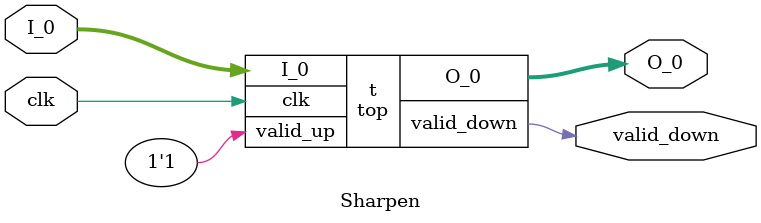
<source format=v>
module stupleToSSeq_tInt_n3 (
    input [7:0] I_0,
    input [7:0] I_1,
    input [7:0] I_2,
    output [7:0] O_0,
    output [7:0] O_1,
    output [7:0] O_2,
    output valid_down,
    input valid_up
);
  assign O_0 = I_0;
  assign O_1 = I_1;
  assign O_2 = I_2;
  assign valid_down = valid_up;
endmodule

module sseqTupleCreator_tSSeq_3_Int_ (
    input [7:0] I0_0,
    input [7:0] I0_1,
    input [7:0] I0_2,
    input [7:0] I1_0,
    input [7:0] I1_1,
    input [7:0] I1_2,
    output [7:0] O_0_0,
    output [7:0] O_0_1,
    output [7:0] O_0_2,
    output [7:0] O_1_0,
    output [7:0] O_1_1,
    output [7:0] O_1_2,
    output valid_down,
    input valid_up
);
  assign O_0_0 = I0_0;
  assign O_0_1 = I0_1;
  assign O_0_2 = I0_2;
  assign O_1_0 = I1_0;
  assign O_1_1 = I1_1;
  assign O_1_2 = I1_2;
  assign valid_down = valid_up;
endmodule

module sseqTupleCreator_tInt (
    input [7:0] I0,
    input [7:0] I1,
    output [7:0] O_0,
    output [7:0] O_1,
    output valid_down,
    input valid_up
);
  assign O_0 = I0;
  assign O_1 = I1;
  assign valid_down = valid_up;
endmodule

module sseqTupleAppender_tSSeq_3_Int__n2 (
    input [7:0] I0_0_0,
    input [7:0] I0_0_1,
    input [7:0] I0_0_2,
    input [7:0] I0_1_0,
    input [7:0] I0_1_1,
    input [7:0] I0_1_2,
    input [7:0] I1_0,
    input [7:0] I1_1,
    input [7:0] I1_2,
    output [7:0] O_0_0,
    output [7:0] O_0_1,
    output [7:0] O_0_2,
    output [7:0] O_1_0,
    output [7:0] O_1_1,
    output [7:0] O_1_2,
    output [7:0] O_2_0,
    output [7:0] O_2_1,
    output [7:0] O_2_2,
    output valid_down,
    input valid_up
);
  assign O_0_0 = I0_0_0;
  assign O_0_1 = I0_0_1;
  assign O_0_2 = I0_0_2;
  assign O_1_0 = I0_1_0;
  assign O_1_1 = I0_1_1;
  assign O_1_2 = I0_1_2;
  assign O_2_0 = I1_0;
  assign O_2_1 = I1_1;
  assign O_2_2 = I1_2;
  assign valid_down = valid_up;
endmodule

module sseqTupleAppender_tInt_n2 (
    input [7:0] I0_0,
    input [7:0] I0_1,
    input [7:0] I1,
    output [7:0] O_0,
    output [7:0] O_1,
    output [7:0] O_2,
    output valid_down,
    input valid_up
);
  assign O_0 = I0_0;
  assign O_1 = I0_1;
  assign O_2 = I1;
  assign valid_down = valid_up;
endmodule

module corebit_const #(
    parameter value = 1
) (
    output out
);
  assign out = value;
endmodule

module corebit_and (
    input  in0,
    input  in1,
    output out
);
  assign out = in0 & in1;
endmodule

module atomTupleCreator_t0Int_t1Int (
    input [7:0] I0,
    input [7:0] I1,
    output [7:0] O__0,
    output [7:0] O__1,
    output valid_down,
    input valid_up
);
  assign O__0 = I0;
  assign O__1 = I1;
  assign valid_down = valid_up;
endmodule

module atomTupleCreator_t0Bit_t1ATuple_Int_Int_ (
    input [0:0] I0,
    input [7:0] I1__0,
    input [7:0] I1__1,
    output [0:0] O__0,
    output [7:0] O__1__0,
    output [7:0] O__1__1,
    output valid_down,
    input valid_up
);
  assign O__0 = I0;
  assign O__1__0 = I1__0;
  assign O__1__1 = I1__1;
  assign valid_down = valid_up;
endmodule

module coreir_ult #(
    parameter width = 1
) (
    input [width-1:0] in0,
    input [width-1:0] in1,
    output out
);
  assign out = in0 < in1;
endmodule

module coreir_ugt #(
    parameter width = 1
) (
    input [width-1:0] in0,
    input [width-1:0] in1,
    output out
);
  assign out = in0 > in1;
endmodule

module coreir_term #(
    parameter width = 1
) (
    input [width-1:0] in
);

endmodule

module coreir_slice #(
    parameter hi = 1,
    parameter lo = 0,
    parameter width = 1
) (
    input  [width-1:0] in,
    output [hi-lo-1:0] out
);
  assign out = in[hi-1:lo];
endmodule

module coreir_shl #(
    parameter width = 1
) (
    input  [width-1:0] in0,
    input  [width-1:0] in1,
    output [width-1:0] out
);
  assign out = in0 << in1;
endmodule

module coreir_reg #(
    parameter width = 1,
    parameter clk_posedge = 1,
    parameter init = 1
) (
    input clk,
    input [width-1:0] in,
    output [width-1:0] out
);
  reg [width-1:0] outReg = init;
  wire real_clk;
  assign real_clk = clk_posedge ? clk : ~clk;
  always @(posedge real_clk) begin
    outReg <= in;
  end
  assign out = outReg;
endmodule

module coreir_not #(
    parameter width = 1
) (
    input  [width-1:0] in,
    output [width-1:0] out
);
  assign out = ~in;
endmodule

module coreir_neg #(
    parameter width = 1
) (
    input  [width-1:0] in,
    output [width-1:0] out
);
  assign out = -in;
endmodule

module coreir_mux #(
    parameter width = 1
) (
    input [width-1:0] in0,
    input [width-1:0] in1,
    input sel,
    output [width-1:0] out
);
  assign out = sel ? in1 : in0;
endmodule

module coreir_mem #(
    parameter has_init = 0,
    parameter depth = 1,
    parameter width = 1
) (
    input clk,
    input [width-1:0] wdata,
    input [$clog2(depth)-1:0] waddr,
    input wen,
    output [width-1:0] rdata,
    input [$clog2(depth)-1:0] raddr
);
  reg [width-1:0] data[depth-1:0];
  always @(posedge clk) begin
    if (wen) begin
      data[waddr] <= wdata;
    end
  end
  assign rdata = data[raddr];
endmodule

module coreir_lshr #(
    parameter width = 1
) (
    input  [width-1:0] in0,
    input  [width-1:0] in1,
    output [width-1:0] out
);
  assign out = in0 >> in1;
endmodule

module coreir_eq #(
    parameter width = 1
) (
    input [width-1:0] in0,
    input [width-1:0] in1,
    output out
);
  assign out = in0 == in1;
endmodule

module coreir_const #(
    parameter width = 1,
    parameter value = 1
) (
    output [width-1:0] out
);
  assign out = value;
endmodule

module coreir_add #(
    parameter width = 1
) (
    input  [width-1:0] in0,
    input  [width-1:0] in1,
    output [width-1:0] out
);
  assign out = in0 + in1;
endmodule

module \commonlib_muxn__N2__width8 (
    input  [7:0] in_data_0,
    input  [7:0] in_data_1,
    input  [0:0] in_sel,
    output [7:0] out
);
  wire [7:0] _join_out;
  coreir_mux #(
      .width(8)
  ) _join (
      .in0(in_data_0),
      .in1(in_data_1),
      .out(_join_out),
      .sel(in_sel[0])
  );
  assign out = _join_out;
endmodule

module \commonlib_muxn__N4__width8 (
    input  [7:0] in_data_0,
    input  [7:0] in_data_1,
    input  [7:0] in_data_2,
    input  [7:0] in_data_3,
    input  [1:0] in_sel,
    output [7:0] out
);
  wire [7:0] _join_out;
  wire [7:0] muxN_0_out;
  wire [7:0] muxN_1_out;
  wire [0:0] sel_slice0_out;
  wire [0:0] sel_slice1_out;
  coreir_mux #(
      .width(8)
  ) _join (
      .in0(muxN_0_out),
      .in1(muxN_1_out),
      .out(_join_out),
      .sel(in_sel[1])
  );
  \commonlib_muxn__N2__width8 muxN_0 (
      .in_data_0(in_data_0),
      .in_data_1(in_data_1),
      .in_sel(sel_slice0_out),
      .out(muxN_0_out)
  );
  \commonlib_muxn__N2__width8 muxN_1 (
      .in_data_0(in_data_2),
      .in_data_1(in_data_3),
      .in_sel(sel_slice1_out),
      .out(muxN_1_out)
  );
  coreir_slice #(
      .hi(1),
      .lo(0),
      .width(2)
  ) sel_slice0 (
      .in (in_sel),
      .out(sel_slice0_out)
  );
  coreir_slice #(
      .hi(1),
      .lo(0),
      .width(2)
  ) sel_slice1 (
      .in (in_sel),
      .out(sel_slice1_out)
  );
  assign out = _join_out;
endmodule

module \commonlib_muxn__N2__width3 (
    input  [2:0] in_data_0,
    input  [2:0] in_data_1,
    input  [0:0] in_sel,
    output [2:0] out
);
  wire [2:0] _join_out;
  coreir_mux #(
      .width(3)
  ) _join (
      .in0(in_data_0),
      .in1(in_data_1),
      .out(_join_out),
      .sel(in_sel[0])
  );
  assign out = _join_out;
endmodule

module \commonlib_muxn__N2__width2 (
    input  [1:0] in_data_0,
    input  [1:0] in_data_1,
    input  [0:0] in_sel,
    output [1:0] out
);
  wire [1:0] _join_out;
  coreir_mux #(
      .width(2)
  ) _join (
      .in0(in_data_0),
      .in1(in_data_1),
      .out(_join_out),
      .sel(in_sel[0])
  );
  assign out = _join_out;
endmodule

module \commonlib_muxn__N2__width1 (
    input  [0:0] in_data_0,
    input  [0:0] in_data_1,
    input  [0:0] in_sel,
    output [0:0] out
);
  wire [0:0] _join_out;
  coreir_mux #(
      .width(1)
  ) _join (
      .in0(in_data_0),
      .in1(in_data_1),
      .out(_join_out),
      .sel(in_sel[0])
  );
  assign out = _join_out;
endmodule

module lutN #(
    parameter N = 1,
    parameter init = 1
) (
    input [N-1:0] in,
    output out
);
  assign out = init[in];
endmodule

module \aetherlinglib_hydrate__hydratedTypeBit833 (
    input  [71:0] in,
    output [ 7:0] out_0_0,
    output [ 7:0] out_0_1,
    output [ 7:0] out_0_2,
    output [ 7:0] out_1_0,
    output [ 7:0] out_1_1,
    output [ 7:0] out_1_2,
    output [ 7:0] out_2_0,
    output [ 7:0] out_2_1,
    output [ 7:0] out_2_2
);
  assign out_0_0 = {in[7], in[6], in[5], in[4], in[3], in[2], in[1], in[0]};
  assign out_0_1 = {in[15], in[14], in[13], in[12], in[11], in[10], in[9], in[8]};
  assign out_0_2 = {in[23], in[22], in[21], in[20], in[19], in[18], in[17], in[16]};
  assign out_1_0 = {in[31], in[30], in[29], in[28], in[27], in[26], in[25], in[24]};
  assign out_1_1 = {in[39], in[38], in[37], in[36], in[35], in[34], in[33], in[32]};
  assign out_1_2 = {in[47], in[46], in[45], in[44], in[43], in[42], in[41], in[40]};
  assign out_2_0 = {in[55], in[54], in[53], in[52], in[51], in[50], in[49], in[48]};
  assign out_2_1 = {in[63], in[62], in[61], in[60], in[59], in[58], in[57], in[56]};
  assign out_2_2 = {in[71], in[70], in[69], in[68], in[67], in[66], in[65], in[64]};
endmodule

module \aetherlinglib_hydrate__hydratedTypeBit81 (
    input  [7:0] in,
    output [7:0] out_0
);
  assign out_0 = {in[7], in[6], in[5], in[4], in[3], in[2], in[1], in[0]};
endmodule

module \aetherlinglib_hydrate__hydratedTypeBit8 (
    input  [7:0] in,
    output [7:0] out
);
  assign out = {in[7], in[6], in[5], in[4], in[3], in[2], in[1], in[0]};
endmodule

module \aetherlinglib_dehydrate__hydratedTypeBit81 (
    input  [7:0] in_0,
    output [7:0] out
);
  assign out = {in_0[7], in_0[6], in_0[5], in_0[4], in_0[3], in_0[2], in_0[1], in_0[0]};
endmodule

module \aetherlinglib_dehydrate__hydratedTypeBit8 (
    input  [7:0] in,
    output [7:0] out
);
  assign out = {in[7], in[6], in[5], in[4], in[3], in[2], in[1], in[0]};
endmodule

module \aetherlinglib_dehydrate__hydratedTypeBit1 (
    input  [0:0] in,
    output [0:0] out
);
  assign out = in[0];
endmodule

module \aetherlinglib_dehydrate__hydratedTypeBit (
    input in,
    output [0:0] out
);
  assign out = in;
endmodule

module Term_Bitt (
    input I
);
  wire [0:0] dehydrate_tBit_inst0_out;
  \aetherlinglib_dehydrate__hydratedTypeBit dehydrate_tBit_inst0 (
      .in (I),
      .out(dehydrate_tBit_inst0_out)
  );
  coreir_term #(.width(1)) term_w1_inst0 (.in(dehydrate_tBit_inst0_out));
endmodule

module Term_Bits_1_t (
    input [0:0] I
);
  wire [0:0] dehydrate_tBits_1__inst0_out;
  \aetherlinglib_dehydrate__hydratedTypeBit1 dehydrate_tBits_1__inst0 (
      .in (I),
      .out(dehydrate_tBits_1__inst0_out)
  );
  coreir_term #(.width(1)) term_w1_inst0 (.in(dehydrate_tBits_1__inst0_out));
endmodule

module SizedCounter_1_cinFalse_coutFalse_incr1_hasCETrue_hasResetFalse (
    input CE,
    input clk,
    output [0:0] O
);
  wire [0:0] const_0_1_out;
  Term_Bitt Term_Bitt_inst0 (.I(CE));
  coreir_const #(
      .value(1'h0),
      .width(1)
  ) const_0_1 (
      .out(const_0_1_out)
  );
  assign O = const_0_1_out;
endmodule

module Remove_1_S (
    input [7:0] I_0_0,
    input [7:0] I_0_1,
    input [7:0] I_0_2,
    output [7:0] O_0,
    output [7:0] O_1,
    output [7:0] O_2,
    output valid_down,
    input valid_up
);
  wire [7:0] stupleToSSeq_tInt_n3_inst0_O_0;
  wire [7:0] stupleToSSeq_tInt_n3_inst0_O_1;
  wire [7:0] stupleToSSeq_tInt_n3_inst0_O_2;
  wire stupleToSSeq_tInt_n3_inst0_valid_down;
  stupleToSSeq_tInt_n3 stupleToSSeq_tInt_n3_inst0 (
      .I_0(I_0_0),
      .I_1(I_0_1),
      .I_2(I_0_2),
      .O_0(stupleToSSeq_tInt_n3_inst0_O_0),
      .O_1(stupleToSSeq_tInt_n3_inst0_O_1),
      .O_2(stupleToSSeq_tInt_n3_inst0_O_2),
      .valid_down(stupleToSSeq_tInt_n3_inst0_valid_down),
      .valid_up(valid_up)
  );
  assign O_0 = stupleToSSeq_tInt_n3_inst0_O_0;
  assign O_1 = stupleToSSeq_tInt_n3_inst0_O_1;
  assign O_2 = stupleToSSeq_tInt_n3_inst0_O_2;
  assign valid_down = stupleToSSeq_tInt_n3_inst0_valid_down;
endmodule

module RShift_Atom (
    input [7:0] I__0,
    input [7:0] I__1,
    output [7:0] O,
    output valid_down,
    input valid_up
);
  wire [7:0] lshr8_inst0_out;
  coreir_lshr #(
      .width(8)
  ) lshr8_inst0 (
      .in0(I__0),
      .in1(I__1),
      .out(lshr8_inst0_out)
  );
  assign O = lshr8_inst0_out;
  assign valid_down = valid_up;
endmodule

module RAM2x8 (
    input clk,
    input [0:0] RADDR,
    output [7:0] RDATA,
    input [0:0] WADDR,
    input [7:0] WDATA,
    input WE
);
  wire [7:0] coreir_mem2x8_inst0_rdata;
  coreir_mem #(
      .depth(2),
      .has_init(0),
      .width(8)
  ) coreir_mem2x8_inst0 (
      .clk  (clk),
      .raddr(RADDR),
      .rdata(coreir_mem2x8_inst0_rdata),
      .waddr(WADDR),
      .wdata(WDATA),
      .wen  (WE)
  );
  assign RDATA = coreir_mem2x8_inst0_rdata;
endmodule

module RAM_Array_1_Array_8_Bit__t_2n (
    input clk,
    input [0:0] RADDR,
    output [7:0] RDATA_0,
    input [0:0] WADDR,
    input [7:0] WDATA_0,
    input WE
);
  wire [7:0] RAM2x8_inst0_RDATA;
  wire [7:0] dehydrate_tArray_1_Array_8_Bit___inst0_out;
  wire [7:0] hydrate_tArray_1_Array_8_Bit___inst0_out_0;
  RAM2x8 RAM2x8_inst0 (
      .clk(clk),
      .RADDR(RADDR),
      .RDATA(RAM2x8_inst0_RDATA),
      .WADDR(WADDR),
      .WDATA(dehydrate_tArray_1_Array_8_Bit___inst0_out),
      .WE(WE)
  );
  \aetherlinglib_dehydrate__hydratedTypeBit81 dehydrate_tArray_1_Array_8_Bit___inst0 (
      .in_0(WDATA_0),
      .out (dehydrate_tArray_1_Array_8_Bit___inst0_out)
  );
  \aetherlinglib_hydrate__hydratedTypeBit81 hydrate_tArray_1_Array_8_Bit___inst0 (
      .in(RAM2x8_inst0_RDATA),
      .out_0(hydrate_tArray_1_Array_8_Bit___inst0_out_0)
  );
  assign RDATA_0 = hydrate_tArray_1_Array_8_Bit___inst0_out_0;
endmodule

module RAM1x8 (
    input clk,
    input [0:0] RADDR,
    output [7:0] RDATA,
    input [0:0] WADDR,
    input [7:0] WDATA,
    input WE
);
  wire [7:0] coreir_mem1x8_inst0_rdata;
  coreir_mem #(
      .depth(1),
      .has_init(0),
      .width(8)
  ) coreir_mem1x8_inst0 (
      .clk  (clk),
      .raddr(RADDR),
      .rdata(coreir_mem1x8_inst0_rdata),
      .waddr(WADDR),
      .wdata(WDATA),
      .wen  (WE)
  );
  assign RDATA = coreir_mem1x8_inst0_rdata;
endmodule

module RAM_Array_1_Array_8_Bit__t_1n (
    input clk,
    input [0:0] RADDR,
    output [7:0] RDATA_0,
    input [0:0] WADDR,
    input [7:0] WDATA_0,
    input WE
);
  wire [7:0] RAM1x8_inst0_RDATA;
  wire [7:0] dehydrate_tArray_1_Array_8_Bit___inst0_out;
  wire [7:0] hydrate_tArray_1_Array_8_Bit___inst0_out_0;
  RAM1x8 RAM1x8_inst0 (
      .clk(clk),
      .RADDR(RADDR),
      .RDATA(RAM1x8_inst0_RDATA),
      .WADDR(WADDR),
      .WDATA(dehydrate_tArray_1_Array_8_Bit___inst0_out),
      .WE(WE)
  );
  \aetherlinglib_dehydrate__hydratedTypeBit81 dehydrate_tArray_1_Array_8_Bit___inst0 (
      .in_0(WDATA_0),
      .out (dehydrate_tArray_1_Array_8_Bit___inst0_out)
  );
  \aetherlinglib_hydrate__hydratedTypeBit81 hydrate_tArray_1_Array_8_Bit___inst0 (
      .in(RAM1x8_inst0_RDATA),
      .out_0(hydrate_tArray_1_Array_8_Bit___inst0_out_0)
  );
  assign RDATA_0 = hydrate_tArray_1_Array_8_Bit___inst0_out_0;
endmodule

module Passthrough_tInTSeq_1_0_SSeq_1_STuple_3_SSeq_3_Int_____tOutTSeq_1_0_SSeq_3_SSeq_3_Int___ (
    input [7:0] I_0_0_0,
    input [7:0] I_0_0_1,
    input [7:0] I_0_0_2,
    input [7:0] I_0_1_0,
    input [7:0] I_0_1_1,
    input [7:0] I_0_1_2,
    input [7:0] I_0_2_0,
    input [7:0] I_0_2_1,
    input [7:0] I_0_2_2,
    output [7:0] O_0_0,
    output [7:0] O_0_1,
    output [7:0] O_0_2,
    output [7:0] O_1_0,
    output [7:0] O_1_1,
    output [7:0] O_1_2,
    output [7:0] O_2_0,
    output [7:0] O_2_1,
    output [7:0] O_2_2,
    output valid_down,
    input valid_up
);
  assign O_0_0 = I_0_0_0;
  assign O_0_1 = I_0_0_1;
  assign O_0_2 = I_0_0_2;
  assign O_1_0 = I_0_1_0;
  assign O_1_1 = I_0_1_1;
  assign O_1_2 = I_0_1_2;
  assign O_2_0 = I_0_2_0;
  assign O_2_1 = I_0_2_1;
  assign O_2_2 = I_0_2_2;
  assign valid_down = valid_up;
endmodule

module Passthrough_tInTSeq_1_0_SSeq_1_SSeq_1_Int____tOutTSeq_1_0_SSeq_1_Int__ (
    input [7:0] I_0_0,
    output [7:0] O_0,
    output valid_down,
    input valid_up
);
  assign O_0 = I_0_0;
  assign valid_down = valid_up;
endmodule

module Passthrough_tInTSeq_16_0_TSeq_1_0_SSeq_1_Int____tOutTSeq_16_0_SSeq_1_Int__ (
    input [7:0] I_0,
    output [7:0] O_0,
    output valid_down,
    input valid_up
);
  assign O_0 = I_0;
  assign valid_down = valid_up;
endmodule

module Passthrough_tInTSeq_16_0_SSeq_1_STuple_3_SSeq_3_Int_____tOutTSeq_16_0_TSeq_1_0_SSeq_1_STuple_3_SSeq_3_Int_____ (
    input [7:0] I_0_0_0,
    input [7:0] I_0_0_1,
    input [7:0] I_0_0_2,
    input [7:0] I_0_1_0,
    input [7:0] I_0_1_1,
    input [7:0] I_0_1_2,
    input [7:0] I_0_2_0,
    input [7:0] I_0_2_1,
    input [7:0] I_0_2_2,
    output [7:0] O_0_0_0,
    output [7:0] O_0_0_1,
    output [7:0] O_0_0_2,
    output [7:0] O_0_1_0,
    output [7:0] O_0_1_1,
    output [7:0] O_0_1_2,
    output [7:0] O_0_2_0,
    output [7:0] O_0_2_1,
    output [7:0] O_0_2_2,
    output valid_down,
    input valid_up
);
  assign O_0_0_0 = I_0_0_0;
  assign O_0_0_1 = I_0_0_1;
  assign O_0_0_2 = I_0_0_2;
  assign O_0_1_0 = I_0_1_0;
  assign O_0_1_1 = I_0_1_1;
  assign O_0_1_2 = I_0_1_2;
  assign O_0_2_0 = I_0_2_0;
  assign O_0_2_1 = I_0_2_1;
  assign O_0_2_2 = I_0_2_2;
  assign valid_down = valid_up;
endmodule

module Partition_S_no1_ni1_tElSTuple_3_Int__vTrue (
    input clk,
    input [7:0] I_0_0,
    input [7:0] I_0_1,
    input [7:0] I_0_2,
    output [7:0] O_0_0_0,
    output [7:0] O_0_0_1,
    output [7:0] O_0_0_2,
    output valid_down,
    input valid_up
);
  assign O_0_0_0 = I_0_0;
  assign O_0_0_1 = I_0_1;
  assign O_0_0_2 = I_0_2;
  assign valid_down = valid_up;
endmodule

module NestedCounters_Int_hasCETrue_hasResetFalse_unq1 (
    input  CE,
    input  clk,
    output last,
    output valid
);
  wire [0:0] coreir_const11_inst0_out;
  coreir_const #(
      .value(1'h1),
      .width(1)
  ) coreir_const11_inst0 (
      .out(coreir_const11_inst0_out)
  );
  assign last  = coreir_const11_inst0_out[0];
  assign valid = CE;
endmodule

module NestedCounters_SSeq_1_Int__hasCETrue_hasResetFalse_unq1 (
    input  CE,
    input  clk,
    output last,
    output valid
);
  wire NestedCounters_Int_hasCETrue_hasResetFalse_inst0_last;
  wire NestedCounters_Int_hasCETrue_hasResetFalse_inst0_valid;
  NestedCounters_Int_hasCETrue_hasResetFalse_unq1 NestedCounters_Int_hasCETrue_hasResetFalse_inst0 (
      .CE(CE),
      .clk(clk),
      .last(NestedCounters_Int_hasCETrue_hasResetFalse_inst0_last),
      .valid(NestedCounters_Int_hasCETrue_hasResetFalse_inst0_valid)
  );
  assign last  = NestedCounters_Int_hasCETrue_hasResetFalse_inst0_last;
  assign valid = NestedCounters_Int_hasCETrue_hasResetFalse_inst0_valid;
endmodule

module NestedCounters_Int_hasCETrue_hasResetFalse (
    input CE,
    input clk,
    output [0:0] cur_valid,
    output last,
    output valid
);
  wire [0:0] coreir_const10_inst0_out;
  wire [0:0] coreir_const11_inst0_out;
  coreir_const #(
      .value(1'h0),
      .width(1)
  ) coreir_const10_inst0 (
      .out(coreir_const10_inst0_out)
  );
  coreir_const #(
      .value(1'h1),
      .width(1)
  ) coreir_const11_inst0 (
      .out(coreir_const11_inst0_out)
  );
  assign cur_valid = coreir_const10_inst0_out;
  assign last = coreir_const11_inst0_out[0];
  assign valid = CE;
endmodule

module NestedCounters_SSeq_1_Int__hasCETrue_hasResetFalse (
    input CE,
    input clk,
    output [0:0] cur_valid,
    output last,
    output valid
);
  wire [0:0] NestedCounters_Int_hasCETrue_hasResetFalse_inst0_cur_valid;
  wire NestedCounters_Int_hasCETrue_hasResetFalse_inst0_last;
  wire NestedCounters_Int_hasCETrue_hasResetFalse_inst0_valid;
  NestedCounters_Int_hasCETrue_hasResetFalse NestedCounters_Int_hasCETrue_hasResetFalse_inst0 (
      .CE(CE),
      .clk(clk),
      .cur_valid(NestedCounters_Int_hasCETrue_hasResetFalse_inst0_cur_valid),
      .last(NestedCounters_Int_hasCETrue_hasResetFalse_inst0_last),
      .valid(NestedCounters_Int_hasCETrue_hasResetFalse_inst0_valid)
  );
  assign cur_valid = NestedCounters_Int_hasCETrue_hasResetFalse_inst0_cur_valid;
  assign last = NestedCounters_Int_hasCETrue_hasResetFalse_inst0_last;
  assign valid = NestedCounters_Int_hasCETrue_hasResetFalse_inst0_valid;
endmodule

module Negate8 (
    input  [7:0] I,
    output [7:0] O
);
  wire [7:0] coreir_neg_inst0_out;
  coreir_neg #(
      .width(8)
  ) coreir_neg_inst0 (
      .in (I),
      .out(coreir_neg_inst0_out)
  );
  assign O = coreir_neg_inst0_out;
endmodule

module NativeMapParallel_n4 (
    input  [7:0] I_0_0,
    input  [7:0] I_1_0,
    input  [7:0] I_2_0,
    input  [7:0] I_3_0,
    output [7:0] out_0,
    output [7:0] out_1,
    output [7:0] out_2,
    output [7:0] out_3
);
  wire [7:0] dehydrate_tArray_1_Array_8_Bit___inst0_out;
  wire [7:0] dehydrate_tArray_1_Array_8_Bit___inst1_out;
  wire [7:0] dehydrate_tArray_1_Array_8_Bit___inst2_out;
  wire [7:0] dehydrate_tArray_1_Array_8_Bit___inst3_out;
  \aetherlinglib_dehydrate__hydratedTypeBit81 dehydrate_tArray_1_Array_8_Bit___inst0 (
      .in_0(I_0_0),
      .out (dehydrate_tArray_1_Array_8_Bit___inst0_out)
  );
  \aetherlinglib_dehydrate__hydratedTypeBit81 dehydrate_tArray_1_Array_8_Bit___inst1 (
      .in_0(I_1_0),
      .out (dehydrate_tArray_1_Array_8_Bit___inst1_out)
  );
  \aetherlinglib_dehydrate__hydratedTypeBit81 dehydrate_tArray_1_Array_8_Bit___inst2 (
      .in_0(I_2_0),
      .out (dehydrate_tArray_1_Array_8_Bit___inst2_out)
  );
  \aetherlinglib_dehydrate__hydratedTypeBit81 dehydrate_tArray_1_Array_8_Bit___inst3 (
      .in_0(I_3_0),
      .out (dehydrate_tArray_1_Array_8_Bit___inst3_out)
  );
  assign out_0 = dehydrate_tArray_1_Array_8_Bit___inst0_out;
  assign out_1 = dehydrate_tArray_1_Array_8_Bit___inst1_out;
  assign out_2 = dehydrate_tArray_1_Array_8_Bit___inst2_out;
  assign out_3 = dehydrate_tArray_1_Array_8_Bit___inst3_out;
endmodule

module NativeMapParallel_n3 (
    input [7:0] I0_0,
    input [7:0] I0_1,
    input [7:0] I0_2,
    input [7:0] I1_0,
    input [7:0] I1_1,
    input [7:0] I1_2,
    output [7:0] O_0__0,
    output [7:0] O_0__1,
    output [7:0] O_1__0,
    output [7:0] O_1__1,
    output [7:0] O_2__0,
    output [7:0] O_2__1,
    output valid_down,
    input valid_up
);
  wire and_inst0_out;
  wire and_inst1_out;
  wire [7:0] atomTupleCreator_t0Int_t1Int_inst0_O__0;
  wire [7:0] atomTupleCreator_t0Int_t1Int_inst0_O__1;
  wire atomTupleCreator_t0Int_t1Int_inst0_valid_down;
  wire [7:0] atomTupleCreator_t0Int_t1Int_inst1_O__0;
  wire [7:0] atomTupleCreator_t0Int_t1Int_inst1_O__1;
  wire atomTupleCreator_t0Int_t1Int_inst1_valid_down;
  wire [7:0] atomTupleCreator_t0Int_t1Int_inst2_O__0;
  wire [7:0] atomTupleCreator_t0Int_t1Int_inst2_O__1;
  wire atomTupleCreator_t0Int_t1Int_inst2_valid_down;
  corebit_and and_inst0 (
      .in0(atomTupleCreator_t0Int_t1Int_inst0_valid_down),
      .in1(atomTupleCreator_t0Int_t1Int_inst1_valid_down),
      .out(and_inst0_out)
  );
  corebit_and and_inst1 (
      .in0(and_inst0_out),
      .in1(atomTupleCreator_t0Int_t1Int_inst2_valid_down),
      .out(and_inst1_out)
  );
  atomTupleCreator_t0Int_t1Int atomTupleCreator_t0Int_t1Int_inst0 (
      .I0(I0_0),
      .I1(I1_0),
      .O__0(atomTupleCreator_t0Int_t1Int_inst0_O__0),
      .O__1(atomTupleCreator_t0Int_t1Int_inst0_O__1),
      .valid_down(atomTupleCreator_t0Int_t1Int_inst0_valid_down),
      .valid_up(valid_up)
  );
  atomTupleCreator_t0Int_t1Int atomTupleCreator_t0Int_t1Int_inst1 (
      .I0(I0_1),
      .I1(I1_1),
      .O__0(atomTupleCreator_t0Int_t1Int_inst1_O__0),
      .O__1(atomTupleCreator_t0Int_t1Int_inst1_O__1),
      .valid_down(atomTupleCreator_t0Int_t1Int_inst1_valid_down),
      .valid_up(valid_up)
  );
  atomTupleCreator_t0Int_t1Int atomTupleCreator_t0Int_t1Int_inst2 (
      .I0(I0_2),
      .I1(I1_2),
      .O__0(atomTupleCreator_t0Int_t1Int_inst2_O__0),
      .O__1(atomTupleCreator_t0Int_t1Int_inst2_O__1),
      .valid_down(atomTupleCreator_t0Int_t1Int_inst2_valid_down),
      .valid_up(valid_up)
  );
  assign O_0__0 = atomTupleCreator_t0Int_t1Int_inst0_O__0;
  assign O_0__1 = atomTupleCreator_t0Int_t1Int_inst0_O__1;
  assign O_1__0 = atomTupleCreator_t0Int_t1Int_inst1_O__0;
  assign O_1__1 = atomTupleCreator_t0Int_t1Int_inst1_O__1;
  assign O_2__0 = atomTupleCreator_t0Int_t1Int_inst2_O__0;
  assign O_2__1 = atomTupleCreator_t0Int_t1Int_inst2_O__1;
  assign valid_down = and_inst1_out;
endmodule

module NativeMapParallel_n3_unq1 (
    input [7:0] I0_0_0,
    input [7:0] I0_0_1,
    input [7:0] I0_0_2,
    input [7:0] I0_1_0,
    input [7:0] I0_1_1,
    input [7:0] I0_1_2,
    input [7:0] I0_2_0,
    input [7:0] I0_2_1,
    input [7:0] I0_2_2,
    input [7:0] I1_0_0,
    input [7:0] I1_0_1,
    input [7:0] I1_0_2,
    input [7:0] I1_1_0,
    input [7:0] I1_1_1,
    input [7:0] I1_1_2,
    input [7:0] I1_2_0,
    input [7:0] I1_2_1,
    input [7:0] I1_2_2,
    output [7:0] O_0_0__0,
    output [7:0] O_0_0__1,
    output [7:0] O_0_1__0,
    output [7:0] O_0_1__1,
    output [7:0] O_0_2__0,
    output [7:0] O_0_2__1,
    output [7:0] O_1_0__0,
    output [7:0] O_1_0__1,
    output [7:0] O_1_1__0,
    output [7:0] O_1_1__1,
    output [7:0] O_1_2__0,
    output [7:0] O_1_2__1,
    output [7:0] O_2_0__0,
    output [7:0] O_2_0__1,
    output [7:0] O_2_1__0,
    output [7:0] O_2_1__1,
    output [7:0] O_2_2__0,
    output [7:0] O_2_2__1,
    output valid_down,
    input valid_up
);
  wire [7:0] NativeMapParallel_n3_inst0_O_0__0;
  wire [7:0] NativeMapParallel_n3_inst0_O_0__1;
  wire [7:0] NativeMapParallel_n3_inst0_O_1__0;
  wire [7:0] NativeMapParallel_n3_inst0_O_1__1;
  wire [7:0] NativeMapParallel_n3_inst0_O_2__0;
  wire [7:0] NativeMapParallel_n3_inst0_O_2__1;
  wire NativeMapParallel_n3_inst0_valid_down;
  wire [7:0] NativeMapParallel_n3_inst1_O_0__0;
  wire [7:0] NativeMapParallel_n3_inst1_O_0__1;
  wire [7:0] NativeMapParallel_n3_inst1_O_1__0;
  wire [7:0] NativeMapParallel_n3_inst1_O_1__1;
  wire [7:0] NativeMapParallel_n3_inst1_O_2__0;
  wire [7:0] NativeMapParallel_n3_inst1_O_2__1;
  wire NativeMapParallel_n3_inst1_valid_down;
  wire [7:0] NativeMapParallel_n3_inst2_O_0__0;
  wire [7:0] NativeMapParallel_n3_inst2_O_0__1;
  wire [7:0] NativeMapParallel_n3_inst2_O_1__0;
  wire [7:0] NativeMapParallel_n3_inst2_O_1__1;
  wire [7:0] NativeMapParallel_n3_inst2_O_2__0;
  wire [7:0] NativeMapParallel_n3_inst2_O_2__1;
  wire NativeMapParallel_n3_inst2_valid_down;
  wire and_inst0_out;
  wire and_inst1_out;
  NativeMapParallel_n3 NativeMapParallel_n3_inst0 (
      .I0_0(I0_0_0),
      .I0_1(I0_0_1),
      .I0_2(I0_0_2),
      .I1_0(I1_0_0),
      .I1_1(I1_0_1),
      .I1_2(I1_0_2),
      .O_0__0(NativeMapParallel_n3_inst0_O_0__0),
      .O_0__1(NativeMapParallel_n3_inst0_O_0__1),
      .O_1__0(NativeMapParallel_n3_inst0_O_1__0),
      .O_1__1(NativeMapParallel_n3_inst0_O_1__1),
      .O_2__0(NativeMapParallel_n3_inst0_O_2__0),
      .O_2__1(NativeMapParallel_n3_inst0_O_2__1),
      .valid_down(NativeMapParallel_n3_inst0_valid_down),
      .valid_up(valid_up)
  );
  NativeMapParallel_n3 NativeMapParallel_n3_inst1 (
      .I0_0(I0_1_0),
      .I0_1(I0_1_1),
      .I0_2(I0_1_2),
      .I1_0(I1_1_0),
      .I1_1(I1_1_1),
      .I1_2(I1_1_2),
      .O_0__0(NativeMapParallel_n3_inst1_O_0__0),
      .O_0__1(NativeMapParallel_n3_inst1_O_0__1),
      .O_1__0(NativeMapParallel_n3_inst1_O_1__0),
      .O_1__1(NativeMapParallel_n3_inst1_O_1__1),
      .O_2__0(NativeMapParallel_n3_inst1_O_2__0),
      .O_2__1(NativeMapParallel_n3_inst1_O_2__1),
      .valid_down(NativeMapParallel_n3_inst1_valid_down),
      .valid_up(valid_up)
  );
  NativeMapParallel_n3 NativeMapParallel_n3_inst2 (
      .I0_0(I0_2_0),
      .I0_1(I0_2_1),
      .I0_2(I0_2_2),
      .I1_0(I1_2_0),
      .I1_1(I1_2_1),
      .I1_2(I1_2_2),
      .O_0__0(NativeMapParallel_n3_inst2_O_0__0),
      .O_0__1(NativeMapParallel_n3_inst2_O_0__1),
      .O_1__0(NativeMapParallel_n3_inst2_O_1__0),
      .O_1__1(NativeMapParallel_n3_inst2_O_1__1),
      .O_2__0(NativeMapParallel_n3_inst2_O_2__0),
      .O_2__1(NativeMapParallel_n3_inst2_O_2__1),
      .valid_down(NativeMapParallel_n3_inst2_valid_down),
      .valid_up(valid_up)
  );
  corebit_and and_inst0 (
      .in0(NativeMapParallel_n3_inst0_valid_down),
      .in1(NativeMapParallel_n3_inst1_valid_down),
      .out(and_inst0_out)
  );
  corebit_and and_inst1 (
      .in0(and_inst0_out),
      .in1(NativeMapParallel_n3_inst2_valid_down),
      .out(and_inst1_out)
  );
  assign O_0_0__0   = NativeMapParallel_n3_inst0_O_0__0;
  assign O_0_0__1   = NativeMapParallel_n3_inst0_O_0__1;
  assign O_0_1__0   = NativeMapParallel_n3_inst0_O_1__0;
  assign O_0_1__1   = NativeMapParallel_n3_inst0_O_1__1;
  assign O_0_2__0   = NativeMapParallel_n3_inst0_O_2__0;
  assign O_0_2__1   = NativeMapParallel_n3_inst0_O_2__1;
  assign O_1_0__0   = NativeMapParallel_n3_inst1_O_0__0;
  assign O_1_0__1   = NativeMapParallel_n3_inst1_O_0__1;
  assign O_1_1__0   = NativeMapParallel_n3_inst1_O_1__0;
  assign O_1_1__1   = NativeMapParallel_n3_inst1_O_1__1;
  assign O_1_2__0   = NativeMapParallel_n3_inst1_O_2__0;
  assign O_1_2__1   = NativeMapParallel_n3_inst1_O_2__1;
  assign O_2_0__0   = NativeMapParallel_n3_inst2_O_0__0;
  assign O_2_0__1   = NativeMapParallel_n3_inst2_O_0__1;
  assign O_2_1__0   = NativeMapParallel_n3_inst2_O_1__0;
  assign O_2_1__1   = NativeMapParallel_n3_inst2_O_1__1;
  assign O_2_2__0   = NativeMapParallel_n3_inst2_O_2__0;
  assign O_2_2__1   = NativeMapParallel_n3_inst2_O_2__1;
  assign valid_down = and_inst1_out;
endmodule

module NativeMapParallel_n2 (
    input  [7:0] I_0,
    input  [7:0] I_1,
    output [7:0] out_0,
    output [7:0] out_1
);
  wire [7:0] dehydrate_tArray_8_Bit__inst0_out;
  wire [7:0] dehydrate_tArray_8_Bit__inst1_out;
  \aetherlinglib_dehydrate__hydratedTypeBit8 dehydrate_tArray_8_Bit__inst0 (
      .in (I_0),
      .out(dehydrate_tArray_8_Bit__inst0_out)
  );
  \aetherlinglib_dehydrate__hydratedTypeBit8 dehydrate_tArray_8_Bit__inst1 (
      .in (I_1),
      .out(dehydrate_tArray_8_Bit__inst1_out)
  );
  assign out_0 = dehydrate_tArray_8_Bit__inst0_out;
  assign out_1 = dehydrate_tArray_8_Bit__inst1_out;
endmodule

module NativeMapParallel_n1_unq7 (
    input [7:0] I_0__0,
    input [7:0] I_0__1,
    output [7:0] O_0,
    output valid_down,
    input valid_up
);
  wire [7:0] RShift_Atom_inst0_O;
  wire RShift_Atom_inst0_valid_down;
  RShift_Atom RShift_Atom_inst0 (
      .I__0(I_0__0),
      .I__1(I_0__1),
      .O(RShift_Atom_inst0_O),
      .valid_down(RShift_Atom_inst0_valid_down),
      .valid_up(valid_up)
  );
  assign O_0 = RShift_Atom_inst0_O;
  assign valid_down = RShift_Atom_inst0_valid_down;
endmodule

module NativeMapParallel_n1_unq6 (
    input [7:0] I0_0,
    input [7:0] I1_0,
    output [7:0] O_0__0,
    output [7:0] O_0__1,
    output valid_down,
    input valid_up
);
  wire [7:0] atomTupleCreator_t0Int_t1Int_inst0_O__0;
  wire [7:0] atomTupleCreator_t0Int_t1Int_inst0_O__1;
  wire atomTupleCreator_t0Int_t1Int_inst0_valid_down;
  atomTupleCreator_t0Int_t1Int atomTupleCreator_t0Int_t1Int_inst0 (
      .I0(I0_0),
      .I1(I1_0),
      .O__0(atomTupleCreator_t0Int_t1Int_inst0_O__0),
      .O__1(atomTupleCreator_t0Int_t1Int_inst0_O__1),
      .valid_down(atomTupleCreator_t0Int_t1Int_inst0_valid_down),
      .valid_up(valid_up)
  );
  assign O_0__0 = atomTupleCreator_t0Int_t1Int_inst0_O__0;
  assign O_0__1 = atomTupleCreator_t0Int_t1Int_inst0_O__1;
  assign valid_down = atomTupleCreator_t0Int_t1Int_inst0_valid_down;
endmodule

module NativeMapParallel_n1_unq4 (
    input [7:0] I0_0_0_0,
    input [7:0] I0_0_0_1,
    input [7:0] I0_0_0_2,
    input [7:0] I0_0_1_0,
    input [7:0] I0_0_1_1,
    input [7:0] I0_0_1_2,
    input [7:0] I1_0_0,
    input [7:0] I1_0_1,
    input [7:0] I1_0_2,
    output [7:0] O_0_0_0,
    output [7:0] O_0_0_1,
    output [7:0] O_0_0_2,
    output [7:0] O_0_1_0,
    output [7:0] O_0_1_1,
    output [7:0] O_0_1_2,
    output [7:0] O_0_2_0,
    output [7:0] O_0_2_1,
    output [7:0] O_0_2_2,
    output valid_down,
    input valid_up
);
  wire [7:0] sseqTupleAppender_tSSeq_3_Int__n2_inst0_O_0_0;
  wire [7:0] sseqTupleAppender_tSSeq_3_Int__n2_inst0_O_0_1;
  wire [7:0] sseqTupleAppender_tSSeq_3_Int__n2_inst0_O_0_2;
  wire [7:0] sseqTupleAppender_tSSeq_3_Int__n2_inst0_O_1_0;
  wire [7:0] sseqTupleAppender_tSSeq_3_Int__n2_inst0_O_1_1;
  wire [7:0] sseqTupleAppender_tSSeq_3_Int__n2_inst0_O_1_2;
  wire [7:0] sseqTupleAppender_tSSeq_3_Int__n2_inst0_O_2_0;
  wire [7:0] sseqTupleAppender_tSSeq_3_Int__n2_inst0_O_2_1;
  wire [7:0] sseqTupleAppender_tSSeq_3_Int__n2_inst0_O_2_2;
  wire sseqTupleAppender_tSSeq_3_Int__n2_inst0_valid_down;
  sseqTupleAppender_tSSeq_3_Int__n2 sseqTupleAppender_tSSeq_3_Int__n2_inst0 (
      .I0_0_0(I0_0_0_0),
      .I0_0_1(I0_0_0_1),
      .I0_0_2(I0_0_0_2),
      .I0_1_0(I0_0_1_0),
      .I0_1_1(I0_0_1_1),
      .I0_1_2(I0_0_1_2),
      .I1_0(I1_0_0),
      .I1_1(I1_0_1),
      .I1_2(I1_0_2),
      .O_0_0(sseqTupleAppender_tSSeq_3_Int__n2_inst0_O_0_0),
      .O_0_1(sseqTupleAppender_tSSeq_3_Int__n2_inst0_O_0_1),
      .O_0_2(sseqTupleAppender_tSSeq_3_Int__n2_inst0_O_0_2),
      .O_1_0(sseqTupleAppender_tSSeq_3_Int__n2_inst0_O_1_0),
      .O_1_1(sseqTupleAppender_tSSeq_3_Int__n2_inst0_O_1_1),
      .O_1_2(sseqTupleAppender_tSSeq_3_Int__n2_inst0_O_1_2),
      .O_2_0(sseqTupleAppender_tSSeq_3_Int__n2_inst0_O_2_0),
      .O_2_1(sseqTupleAppender_tSSeq_3_Int__n2_inst0_O_2_1),
      .O_2_2(sseqTupleAppender_tSSeq_3_Int__n2_inst0_O_2_2),
      .valid_down(sseqTupleAppender_tSSeq_3_Int__n2_inst0_valid_down),
      .valid_up(valid_up)
  );
  assign O_0_0_0 = sseqTupleAppender_tSSeq_3_Int__n2_inst0_O_0_0;
  assign O_0_0_1 = sseqTupleAppender_tSSeq_3_Int__n2_inst0_O_0_1;
  assign O_0_0_2 = sseqTupleAppender_tSSeq_3_Int__n2_inst0_O_0_2;
  assign O_0_1_0 = sseqTupleAppender_tSSeq_3_Int__n2_inst0_O_1_0;
  assign O_0_1_1 = sseqTupleAppender_tSSeq_3_Int__n2_inst0_O_1_1;
  assign O_0_1_2 = sseqTupleAppender_tSSeq_3_Int__n2_inst0_O_1_2;
  assign O_0_2_0 = sseqTupleAppender_tSSeq_3_Int__n2_inst0_O_2_0;
  assign O_0_2_1 = sseqTupleAppender_tSSeq_3_Int__n2_inst0_O_2_1;
  assign O_0_2_2 = sseqTupleAppender_tSSeq_3_Int__n2_inst0_O_2_2;
  assign valid_down = sseqTupleAppender_tSSeq_3_Int__n2_inst0_valid_down;
endmodule

module NativeMapParallel_n1_unq3 (
    input [7:0] I0_0_0,
    input [7:0] I0_0_1,
    input [7:0] I0_0_2,
    input [7:0] I1_0_0,
    input [7:0] I1_0_1,
    input [7:0] I1_0_2,
    output [7:0] O_0_0_0,
    output [7:0] O_0_0_1,
    output [7:0] O_0_0_2,
    output [7:0] O_0_1_0,
    output [7:0] O_0_1_1,
    output [7:0] O_0_1_2,
    output valid_down,
    input valid_up
);
  wire [7:0] sseqTupleCreator_tSSeq_3_Int__inst0_O_0_0;
  wire [7:0] sseqTupleCreator_tSSeq_3_Int__inst0_O_0_1;
  wire [7:0] sseqTupleCreator_tSSeq_3_Int__inst0_O_0_2;
  wire [7:0] sseqTupleCreator_tSSeq_3_Int__inst0_O_1_0;
  wire [7:0] sseqTupleCreator_tSSeq_3_Int__inst0_O_1_1;
  wire [7:0] sseqTupleCreator_tSSeq_3_Int__inst0_O_1_2;
  wire sseqTupleCreator_tSSeq_3_Int__inst0_valid_down;
  sseqTupleCreator_tSSeq_3_Int_ sseqTupleCreator_tSSeq_3_Int__inst0 (
      .I0_0(I0_0_0),
      .I0_1(I0_0_1),
      .I0_2(I0_0_2),
      .I1_0(I1_0_0),
      .I1_1(I1_0_1),
      .I1_2(I1_0_2),
      .O_0_0(sseqTupleCreator_tSSeq_3_Int__inst0_O_0_0),
      .O_0_1(sseqTupleCreator_tSSeq_3_Int__inst0_O_0_1),
      .O_0_2(sseqTupleCreator_tSSeq_3_Int__inst0_O_0_2),
      .O_1_0(sseqTupleCreator_tSSeq_3_Int__inst0_O_1_0),
      .O_1_1(sseqTupleCreator_tSSeq_3_Int__inst0_O_1_1),
      .O_1_2(sseqTupleCreator_tSSeq_3_Int__inst0_O_1_2),
      .valid_down(sseqTupleCreator_tSSeq_3_Int__inst0_valid_down),
      .valid_up(valid_up)
  );
  assign O_0_0_0 = sseqTupleCreator_tSSeq_3_Int__inst0_O_0_0;
  assign O_0_0_1 = sseqTupleCreator_tSSeq_3_Int__inst0_O_0_1;
  assign O_0_0_2 = sseqTupleCreator_tSSeq_3_Int__inst0_O_0_2;
  assign O_0_1_0 = sseqTupleCreator_tSSeq_3_Int__inst0_O_1_0;
  assign O_0_1_1 = sseqTupleCreator_tSSeq_3_Int__inst0_O_1_1;
  assign O_0_1_2 = sseqTupleCreator_tSSeq_3_Int__inst0_O_1_2;
  assign valid_down = sseqTupleCreator_tSSeq_3_Int__inst0_valid_down;
endmodule

module NativeMapParallel_n1_unq2 (
    input [7:0] I_0_0_0,
    input [7:0] I_0_0_1,
    input [7:0] I_0_0_2,
    output [7:0] O_0_0,
    output [7:0] O_0_1,
    output [7:0] O_0_2,
    output valid_down,
    input valid_up
);
  wire [7:0] Remove_1_S_inst0_O_0;
  wire [7:0] Remove_1_S_inst0_O_1;
  wire [7:0] Remove_1_S_inst0_O_2;
  wire Remove_1_S_inst0_valid_down;
  Remove_1_S Remove_1_S_inst0 (
      .I_0_0(I_0_0_0),
      .I_0_1(I_0_0_1),
      .I_0_2(I_0_0_2),
      .O_0(Remove_1_S_inst0_O_0),
      .O_1(Remove_1_S_inst0_O_1),
      .O_2(Remove_1_S_inst0_O_2),
      .valid_down(Remove_1_S_inst0_valid_down),
      .valid_up(valid_up)
  );
  assign O_0_0 = Remove_1_S_inst0_O_0;
  assign O_0_1 = Remove_1_S_inst0_O_1;
  assign O_0_2 = Remove_1_S_inst0_O_2;
  assign valid_down = Remove_1_S_inst0_valid_down;
endmodule

module NativeMapParallel_n1_unq1 (
    input [7:0] I0_0_0,
    input [7:0] I0_0_1,
    input [7:0] I1_0,
    output [7:0] O_0_0,
    output [7:0] O_0_1,
    output [7:0] O_0_2,
    output valid_down,
    input valid_up
);
  wire [7:0] sseqTupleAppender_tInt_n2_inst0_O_0;
  wire [7:0] sseqTupleAppender_tInt_n2_inst0_O_1;
  wire [7:0] sseqTupleAppender_tInt_n2_inst0_O_2;
  wire sseqTupleAppender_tInt_n2_inst0_valid_down;
  sseqTupleAppender_tInt_n2 sseqTupleAppender_tInt_n2_inst0 (
      .I0_0(I0_0_0),
      .I0_1(I0_0_1),
      .I1(I1_0),
      .O_0(sseqTupleAppender_tInt_n2_inst0_O_0),
      .O_1(sseqTupleAppender_tInt_n2_inst0_O_1),
      .O_2(sseqTupleAppender_tInt_n2_inst0_O_2),
      .valid_down(sseqTupleAppender_tInt_n2_inst0_valid_down),
      .valid_up(valid_up)
  );
  assign O_0_0 = sseqTupleAppender_tInt_n2_inst0_O_0;
  assign O_0_1 = sseqTupleAppender_tInt_n2_inst0_O_1;
  assign O_0_2 = sseqTupleAppender_tInt_n2_inst0_O_2;
  assign valid_down = sseqTupleAppender_tInt_n2_inst0_valid_down;
endmodule

module NativeMapParallel_n1 (
    input [7:0] I0_0,
    input [7:0] I1_0,
    output [7:0] O_0_0,
    output [7:0] O_0_1,
    output valid_down,
    input valid_up
);
  wire [7:0] sseqTupleCreator_tInt_inst0_O_0;
  wire [7:0] sseqTupleCreator_tInt_inst0_O_1;
  wire sseqTupleCreator_tInt_inst0_valid_down;
  sseqTupleCreator_tInt sseqTupleCreator_tInt_inst0 (
      .I0(I0_0),
      .I1(I1_0),
      .O_0(sseqTupleCreator_tInt_inst0_O_0),
      .O_1(sseqTupleCreator_tInt_inst0_O_1),
      .valid_down(sseqTupleCreator_tInt_inst0_valid_down),
      .valid_up(valid_up)
  );
  assign O_0_0 = sseqTupleCreator_tInt_inst0_O_0;
  assign O_0_1 = sseqTupleCreator_tInt_inst0_O_1;
  assign valid_down = sseqTupleCreator_tInt_inst0_valid_down;
endmodule

module Mux_Array_8_Bit_t_2n (
    input  [7:0] data_0,
    input  [7:0] data_1,
    output [7:0] out,
    input  [0:0] sel
);
  wire [7:0] CommonlibMuxN_n2_w8_inst0_out;
  wire [7:0] NativeMapParallel_n2_inst0_out_0;
  wire [7:0] NativeMapParallel_n2_inst0_out_1;
  wire [7:0] hydrate_tArray_8_Bit__inst0_out;
  \commonlib_muxn__N2__width8 CommonlibMuxN_n2_w8_inst0 (
      .in_data_0(NativeMapParallel_n2_inst0_out_0),
      .in_data_1(NativeMapParallel_n2_inst0_out_1),
      .in_sel(sel),
      .out(CommonlibMuxN_n2_w8_inst0_out)
  );
  NativeMapParallel_n2 NativeMapParallel_n2_inst0 (
      .I_0  (data_0),
      .I_1  (data_1),
      .out_0(NativeMapParallel_n2_inst0_out_0),
      .out_1(NativeMapParallel_n2_inst0_out_1)
  );
  \aetherlinglib_hydrate__hydratedTypeBit8 hydrate_tArray_8_Bit__inst0 (
      .in (CommonlibMuxN_n2_w8_inst0_out),
      .out(hydrate_tArray_8_Bit__inst0_out)
  );
  assign out = hydrate_tArray_8_Bit__inst0_out;
endmodule

module Mux_Array_1_Array_8_Bit__t_4n (
    input  [7:0] data_0_0,
    input  [7:0] data_1_0,
    input  [7:0] data_2_0,
    input  [7:0] data_3_0,
    output [7:0] out_0,
    input  [1:0] sel
);
  wire [7:0] CommonlibMuxN_n4_w8_inst0_out;
  wire [7:0] NativeMapParallel_n4_inst0_out_0;
  wire [7:0] NativeMapParallel_n4_inst0_out_1;
  wire [7:0] NativeMapParallel_n4_inst0_out_2;
  wire [7:0] NativeMapParallel_n4_inst0_out_3;
  wire [7:0] hydrate_tArray_1_Array_8_Bit___inst0_out_0;
  \commonlib_muxn__N4__width8 CommonlibMuxN_n4_w8_inst0 (
      .in_data_0(NativeMapParallel_n4_inst0_out_0),
      .in_data_1(NativeMapParallel_n4_inst0_out_1),
      .in_data_2(NativeMapParallel_n4_inst0_out_2),
      .in_data_3(NativeMapParallel_n4_inst0_out_3),
      .in_sel(sel),
      .out(CommonlibMuxN_n4_w8_inst0_out)
  );
  NativeMapParallel_n4 NativeMapParallel_n4_inst0 (
      .I_0_0(data_0_0),
      .I_1_0(data_1_0),
      .I_2_0(data_2_0),
      .I_3_0(data_3_0),
      .out_0(NativeMapParallel_n4_inst0_out_0),
      .out_1(NativeMapParallel_n4_inst0_out_1),
      .out_2(NativeMapParallel_n4_inst0_out_2),
      .out_3(NativeMapParallel_n4_inst0_out_3)
  );
  \aetherlinglib_hydrate__hydratedTypeBit81 hydrate_tArray_1_Array_8_Bit___inst0 (
      .in(CommonlibMuxN_n4_w8_inst0_out),
      .out_0(hydrate_tArray_1_Array_8_Bit___inst0_out_0)
  );
  assign out_0 = hydrate_tArray_1_Array_8_Bit___inst0_out_0;
endmodule

module Mux_Array_1_Array_8_Bit__t_1n (
    input  [7:0] data_0_0,
    output [7:0] out_0,
    input  [0:0] sel
);
  Term_Bits_1_t Term_Bits_1_t_inst0 (.I(sel));
  assign out_0 = data_0_0;
endmodule

module Mux2xOutBits3 (
    input [2:0] I0,
    input [2:0] I1,
    output [2:0] O,
    input S
);
  wire [2:0] coreir_commonlib_mux2x3_inst0_out;
  \commonlib_muxn__N2__width3 coreir_commonlib_mux2x3_inst0 (
      .in_data_0(I0),
      .in_data_1(I1),
      .in_sel(S),
      .out(coreir_commonlib_mux2x3_inst0_out)
  );
  assign O = coreir_commonlib_mux2x3_inst0_out;
endmodule

module Register_has_ce_True_has_reset_True_has_async_reset_False_type_Bits_n_3 (
    input CE,
    input clk,
    input [2:0] I,
    output [2:0] O,
    input RESET
);
  wire [2:0] Mux2xOutBits3_inst0_O;
  wire [2:0] const_0_3_out;
  wire [2:0] enable_mux_O;
  wire [2:0] value_out;
  Mux2xOutBits3 Mux2xOutBits3_inst0 (
      .I0(enable_mux_O),
      .I1(const_0_3_out),
      .O (Mux2xOutBits3_inst0_O),
      .S (RESET)
  );
  coreir_const #(
      .value(3'h0),
      .width(3)
  ) const_0_3 (
      .out(const_0_3_out)
  );
  Mux2xOutBits3 enable_mux (
      .I0(value_out),
      .I1(I),
      .O (enable_mux_O),
      .S (CE)
  );
  coreir_reg #(
      .clk_posedge(1),
      .init(3'h0),
      .width(3)
  ) value (
      .clk(clk),
      .in (Mux2xOutBits3_inst0_O),
      .out(value_out)
  );
  assign O = value_out;
endmodule

module Mux2xOutBits2 (
    input [1:0] I0,
    input [1:0] I1,
    output [1:0] O,
    input S
);
  wire [1:0] coreir_commonlib_mux2x2_inst0_out;
  \commonlib_muxn__N2__width2 coreir_commonlib_mux2x2_inst0 (
      .in_data_0(I0),
      .in_data_1(I1),
      .in_sel(S),
      .out(coreir_commonlib_mux2x2_inst0_out)
  );
  assign O = coreir_commonlib_mux2x2_inst0_out;
endmodule

module Register_has_ce_True_has_reset_True_has_async_reset_False_type_Bits_n_2 (
    input CE,
    input clk,
    input [1:0] I,
    output [1:0] O,
    input RESET
);
  wire [1:0] Mux2xOutBits2_inst0_O;
  wire [1:0] const_0_2_out;
  wire [1:0] enable_mux_O;
  wire [1:0] value_out;
  Mux2xOutBits2 Mux2xOutBits2_inst0 (
      .I0(enable_mux_O),
      .I1(const_0_2_out),
      .O (Mux2xOutBits2_inst0_O),
      .S (RESET)
  );
  coreir_const #(
      .value(2'h0),
      .width(2)
  ) const_0_2 (
      .out(const_0_2_out)
  );
  Mux2xOutBits2 enable_mux (
      .I0(value_out),
      .I1(I),
      .O (enable_mux_O),
      .S (CE)
  );
  coreir_reg #(
      .clk_posedge(1),
      .init(2'h0),
      .width(2)
  ) value (
      .clk(clk),
      .in (Mux2xOutBits2_inst0_O),
      .out(value_out)
  );
  assign O = value_out;
endmodule

module Mux2xOutBits1 (
    input [0:0] I0,
    input [0:0] I1,
    output [0:0] O,
    input S
);
  wire [0:0] coreir_commonlib_mux2x1_inst0_out;
  \commonlib_muxn__N2__width1 coreir_commonlib_mux2x1_inst0 (
      .in_data_0(I0),
      .in_data_1(I1),
      .in_sel(S),
      .out(coreir_commonlib_mux2x1_inst0_out)
  );
  assign O = coreir_commonlib_mux2x1_inst0_out;
endmodule

module Register_has_ce_True_has_reset_True_has_async_reset_False_type_Bits_n_1 (
    input CE,
    input clk,
    input [0:0] I,
    output [0:0] O,
    input RESET
);
  wire [0:0] Mux2xOutBits1_inst0_O;
  wire [0:0] const_0_1_out;
  wire [0:0] enable_mux_O;
  wire [0:0] value_out;
  Mux2xOutBits1 Mux2xOutBits1_inst0 (
      .I0(enable_mux_O),
      .I1(const_0_1_out),
      .O (Mux2xOutBits1_inst0_O),
      .S (RESET)
  );
  coreir_const #(
      .value(1'h0),
      .width(1)
  ) const_0_1 (
      .out(const_0_1_out)
  );
  Mux2xOutBits1 enable_mux (
      .I0(value_out),
      .I1(I),
      .O (enable_mux_O),
      .S (CE)
  );
  coreir_reg #(
      .clk_posedge(1),
      .init(1'h0),
      .width(1)
  ) value (
      .clk(clk),
      .in (Mux2xOutBits1_inst0_O),
      .out(value_out)
  );
  assign O = value_out;
endmodule

module Map_T_n1_i0_unq5 (
    input clk,
    input [7:0] I_0__0,
    input [7:0] I_0__1,
    output [7:0] O_0,
    output valid_down,
    input valid_up
);
  wire [7:0] NativeMapParallel_n1_inst0_O_0;
  wire NativeMapParallel_n1_inst0_valid_down;
  NativeMapParallel_n1_unq7 NativeMapParallel_n1_inst0 (
      .I_0__0(I_0__0),
      .I_0__1(I_0__1),
      .O_0(NativeMapParallel_n1_inst0_O_0),
      .valid_down(NativeMapParallel_n1_inst0_valid_down),
      .valid_up(valid_up)
  );
  assign O_0 = NativeMapParallel_n1_inst0_O_0;
  assign valid_down = NativeMapParallel_n1_inst0_valid_down;
endmodule

module Map_T_n1_i0_unq4 (
    input clk,
    input [7:0] I0_0,
    input [7:0] I1_0,
    output [7:0] O_0__0,
    output [7:0] O_0__1,
    output valid_down,
    input valid_up
);
  wire [7:0] NativeMapParallel_n1_inst0_O_0__0;
  wire [7:0] NativeMapParallel_n1_inst0_O_0__1;
  wire NativeMapParallel_n1_inst0_valid_down;
  NativeMapParallel_n1_unq6 NativeMapParallel_n1_inst0 (
      .I0_0(I0_0),
      .I1_0(I1_0),
      .O_0__0(NativeMapParallel_n1_inst0_O_0__0),
      .O_0__1(NativeMapParallel_n1_inst0_O_0__1),
      .valid_down(NativeMapParallel_n1_inst0_valid_down),
      .valid_up(valid_up)
  );
  assign O_0__0 = NativeMapParallel_n1_inst0_O_0__0;
  assign O_0__1 = NativeMapParallel_n1_inst0_O_0__1;
  assign valid_down = NativeMapParallel_n1_inst0_valid_down;
endmodule

module Map_T_n1_i0 (
    input clk,
    input [7:0] I0_0_0,
    input [7:0] I0_0_1,
    input [7:0] I0_0_2,
    input [7:0] I0_1_0,
    input [7:0] I0_1_1,
    input [7:0] I0_1_2,
    input [7:0] I0_2_0,
    input [7:0] I0_2_1,
    input [7:0] I0_2_2,
    input [7:0] I1_0_0,
    input [7:0] I1_0_1,
    input [7:0] I1_0_2,
    input [7:0] I1_1_0,
    input [7:0] I1_1_1,
    input [7:0] I1_1_2,
    input [7:0] I1_2_0,
    input [7:0] I1_2_1,
    input [7:0] I1_2_2,
    output [7:0] O_0_0__0,
    output [7:0] O_0_0__1,
    output [7:0] O_0_1__0,
    output [7:0] O_0_1__1,
    output [7:0] O_0_2__0,
    output [7:0] O_0_2__1,
    output [7:0] O_1_0__0,
    output [7:0] O_1_0__1,
    output [7:0] O_1_1__0,
    output [7:0] O_1_1__1,
    output [7:0] O_1_2__0,
    output [7:0] O_1_2__1,
    output [7:0] O_2_0__0,
    output [7:0] O_2_0__1,
    output [7:0] O_2_1__0,
    output [7:0] O_2_1__1,
    output [7:0] O_2_2__0,
    output [7:0] O_2_2__1,
    output valid_down,
    input valid_up
);
  wire [7:0] NativeMapParallel_n3_inst0_O_0_0__0;
  wire [7:0] NativeMapParallel_n3_inst0_O_0_0__1;
  wire [7:0] NativeMapParallel_n3_inst0_O_0_1__0;
  wire [7:0] NativeMapParallel_n3_inst0_O_0_1__1;
  wire [7:0] NativeMapParallel_n3_inst0_O_0_2__0;
  wire [7:0] NativeMapParallel_n3_inst0_O_0_2__1;
  wire [7:0] NativeMapParallel_n3_inst0_O_1_0__0;
  wire [7:0] NativeMapParallel_n3_inst0_O_1_0__1;
  wire [7:0] NativeMapParallel_n3_inst0_O_1_1__0;
  wire [7:0] NativeMapParallel_n3_inst0_O_1_1__1;
  wire [7:0] NativeMapParallel_n3_inst0_O_1_2__0;
  wire [7:0] NativeMapParallel_n3_inst0_O_1_2__1;
  wire [7:0] NativeMapParallel_n3_inst0_O_2_0__0;
  wire [7:0] NativeMapParallel_n3_inst0_O_2_0__1;
  wire [7:0] NativeMapParallel_n3_inst0_O_2_1__0;
  wire [7:0] NativeMapParallel_n3_inst0_O_2_1__1;
  wire [7:0] NativeMapParallel_n3_inst0_O_2_2__0;
  wire [7:0] NativeMapParallel_n3_inst0_O_2_2__1;
  wire NativeMapParallel_n3_inst0_valid_down;
  NativeMapParallel_n3_unq1 NativeMapParallel_n3_inst0 (
      .I0_0_0(I0_0_0),
      .I0_0_1(I0_0_1),
      .I0_0_2(I0_0_2),
      .I0_1_0(I0_1_0),
      .I0_1_1(I0_1_1),
      .I0_1_2(I0_1_2),
      .I0_2_0(I0_2_0),
      .I0_2_1(I0_2_1),
      .I0_2_2(I0_2_2),
      .I1_0_0(I1_0_0),
      .I1_0_1(I1_0_1),
      .I1_0_2(I1_0_2),
      .I1_1_0(I1_1_0),
      .I1_1_1(I1_1_1),
      .I1_1_2(I1_1_2),
      .I1_2_0(I1_2_0),
      .I1_2_1(I1_2_1),
      .I1_2_2(I1_2_2),
      .O_0_0__0(NativeMapParallel_n3_inst0_O_0_0__0),
      .O_0_0__1(NativeMapParallel_n3_inst0_O_0_0__1),
      .O_0_1__0(NativeMapParallel_n3_inst0_O_0_1__0),
      .O_0_1__1(NativeMapParallel_n3_inst0_O_0_1__1),
      .O_0_2__0(NativeMapParallel_n3_inst0_O_0_2__0),
      .O_0_2__1(NativeMapParallel_n3_inst0_O_0_2__1),
      .O_1_0__0(NativeMapParallel_n3_inst0_O_1_0__0),
      .O_1_0__1(NativeMapParallel_n3_inst0_O_1_0__1),
      .O_1_1__0(NativeMapParallel_n3_inst0_O_1_1__0),
      .O_1_1__1(NativeMapParallel_n3_inst0_O_1_1__1),
      .O_1_2__0(NativeMapParallel_n3_inst0_O_1_2__0),
      .O_1_2__1(NativeMapParallel_n3_inst0_O_1_2__1),
      .O_2_0__0(NativeMapParallel_n3_inst0_O_2_0__0),
      .O_2_0__1(NativeMapParallel_n3_inst0_O_2_0__1),
      .O_2_1__0(NativeMapParallel_n3_inst0_O_2_1__0),
      .O_2_1__1(NativeMapParallel_n3_inst0_O_2_1__1),
      .O_2_2__0(NativeMapParallel_n3_inst0_O_2_2__0),
      .O_2_2__1(NativeMapParallel_n3_inst0_O_2_2__1),
      .valid_down(NativeMapParallel_n3_inst0_valid_down),
      .valid_up(valid_up)
  );
  assign O_0_0__0   = NativeMapParallel_n3_inst0_O_0_0__0;
  assign O_0_0__1   = NativeMapParallel_n3_inst0_O_0_0__1;
  assign O_0_1__0   = NativeMapParallel_n3_inst0_O_0_1__0;
  assign O_0_1__1   = NativeMapParallel_n3_inst0_O_0_1__1;
  assign O_0_2__0   = NativeMapParallel_n3_inst0_O_0_2__0;
  assign O_0_2__1   = NativeMapParallel_n3_inst0_O_0_2__1;
  assign O_1_0__0   = NativeMapParallel_n3_inst0_O_1_0__0;
  assign O_1_0__1   = NativeMapParallel_n3_inst0_O_1_0__1;
  assign O_1_1__0   = NativeMapParallel_n3_inst0_O_1_1__0;
  assign O_1_1__1   = NativeMapParallel_n3_inst0_O_1_1__1;
  assign O_1_2__0   = NativeMapParallel_n3_inst0_O_1_2__0;
  assign O_1_2__1   = NativeMapParallel_n3_inst0_O_1_2__1;
  assign O_2_0__0   = NativeMapParallel_n3_inst0_O_2_0__0;
  assign O_2_0__1   = NativeMapParallel_n3_inst0_O_2_0__1;
  assign O_2_1__0   = NativeMapParallel_n3_inst0_O_2_1__0;
  assign O_2_1__1   = NativeMapParallel_n3_inst0_O_2_1__1;
  assign O_2_2__0   = NativeMapParallel_n3_inst0_O_2_2__0;
  assign O_2_2__1   = NativeMapParallel_n3_inst0_O_2_2__1;
  assign valid_down = NativeMapParallel_n3_inst0_valid_down;
endmodule

module Map_T_n16_i0_unq6 (
    input clk,
    input [7:0] I_0_0_0,
    input [7:0] I_0_0_1,
    input [7:0] I_0_0_2,
    input [7:0] I_0_1_0,
    input [7:0] I_0_1_1,
    input [7:0] I_0_1_2,
    input [7:0] I_0_2_0,
    input [7:0] I_0_2_1,
    input [7:0] I_0_2_2,
    output [7:0] O_0_0,
    output [7:0] O_0_1,
    output [7:0] O_0_2,
    output [7:0] O_1_0,
    output [7:0] O_1_1,
    output [7:0] O_1_2,
    output [7:0] O_2_0,
    output [7:0] O_2_1,
    output [7:0] O_2_2,
    output valid_down,
    input valid_up
);
  wire [7:0] Passthrough_tInTSeq_1_0_SSeq_1_STuple_3_SSeq_3_Int_____tOutTSeq_1_0_SSeq_3_SSeq_3_Int____inst0_O_0_0;
  wire [7:0] Passthrough_tInTSeq_1_0_SSeq_1_STuple_3_SSeq_3_Int_____tOutTSeq_1_0_SSeq_3_SSeq_3_Int____inst0_O_0_1;
  wire [7:0] Passthrough_tInTSeq_1_0_SSeq_1_STuple_3_SSeq_3_Int_____tOutTSeq_1_0_SSeq_3_SSeq_3_Int____inst0_O_0_2;
  wire [7:0] Passthrough_tInTSeq_1_0_SSeq_1_STuple_3_SSeq_3_Int_____tOutTSeq_1_0_SSeq_3_SSeq_3_Int____inst0_O_1_0;
  wire [7:0] Passthrough_tInTSeq_1_0_SSeq_1_STuple_3_SSeq_3_Int_____tOutTSeq_1_0_SSeq_3_SSeq_3_Int____inst0_O_1_1;
  wire [7:0] Passthrough_tInTSeq_1_0_SSeq_1_STuple_3_SSeq_3_Int_____tOutTSeq_1_0_SSeq_3_SSeq_3_Int____inst0_O_1_2;
  wire [7:0] Passthrough_tInTSeq_1_0_SSeq_1_STuple_3_SSeq_3_Int_____tOutTSeq_1_0_SSeq_3_SSeq_3_Int____inst0_O_2_0;
  wire [7:0] Passthrough_tInTSeq_1_0_SSeq_1_STuple_3_SSeq_3_Int_____tOutTSeq_1_0_SSeq_3_SSeq_3_Int____inst0_O_2_1;
  wire [7:0] Passthrough_tInTSeq_1_0_SSeq_1_STuple_3_SSeq_3_Int_____tOutTSeq_1_0_SSeq_3_SSeq_3_Int____inst0_O_2_2;
  wire Passthrough_tInTSeq_1_0_SSeq_1_STuple_3_SSeq_3_Int_____tOutTSeq_1_0_SSeq_3_SSeq_3_Int____inst0_valid_down;
  Passthrough_tInTSeq_1_0_SSeq_1_STuple_3_SSeq_3_Int_____tOutTSeq_1_0_SSeq_3_SSeq_3_Int___ Passthrough_tInTSeq_1_0_SSeq_1_STuple_3_SSeq_3_Int_____tOutTSeq_1_0_SSeq_3_SSeq_3_Int____inst0(
      .I_0_0_0(I_0_0_0),
      .I_0_0_1(I_0_0_1),
      .I_0_0_2(I_0_0_2),
      .I_0_1_0(I_0_1_0),
      .I_0_1_1(I_0_1_1),
      .I_0_1_2(I_0_1_2),
      .I_0_2_0(I_0_2_0),
      .I_0_2_1(I_0_2_1),
      .I_0_2_2(I_0_2_2),
      .O_0_0(Passthrough_tInTSeq_1_0_SSeq_1_STuple_3_SSeq_3_Int_____tOutTSeq_1_0_SSeq_3_SSeq_3_Int____inst0_O_0_0),
      .O_0_1(Passthrough_tInTSeq_1_0_SSeq_1_STuple_3_SSeq_3_Int_____tOutTSeq_1_0_SSeq_3_SSeq_3_Int____inst0_O_0_1),
      .O_0_2(Passthrough_tInTSeq_1_0_SSeq_1_STuple_3_SSeq_3_Int_____tOutTSeq_1_0_SSeq_3_SSeq_3_Int____inst0_O_0_2),
      .O_1_0(Passthrough_tInTSeq_1_0_SSeq_1_STuple_3_SSeq_3_Int_____tOutTSeq_1_0_SSeq_3_SSeq_3_Int____inst0_O_1_0),
      .O_1_1(Passthrough_tInTSeq_1_0_SSeq_1_STuple_3_SSeq_3_Int_____tOutTSeq_1_0_SSeq_3_SSeq_3_Int____inst0_O_1_1),
      .O_1_2(Passthrough_tInTSeq_1_0_SSeq_1_STuple_3_SSeq_3_Int_____tOutTSeq_1_0_SSeq_3_SSeq_3_Int____inst0_O_1_2),
      .O_2_0(Passthrough_tInTSeq_1_0_SSeq_1_STuple_3_SSeq_3_Int_____tOutTSeq_1_0_SSeq_3_SSeq_3_Int____inst0_O_2_0),
      .O_2_1(Passthrough_tInTSeq_1_0_SSeq_1_STuple_3_SSeq_3_Int_____tOutTSeq_1_0_SSeq_3_SSeq_3_Int____inst0_O_2_1),
      .O_2_2(Passthrough_tInTSeq_1_0_SSeq_1_STuple_3_SSeq_3_Int_____tOutTSeq_1_0_SSeq_3_SSeq_3_Int____inst0_O_2_2),
      .valid_down(Passthrough_tInTSeq_1_0_SSeq_1_STuple_3_SSeq_3_Int_____tOutTSeq_1_0_SSeq_3_SSeq_3_Int____inst0_valid_down),
      .valid_up(valid_up)
  );
  assign O_0_0 = Passthrough_tInTSeq_1_0_SSeq_1_STuple_3_SSeq_3_Int_____tOutTSeq_1_0_SSeq_3_SSeq_3_Int____inst0_O_0_0;
  assign O_0_1 = Passthrough_tInTSeq_1_0_SSeq_1_STuple_3_SSeq_3_Int_____tOutTSeq_1_0_SSeq_3_SSeq_3_Int____inst0_O_0_1;
  assign O_0_2 = Passthrough_tInTSeq_1_0_SSeq_1_STuple_3_SSeq_3_Int_____tOutTSeq_1_0_SSeq_3_SSeq_3_Int____inst0_O_0_2;
  assign O_1_0 = Passthrough_tInTSeq_1_0_SSeq_1_STuple_3_SSeq_3_Int_____tOutTSeq_1_0_SSeq_3_SSeq_3_Int____inst0_O_1_0;
  assign O_1_1 = Passthrough_tInTSeq_1_0_SSeq_1_STuple_3_SSeq_3_Int_____tOutTSeq_1_0_SSeq_3_SSeq_3_Int____inst0_O_1_1;
  assign O_1_2 = Passthrough_tInTSeq_1_0_SSeq_1_STuple_3_SSeq_3_Int_____tOutTSeq_1_0_SSeq_3_SSeq_3_Int____inst0_O_1_2;
  assign O_2_0 = Passthrough_tInTSeq_1_0_SSeq_1_STuple_3_SSeq_3_Int_____tOutTSeq_1_0_SSeq_3_SSeq_3_Int____inst0_O_2_0;
  assign O_2_1 = Passthrough_tInTSeq_1_0_SSeq_1_STuple_3_SSeq_3_Int_____tOutTSeq_1_0_SSeq_3_SSeq_3_Int____inst0_O_2_1;
  assign O_2_2 = Passthrough_tInTSeq_1_0_SSeq_1_STuple_3_SSeq_3_Int_____tOutTSeq_1_0_SSeq_3_SSeq_3_Int____inst0_O_2_2;
  assign valid_down = Passthrough_tInTSeq_1_0_SSeq_1_STuple_3_SSeq_3_Int_____tOutTSeq_1_0_SSeq_3_SSeq_3_Int____inst0_valid_down;
endmodule

module Map_T_n16_i0_unq5 (
    input clk,
    input [7:0] I0_0_0_0,
    input [7:0] I0_0_0_1,
    input [7:0] I0_0_0_2,
    input [7:0] I0_0_1_0,
    input [7:0] I0_0_1_1,
    input [7:0] I0_0_1_2,
    input [7:0] I1_0_0,
    input [7:0] I1_0_1,
    input [7:0] I1_0_2,
    output [7:0] O_0_0_0,
    output [7:0] O_0_0_1,
    output [7:0] O_0_0_2,
    output [7:0] O_0_1_0,
    output [7:0] O_0_1_1,
    output [7:0] O_0_1_2,
    output [7:0] O_0_2_0,
    output [7:0] O_0_2_1,
    output [7:0] O_0_2_2,
    output valid_down,
    input valid_up
);
  wire [7:0] NativeMapParallel_n1_inst0_O_0_0_0;
  wire [7:0] NativeMapParallel_n1_inst0_O_0_0_1;
  wire [7:0] NativeMapParallel_n1_inst0_O_0_0_2;
  wire [7:0] NativeMapParallel_n1_inst0_O_0_1_0;
  wire [7:0] NativeMapParallel_n1_inst0_O_0_1_1;
  wire [7:0] NativeMapParallel_n1_inst0_O_0_1_2;
  wire [7:0] NativeMapParallel_n1_inst0_O_0_2_0;
  wire [7:0] NativeMapParallel_n1_inst0_O_0_2_1;
  wire [7:0] NativeMapParallel_n1_inst0_O_0_2_2;
  wire NativeMapParallel_n1_inst0_valid_down;
  NativeMapParallel_n1_unq4 NativeMapParallel_n1_inst0 (
      .I0_0_0_0(I0_0_0_0),
      .I0_0_0_1(I0_0_0_1),
      .I0_0_0_2(I0_0_0_2),
      .I0_0_1_0(I0_0_1_0),
      .I0_0_1_1(I0_0_1_1),
      .I0_0_1_2(I0_0_1_2),
      .I1_0_0(I1_0_0),
      .I1_0_1(I1_0_1),
      .I1_0_2(I1_0_2),
      .O_0_0_0(NativeMapParallel_n1_inst0_O_0_0_0),
      .O_0_0_1(NativeMapParallel_n1_inst0_O_0_0_1),
      .O_0_0_2(NativeMapParallel_n1_inst0_O_0_0_2),
      .O_0_1_0(NativeMapParallel_n1_inst0_O_0_1_0),
      .O_0_1_1(NativeMapParallel_n1_inst0_O_0_1_1),
      .O_0_1_2(NativeMapParallel_n1_inst0_O_0_1_2),
      .O_0_2_0(NativeMapParallel_n1_inst0_O_0_2_0),
      .O_0_2_1(NativeMapParallel_n1_inst0_O_0_2_1),
      .O_0_2_2(NativeMapParallel_n1_inst0_O_0_2_2),
      .valid_down(NativeMapParallel_n1_inst0_valid_down),
      .valid_up(valid_up)
  );
  assign O_0_0_0 = NativeMapParallel_n1_inst0_O_0_0_0;
  assign O_0_0_1 = NativeMapParallel_n1_inst0_O_0_0_1;
  assign O_0_0_2 = NativeMapParallel_n1_inst0_O_0_0_2;
  assign O_0_1_0 = NativeMapParallel_n1_inst0_O_0_1_0;
  assign O_0_1_1 = NativeMapParallel_n1_inst0_O_0_1_1;
  assign O_0_1_2 = NativeMapParallel_n1_inst0_O_0_1_2;
  assign O_0_2_0 = NativeMapParallel_n1_inst0_O_0_2_0;
  assign O_0_2_1 = NativeMapParallel_n1_inst0_O_0_2_1;
  assign O_0_2_2 = NativeMapParallel_n1_inst0_O_0_2_2;
  assign valid_down = NativeMapParallel_n1_inst0_valid_down;
endmodule

module Map_T_n16_i0_unq4 (
    input clk,
    input [7:0] I0_0_0,
    input [7:0] I0_0_1,
    input [7:0] I0_0_2,
    input [7:0] I1_0_0,
    input [7:0] I1_0_1,
    input [7:0] I1_0_2,
    output [7:0] O_0_0_0,
    output [7:0] O_0_0_1,
    output [7:0] O_0_0_2,
    output [7:0] O_0_1_0,
    output [7:0] O_0_1_1,
    output [7:0] O_0_1_2,
    output valid_down,
    input valid_up
);
  wire [7:0] NativeMapParallel_n1_inst0_O_0_0_0;
  wire [7:0] NativeMapParallel_n1_inst0_O_0_0_1;
  wire [7:0] NativeMapParallel_n1_inst0_O_0_0_2;
  wire [7:0] NativeMapParallel_n1_inst0_O_0_1_0;
  wire [7:0] NativeMapParallel_n1_inst0_O_0_1_1;
  wire [7:0] NativeMapParallel_n1_inst0_O_0_1_2;
  wire NativeMapParallel_n1_inst0_valid_down;
  NativeMapParallel_n1_unq3 NativeMapParallel_n1_inst0 (
      .I0_0_0(I0_0_0),
      .I0_0_1(I0_0_1),
      .I0_0_2(I0_0_2),
      .I1_0_0(I1_0_0),
      .I1_0_1(I1_0_1),
      .I1_0_2(I1_0_2),
      .O_0_0_0(NativeMapParallel_n1_inst0_O_0_0_0),
      .O_0_0_1(NativeMapParallel_n1_inst0_O_0_0_1),
      .O_0_0_2(NativeMapParallel_n1_inst0_O_0_0_2),
      .O_0_1_0(NativeMapParallel_n1_inst0_O_0_1_0),
      .O_0_1_1(NativeMapParallel_n1_inst0_O_0_1_1),
      .O_0_1_2(NativeMapParallel_n1_inst0_O_0_1_2),
      .valid_down(NativeMapParallel_n1_inst0_valid_down),
      .valid_up(valid_up)
  );
  assign O_0_0_0 = NativeMapParallel_n1_inst0_O_0_0_0;
  assign O_0_0_1 = NativeMapParallel_n1_inst0_O_0_0_1;
  assign O_0_0_2 = NativeMapParallel_n1_inst0_O_0_0_2;
  assign O_0_1_0 = NativeMapParallel_n1_inst0_O_0_1_0;
  assign O_0_1_1 = NativeMapParallel_n1_inst0_O_0_1_1;
  assign O_0_1_2 = NativeMapParallel_n1_inst0_O_0_1_2;
  assign valid_down = NativeMapParallel_n1_inst0_valid_down;
endmodule

module Map_T_n16_i0_unq3 (
    input clk,
    input [7:0] I_0_0_0,
    input [7:0] I_0_0_1,
    input [7:0] I_0_0_2,
    output [7:0] O_0_0,
    output [7:0] O_0_1,
    output [7:0] O_0_2,
    output valid_down,
    input valid_up
);
  wire [7:0] NativeMapParallel_n1_inst0_O_0_0;
  wire [7:0] NativeMapParallel_n1_inst0_O_0_1;
  wire [7:0] NativeMapParallel_n1_inst0_O_0_2;
  wire NativeMapParallel_n1_inst0_valid_down;
  NativeMapParallel_n1_unq2 NativeMapParallel_n1_inst0 (
      .I_0_0_0(I_0_0_0),
      .I_0_0_1(I_0_0_1),
      .I_0_0_2(I_0_0_2),
      .O_0_0(NativeMapParallel_n1_inst0_O_0_0),
      .O_0_1(NativeMapParallel_n1_inst0_O_0_1),
      .O_0_2(NativeMapParallel_n1_inst0_O_0_2),
      .valid_down(NativeMapParallel_n1_inst0_valid_down),
      .valid_up(valid_up)
  );
  assign O_0_0 = NativeMapParallel_n1_inst0_O_0_0;
  assign O_0_1 = NativeMapParallel_n1_inst0_O_0_1;
  assign O_0_2 = NativeMapParallel_n1_inst0_O_0_2;
  assign valid_down = NativeMapParallel_n1_inst0_valid_down;
endmodule

module Map_T_n16_i0_unq2 (
    input clk,
    input [7:0] I_0_0,
    input [7:0] I_0_1,
    input [7:0] I_0_2,
    output [7:0] O_0_0_0,
    output [7:0] O_0_0_1,
    output [7:0] O_0_0_2,
    output valid_down,
    input valid_up
);
  wire [7:0] Partition_S_no1_ni1_tElSTuple_3_Int__vTrue_inst0_O_0_0_0;
  wire [7:0] Partition_S_no1_ni1_tElSTuple_3_Int__vTrue_inst0_O_0_0_1;
  wire [7:0] Partition_S_no1_ni1_tElSTuple_3_Int__vTrue_inst0_O_0_0_2;
  wire Partition_S_no1_ni1_tElSTuple_3_Int__vTrue_inst0_valid_down;
  Partition_S_no1_ni1_tElSTuple_3_Int__vTrue Partition_S_no1_ni1_tElSTuple_3_Int__vTrue_inst0 (
      .clk(clk),
      .I_0_0(I_0_0),
      .I_0_1(I_0_1),
      .I_0_2(I_0_2),
      .O_0_0_0(Partition_S_no1_ni1_tElSTuple_3_Int__vTrue_inst0_O_0_0_0),
      .O_0_0_1(Partition_S_no1_ni1_tElSTuple_3_Int__vTrue_inst0_O_0_0_1),
      .O_0_0_2(Partition_S_no1_ni1_tElSTuple_3_Int__vTrue_inst0_O_0_0_2),
      .valid_down(Partition_S_no1_ni1_tElSTuple_3_Int__vTrue_inst0_valid_down),
      .valid_up(valid_up)
  );
  assign O_0_0_0 = Partition_S_no1_ni1_tElSTuple_3_Int__vTrue_inst0_O_0_0_0;
  assign O_0_0_1 = Partition_S_no1_ni1_tElSTuple_3_Int__vTrue_inst0_O_0_0_1;
  assign O_0_0_2 = Partition_S_no1_ni1_tElSTuple_3_Int__vTrue_inst0_O_0_0_2;
  assign valid_down = Partition_S_no1_ni1_tElSTuple_3_Int__vTrue_inst0_valid_down;
endmodule

module Map_T_n16_i0_unq1 (
    input clk,
    input [7:0] I0_0_0,
    input [7:0] I0_0_1,
    input [7:0] I1_0,
    output [7:0] O_0_0,
    output [7:0] O_0_1,
    output [7:0] O_0_2,
    output valid_down,
    input valid_up
);
  wire [7:0] NativeMapParallel_n1_inst0_O_0_0;
  wire [7:0] NativeMapParallel_n1_inst0_O_0_1;
  wire [7:0] NativeMapParallel_n1_inst0_O_0_2;
  wire NativeMapParallel_n1_inst0_valid_down;
  NativeMapParallel_n1_unq1 NativeMapParallel_n1_inst0 (
      .I0_0_0(I0_0_0),
      .I0_0_1(I0_0_1),
      .I1_0(I1_0),
      .O_0_0(NativeMapParallel_n1_inst0_O_0_0),
      .O_0_1(NativeMapParallel_n1_inst0_O_0_1),
      .O_0_2(NativeMapParallel_n1_inst0_O_0_2),
      .valid_down(NativeMapParallel_n1_inst0_valid_down),
      .valid_up(valid_up)
  );
  assign O_0_0 = NativeMapParallel_n1_inst0_O_0_0;
  assign O_0_1 = NativeMapParallel_n1_inst0_O_0_1;
  assign O_0_2 = NativeMapParallel_n1_inst0_O_0_2;
  assign valid_down = NativeMapParallel_n1_inst0_valid_down;
endmodule

module Map_T_n16_i0 (
    input clk,
    input [7:0] I0_0,
    input [7:0] I1_0,
    output [7:0] O_0_0,
    output [7:0] O_0_1,
    output valid_down,
    input valid_up
);
  wire [7:0] NativeMapParallel_n1_inst0_O_0_0;
  wire [7:0] NativeMapParallel_n1_inst0_O_0_1;
  wire NativeMapParallel_n1_inst0_valid_down;
  NativeMapParallel_n1 NativeMapParallel_n1_inst0 (
      .I0_0(I0_0),
      .I1_0(I1_0),
      .O_0_0(NativeMapParallel_n1_inst0_O_0_0),
      .O_0_1(NativeMapParallel_n1_inst0_O_0_1),
      .valid_down(NativeMapParallel_n1_inst0_valid_down),
      .valid_up(valid_up)
  );
  assign O_0_0 = NativeMapParallel_n1_inst0_O_0_0;
  assign O_0_1 = NativeMapParallel_n1_inst0_O_0_1;
  assign valid_down = NativeMapParallel_n1_inst0_valid_down;
endmodule

module Lt_Atom (
    input [7:0] I__0,
    input [7:0] I__1,
    output [0:0] O,
    output valid_down,
    input valid_up
);
  wire coreir_ult8_inst0_out;
  coreir_ult #(
      .width(8)
  ) coreir_ult8_inst0 (
      .in0(I__0),
      .in1(I__1),
      .out(coreir_ult8_inst0_out)
  );
  assign O = coreir_ult8_inst0_out;
  assign valid_down = valid_up;
endmodule

module LUT3_32 (
    input  I0,
    input  I1,
    input  I2,
    output O
);
  wire coreir_lut3_inst0_out;
  lutN #(
      .init(8'h20),
      .N(3)
  ) coreir_lut3_inst0 (
      .in ({I2, I1, I0}),
      .out(coreir_lut3_inst0_out)
  );
  assign O = coreir_lut3_inst0_out;
endmodule

module LUT3_16 (
    input  I0,
    input  I1,
    input  I2,
    output O
);
  wire coreir_lut3_inst0_out;
  lutN #(
      .init(8'h10),
      .N(3)
  ) coreir_lut3_inst0 (
      .in ({I2, I1, I0}),
      .out(coreir_lut3_inst0_out)
  );
  assign O = coreir_lut3_inst0_out;
endmodule

module LUT2_8 (
    input  I0,
    input  I1,
    output O
);
  wire coreir_lut2_inst0_out;
  lutN #(
      .init(4'h8),
      .N(2)
  ) coreir_lut2_inst0 (
      .in ({I1, I0}),
      .out(coreir_lut2_inst0_out)
  );
  assign O = coreir_lut2_inst0_out;
endmodule

module LUT2_4 (
    input  I0,
    input  I1,
    output O
);
  wire coreir_lut2_inst0_out;
  lutN #(
      .init(4'h4),
      .N(2)
  ) coreir_lut2_inst0 (
      .in ({I1, I0}),
      .out(coreir_lut2_inst0_out)
  );
  assign O = coreir_lut2_inst0_out;
endmodule

module LUT2_2 (
    input  I0,
    input  I1,
    output O
);
  wire coreir_lut2_inst0_out;
  lutN #(
      .init(4'h2),
      .N(2)
  ) coreir_lut2_inst0 (
      .in ({I1, I0}),
      .out(coreir_lut2_inst0_out)
  );
  assign O = coreir_lut2_inst0_out;
endmodule

module LUT2_1 (
    input  I0,
    input  I1,
    output O
);
  wire coreir_lut2_inst0_out;
  lutN #(
      .init(4'h1),
      .N(2)
  ) coreir_lut2_inst0 (
      .in ({I1, I0}),
      .out(coreir_lut2_inst0_out)
  );
  assign O = coreir_lut2_inst0_out;
endmodule

module RAM_ST_SSeq_1_Int__hasResetFalse (
    input clk,
    input [1:0] RADDR,
    output [7:0] RDATA_0,
    input RE,
    input [1:0] WADDR,
    input [7:0] WDATA_0,
    input WE
);
  wire LUT2_1_inst0_O;
  wire LUT2_2_inst0_O;
  wire LUT2_4_inst0_O;
  wire LUT2_8_inst0_O;
  wire [7:0] Mux_Array_1_Array_8_Bit__t_4n_inst0_out_0;
  wire [0:0] NestedCounters_SSeq_1_Int__hasCETrue_hasResetFalse_inst0_cur_valid;
  wire NestedCounters_SSeq_1_Int__hasCETrue_hasResetFalse_inst0_last;
  wire NestedCounters_SSeq_1_Int__hasCETrue_hasResetFalse_inst0_valid;
  wire [0:0] NestedCounters_SSeq_1_Int__hasCETrue_hasResetFalse_inst1_cur_valid;
  wire NestedCounters_SSeq_1_Int__hasCETrue_hasResetFalse_inst1_last;
  wire NestedCounters_SSeq_1_Int__hasCETrue_hasResetFalse_inst1_valid;
  wire [7:0] RAM_Array_1_Array_8_Bit__t_1n_inst0_RDATA_0;
  wire [7:0] RAM_Array_1_Array_8_Bit__t_1n_inst1_RDATA_0;
  wire [7:0] RAM_Array_1_Array_8_Bit__t_1n_inst2_RDATA_0;
  wire [7:0] RAM_Array_1_Array_8_Bit__t_1n_inst3_RDATA_0;
  wire and_inst0_out;
  wire and_inst1_out;
  wire and_inst2_out;
  wire and_inst3_out;
  LUT2_1 LUT2_1_inst0 (
      .I0(WADDR[0]),
      .I1(WADDR[1]),
      .O (LUT2_1_inst0_O)
  );
  LUT2_2 LUT2_2_inst0 (
      .I0(WADDR[0]),
      .I1(WADDR[1]),
      .O (LUT2_2_inst0_O)
  );
  LUT2_4 LUT2_4_inst0 (
      .I0(WADDR[0]),
      .I1(WADDR[1]),
      .O (LUT2_4_inst0_O)
  );
  LUT2_8 LUT2_8_inst0 (
      .I0(WADDR[0]),
      .I1(WADDR[1]),
      .O (LUT2_8_inst0_O)
  );
  Mux_Array_1_Array_8_Bit__t_4n Mux_Array_1_Array_8_Bit__t_4n_inst0 (
      .data_0_0(RAM_Array_1_Array_8_Bit__t_1n_inst0_RDATA_0),
      .data_1_0(RAM_Array_1_Array_8_Bit__t_1n_inst1_RDATA_0),
      .data_2_0(RAM_Array_1_Array_8_Bit__t_1n_inst2_RDATA_0),
      .data_3_0(RAM_Array_1_Array_8_Bit__t_1n_inst3_RDATA_0),
      .out_0(Mux_Array_1_Array_8_Bit__t_4n_inst0_out_0),
      .sel(RADDR)
  );
  NestedCounters_SSeq_1_Int__hasCETrue_hasResetFalse NestedCounters_SSeq_1_Int__hasCETrue_hasResetFalse_inst0(
      .CE(RE),
      .clk(clk),
      .cur_valid(NestedCounters_SSeq_1_Int__hasCETrue_hasResetFalse_inst0_cur_valid),
      .last(NestedCounters_SSeq_1_Int__hasCETrue_hasResetFalse_inst0_last),
      .valid(NestedCounters_SSeq_1_Int__hasCETrue_hasResetFalse_inst0_valid)
  );
  NestedCounters_SSeq_1_Int__hasCETrue_hasResetFalse NestedCounters_SSeq_1_Int__hasCETrue_hasResetFalse_inst1(
      .CE(WE),
      .clk(clk),
      .cur_valid(NestedCounters_SSeq_1_Int__hasCETrue_hasResetFalse_inst1_cur_valid),
      .last(NestedCounters_SSeq_1_Int__hasCETrue_hasResetFalse_inst1_last),
      .valid(NestedCounters_SSeq_1_Int__hasCETrue_hasResetFalse_inst1_valid)
  );
  RAM_Array_1_Array_8_Bit__t_1n RAM_Array_1_Array_8_Bit__t_1n_inst0 (
      .clk(clk),
      .RADDR(NestedCounters_SSeq_1_Int__hasCETrue_hasResetFalse_inst0_cur_valid),
      .RDATA_0(RAM_Array_1_Array_8_Bit__t_1n_inst0_RDATA_0),
      .WADDR(NestedCounters_SSeq_1_Int__hasCETrue_hasResetFalse_inst1_cur_valid),
      .WDATA_0(WDATA_0),
      .WE(and_inst0_out)
  );
  RAM_Array_1_Array_8_Bit__t_1n RAM_Array_1_Array_8_Bit__t_1n_inst1 (
      .clk(clk),
      .RADDR(NestedCounters_SSeq_1_Int__hasCETrue_hasResetFalse_inst0_cur_valid),
      .RDATA_0(RAM_Array_1_Array_8_Bit__t_1n_inst1_RDATA_0),
      .WADDR(NestedCounters_SSeq_1_Int__hasCETrue_hasResetFalse_inst1_cur_valid),
      .WDATA_0(WDATA_0),
      .WE(and_inst1_out)
  );
  RAM_Array_1_Array_8_Bit__t_1n RAM_Array_1_Array_8_Bit__t_1n_inst2 (
      .clk(clk),
      .RADDR(NestedCounters_SSeq_1_Int__hasCETrue_hasResetFalse_inst0_cur_valid),
      .RDATA_0(RAM_Array_1_Array_8_Bit__t_1n_inst2_RDATA_0),
      .WADDR(NestedCounters_SSeq_1_Int__hasCETrue_hasResetFalse_inst1_cur_valid),
      .WDATA_0(WDATA_0),
      .WE(and_inst2_out)
  );
  RAM_Array_1_Array_8_Bit__t_1n RAM_Array_1_Array_8_Bit__t_1n_inst3 (
      .clk(clk),
      .RADDR(NestedCounters_SSeq_1_Int__hasCETrue_hasResetFalse_inst0_cur_valid),
      .RDATA_0(RAM_Array_1_Array_8_Bit__t_1n_inst3_RDATA_0),
      .WADDR(NestedCounters_SSeq_1_Int__hasCETrue_hasResetFalse_inst1_cur_valid),
      .WDATA_0(WDATA_0),
      .WE(and_inst3_out)
  );
  Term_Bitt Term_Bitt_inst0 (.I(NestedCounters_SSeq_1_Int__hasCETrue_hasResetFalse_inst0_valid));
  Term_Bitt Term_Bitt_inst1 (.I(NestedCounters_SSeq_1_Int__hasCETrue_hasResetFalse_inst0_last));
  Term_Bitt Term_Bitt_inst2 (.I(NestedCounters_SSeq_1_Int__hasCETrue_hasResetFalse_inst1_valid));
  Term_Bitt Term_Bitt_inst3 (.I(NestedCounters_SSeq_1_Int__hasCETrue_hasResetFalse_inst1_last));
  corebit_and and_inst0 (
      .in0(LUT2_1_inst0_O),
      .in1(NestedCounters_SSeq_1_Int__hasCETrue_hasResetFalse_inst1_valid),
      .out(and_inst0_out)
  );
  corebit_and and_inst1 (
      .in0(LUT2_2_inst0_O),
      .in1(NestedCounters_SSeq_1_Int__hasCETrue_hasResetFalse_inst1_valid),
      .out(and_inst1_out)
  );
  corebit_and and_inst2 (
      .in0(LUT2_4_inst0_O),
      .in1(NestedCounters_SSeq_1_Int__hasCETrue_hasResetFalse_inst1_valid),
      .out(and_inst2_out)
  );
  corebit_and and_inst3 (
      .in0(LUT2_8_inst0_O),
      .in1(NestedCounters_SSeq_1_Int__hasCETrue_hasResetFalse_inst1_valid),
      .out(and_inst3_out)
  );
  assign RDATA_0 = Mux_Array_1_Array_8_Bit__t_4n_inst0_out_0;
endmodule

module LUT1_2 (
    input  I0,
    output O
);
  wire coreir_lut1_inst0_out;
  lutN #(
      .init(2'h2),
      .N(1)
  ) coreir_lut1_inst0 (
      .in (I0),
      .out(coreir_lut1_inst0_out)
  );
  assign O = coreir_lut1_inst0_out;
endmodule

module LUT1_1 (
    input  I0,
    output O
);
  wire coreir_lut1_inst0_out;
  lutN #(
      .init(2'h1),
      .N(1)
  ) coreir_lut1_inst0 (
      .in (I0),
      .out(coreir_lut1_inst0_out)
  );
  assign O = coreir_lut1_inst0_out;
endmodule

module RAM_ST_SSeq_1_Int__hasResetFalse_unq1 (
    input clk,
    input [0:0] RADDR,
    output [7:0] RDATA_0,
    input RE,
    input [0:0] WADDR,
    input [7:0] WDATA_0,
    input WE
);
  wire LUT1_1_inst0_O;
  wire [7:0] Mux_Array_1_Array_8_Bit__t_1n_inst0_out_0;
  wire [0:0] NestedCounters_SSeq_1_Int__hasCETrue_hasResetFalse_inst0_cur_valid;
  wire NestedCounters_SSeq_1_Int__hasCETrue_hasResetFalse_inst0_last;
  wire NestedCounters_SSeq_1_Int__hasCETrue_hasResetFalse_inst0_valid;
  wire [0:0] NestedCounters_SSeq_1_Int__hasCETrue_hasResetFalse_inst1_cur_valid;
  wire NestedCounters_SSeq_1_Int__hasCETrue_hasResetFalse_inst1_last;
  wire NestedCounters_SSeq_1_Int__hasCETrue_hasResetFalse_inst1_valid;
  wire [7:0] RAM_Array_1_Array_8_Bit__t_1n_inst0_RDATA_0;
  wire and_inst0_out;
  LUT1_1 LUT1_1_inst0 (
      .I0(WADDR[0]),
      .O (LUT1_1_inst0_O)
  );
  Mux_Array_1_Array_8_Bit__t_1n Mux_Array_1_Array_8_Bit__t_1n_inst0 (
      .data_0_0(RAM_Array_1_Array_8_Bit__t_1n_inst0_RDATA_0),
      .out_0(Mux_Array_1_Array_8_Bit__t_1n_inst0_out_0),
      .sel(RADDR)
  );
  NestedCounters_SSeq_1_Int__hasCETrue_hasResetFalse NestedCounters_SSeq_1_Int__hasCETrue_hasResetFalse_inst0(
      .CE(RE),
      .clk(clk),
      .cur_valid(NestedCounters_SSeq_1_Int__hasCETrue_hasResetFalse_inst0_cur_valid),
      .last(NestedCounters_SSeq_1_Int__hasCETrue_hasResetFalse_inst0_last),
      .valid(NestedCounters_SSeq_1_Int__hasCETrue_hasResetFalse_inst0_valid)
  );
  NestedCounters_SSeq_1_Int__hasCETrue_hasResetFalse NestedCounters_SSeq_1_Int__hasCETrue_hasResetFalse_inst1(
      .CE(WE),
      .clk(clk),
      .cur_valid(NestedCounters_SSeq_1_Int__hasCETrue_hasResetFalse_inst1_cur_valid),
      .last(NestedCounters_SSeq_1_Int__hasCETrue_hasResetFalse_inst1_last),
      .valid(NestedCounters_SSeq_1_Int__hasCETrue_hasResetFalse_inst1_valid)
  );
  RAM_Array_1_Array_8_Bit__t_1n RAM_Array_1_Array_8_Bit__t_1n_inst0 (
      .clk(clk),
      .RADDR(NestedCounters_SSeq_1_Int__hasCETrue_hasResetFalse_inst0_cur_valid),
      .RDATA_0(RAM_Array_1_Array_8_Bit__t_1n_inst0_RDATA_0),
      .WADDR(NestedCounters_SSeq_1_Int__hasCETrue_hasResetFalse_inst1_cur_valid),
      .WDATA_0(WDATA_0),
      .WE(and_inst0_out)
  );
  Term_Bitt Term_Bitt_inst0 (.I(NestedCounters_SSeq_1_Int__hasCETrue_hasResetFalse_inst0_valid));
  Term_Bitt Term_Bitt_inst1 (.I(NestedCounters_SSeq_1_Int__hasCETrue_hasResetFalse_inst0_last));
  Term_Bitt Term_Bitt_inst2 (.I(NestedCounters_SSeq_1_Int__hasCETrue_hasResetFalse_inst1_valid));
  Term_Bitt Term_Bitt_inst3 (.I(NestedCounters_SSeq_1_Int__hasCETrue_hasResetFalse_inst1_last));
  corebit_and and_inst0 (
      .in0(LUT1_1_inst0_O),
      .in1(NestedCounters_SSeq_1_Int__hasCETrue_hasResetFalse_inst1_valid),
      .out(and_inst0_out)
  );
  assign RDATA_0 = Mux_Array_1_Array_8_Bit__t_1n_inst0_out_0;
endmodule

module Shift_t_n16_i0_amt1_tElSSeq_1_Int___hasCEFalse_hasResetFalse_hasValidTrue (
    input clk,
    input [7:0] I_0,
    output [7:0] O_0,
    output valid_down,
    input valid_up
);
  wire NestedCounters_SSeq_1_Int__hasCETrue_hasResetFalse_inst0_last;
  wire NestedCounters_SSeq_1_Int__hasCETrue_hasResetFalse_inst0_valid;
  wire [7:0] RAM_ST_SSeq_1_Int__hasResetFalse_inst0_RDATA_0;
  wire [0:0] SizedCounter_1_cinFalse_coutFalse_incr1_hasCETrue_hasResetFalse_inst0_O;
  wire and_inst0_out;
  wire and_inst1_out;
  wire [0:0] coreir_const11_inst0_out;
  NestedCounters_SSeq_1_Int__hasCETrue_hasResetFalse_unq1 NestedCounters_SSeq_1_Int__hasCETrue_hasResetFalse_inst0(
      .CE(and_inst0_out),
      .clk(clk),
      .last(NestedCounters_SSeq_1_Int__hasCETrue_hasResetFalse_inst0_last),
      .valid(NestedCounters_SSeq_1_Int__hasCETrue_hasResetFalse_inst0_valid)
  );
  RAM_ST_SSeq_1_Int__hasResetFalse_unq1 RAM_ST_SSeq_1_Int__hasResetFalse_inst0 (
      .clk(clk),
      .RADDR(SizedCounter_1_cinFalse_coutFalse_incr1_hasCETrue_hasResetFalse_inst0_O),
      .RDATA_0(RAM_ST_SSeq_1_Int__hasResetFalse_inst0_RDATA_0),
      .RE(and_inst0_out),
      .WADDR(SizedCounter_1_cinFalse_coutFalse_incr1_hasCETrue_hasResetFalse_inst0_O),
      .WDATA_0(I_0),
      .WE(and_inst0_out)
  );
  SizedCounter_1_cinFalse_coutFalse_incr1_hasCETrue_hasResetFalse SizedCounter_1_cinFalse_coutFalse_incr1_hasCETrue_hasResetFalse_inst0(
      .CE (and_inst1_out),
      .clk(clk),
      .O  (SizedCounter_1_cinFalse_coutFalse_incr1_hasCETrue_hasResetFalse_inst0_O)
  );
  Term_Bitt Term_Bitt_inst0 (.I(NestedCounters_SSeq_1_Int__hasCETrue_hasResetFalse_inst0_valid));
  corebit_and and_inst0 (
      .in0(valid_up),
      .in1(coreir_const11_inst0_out[0]),
      .out(and_inst0_out)
  );
  corebit_and and_inst1 (
      .in0(and_inst0_out),
      .in1(NestedCounters_SSeq_1_Int__hasCETrue_hasResetFalse_inst0_last),
      .out(and_inst1_out)
  );
  coreir_const #(
      .value(1'h1),
      .width(1)
  ) coreir_const11_inst0 (
      .out(coreir_const11_inst0_out)
  );
  assign O_0 = RAM_ST_SSeq_1_Int__hasResetFalse_inst0_RDATA_0;
  assign valid_down = valid_up;
endmodule

module LUT1_0 (
    input  I0,
    output O
);
  wire coreir_lut1_inst0_out;
  lutN #(
      .init(2'h0),
      .N(1)
  ) coreir_lut1_inst0 (
      .in (I0),
      .out(coreir_lut1_inst0_out)
  );
  assign O = coreir_lut1_inst0_out;
endmodule

module LUT_Array_8_Bit_t_1n_unq2 (
    input clk,
    input [0:0] addr,
    output [7:0] data
);
  wire LUT1_0_inst0_O;
  wire LUT1_0_inst1_O;
  wire LUT1_0_inst2_O;
  wire LUT1_0_inst3_O;
  wire LUT1_0_inst4_O;
  wire LUT1_0_inst5_O;
  wire LUT1_0_inst6_O;
  wire LUT1_1_inst0_O;
  wire [7:0] hydrate_tArray_8_Bit__inst0_out;
  LUT1_0 LUT1_0_inst0 (
      .I0(addr[0]),
      .O (LUT1_0_inst0_O)
  );
  LUT1_0 LUT1_0_inst1 (
      .I0(addr[0]),
      .O (LUT1_0_inst1_O)
  );
  LUT1_0 LUT1_0_inst2 (
      .I0(addr[0]),
      .O (LUT1_0_inst2_O)
  );
  LUT1_0 LUT1_0_inst3 (
      .I0(addr[0]),
      .O (LUT1_0_inst3_O)
  );
  LUT1_0 LUT1_0_inst4 (
      .I0(addr[0]),
      .O (LUT1_0_inst4_O)
  );
  LUT1_0 LUT1_0_inst5 (
      .I0(addr[0]),
      .O (LUT1_0_inst5_O)
  );
  LUT1_0 LUT1_0_inst6 (
      .I0(addr[0]),
      .O (LUT1_0_inst6_O)
  );
  LUT1_1 LUT1_1_inst0 (
      .I0(addr[0]),
      .O (LUT1_1_inst0_O)
  );
  \aetherlinglib_hydrate__hydratedTypeBit8 hydrate_tArray_8_Bit__inst0 (
      .in({
        LUT1_0_inst6_O,
        LUT1_0_inst5_O,
        LUT1_0_inst4_O,
        LUT1_0_inst3_O,
        LUT1_0_inst2_O,
        LUT1_0_inst1_O,
        LUT1_1_inst0_O,
        LUT1_0_inst0_O
      }),
      .out(hydrate_tArray_8_Bit__inst0_out)
  );
  assign data = hydrate_tArray_8_Bit__inst0_out;
endmodule

module LUT_Array_8_Bit_t_1n_unq1 (
    input clk,
    input [0:0] addr,
    output [7:0] data
);
  wire LUT1_0_inst0_O;
  wire LUT1_0_inst1_O;
  wire LUT1_0_inst2_O;
  wire LUT1_0_inst3_O;
  wire LUT1_0_inst4_O;
  wire LUT1_0_inst5_O;
  wire LUT1_0_inst6_O;
  wire LUT1_0_inst7_O;
  wire [7:0] hydrate_tArray_8_Bit__inst0_out;
  LUT1_0 LUT1_0_inst0 (
      .I0(addr[0]),
      .O (LUT1_0_inst0_O)
  );
  LUT1_0 LUT1_0_inst1 (
      .I0(addr[0]),
      .O (LUT1_0_inst1_O)
  );
  LUT1_0 LUT1_0_inst2 (
      .I0(addr[0]),
      .O (LUT1_0_inst2_O)
  );
  LUT1_0 LUT1_0_inst3 (
      .I0(addr[0]),
      .O (LUT1_0_inst3_O)
  );
  LUT1_0 LUT1_0_inst4 (
      .I0(addr[0]),
      .O (LUT1_0_inst4_O)
  );
  LUT1_0 LUT1_0_inst5 (
      .I0(addr[0]),
      .O (LUT1_0_inst5_O)
  );
  LUT1_0 LUT1_0_inst6 (
      .I0(addr[0]),
      .O (LUT1_0_inst6_O)
  );
  LUT1_0 LUT1_0_inst7 (
      .I0(addr[0]),
      .O (LUT1_0_inst7_O)
  );
  \aetherlinglib_hydrate__hydratedTypeBit8 hydrate_tArray_8_Bit__inst0 (
      .in({
        LUT1_0_inst7_O,
        LUT1_0_inst6_O,
        LUT1_0_inst5_O,
        LUT1_0_inst4_O,
        LUT1_0_inst3_O,
        LUT1_0_inst2_O,
        LUT1_0_inst1_O,
        LUT1_0_inst0_O
      }),
      .out(hydrate_tArray_8_Bit__inst0_out)
  );
  assign data = hydrate_tArray_8_Bit__inst0_out;
endmodule

module LUT_Array_8_Bit_t_1n (
    input clk,
    input [0:0] addr,
    output [7:0] data
);
  wire LUT1_0_inst0_O;
  wire LUT1_0_inst1_O;
  wire LUT1_0_inst2_O;
  wire LUT1_0_inst3_O;
  wire LUT1_1_inst0_O;
  wire LUT1_1_inst1_O;
  wire LUT1_1_inst2_O;
  wire LUT1_1_inst3_O;
  wire [7:0] hydrate_tArray_8_Bit__inst0_out;
  LUT1_0 LUT1_0_inst0 (
      .I0(addr[0]),
      .O (LUT1_0_inst0_O)
  );
  LUT1_0 LUT1_0_inst1 (
      .I0(addr[0]),
      .O (LUT1_0_inst1_O)
  );
  LUT1_0 LUT1_0_inst2 (
      .I0(addr[0]),
      .O (LUT1_0_inst2_O)
  );
  LUT1_0 LUT1_0_inst3 (
      .I0(addr[0]),
      .O (LUT1_0_inst3_O)
  );
  LUT1_1 LUT1_1_inst0 (
      .I0(addr[0]),
      .O (LUT1_1_inst0_O)
  );
  LUT1_1 LUT1_1_inst1 (
      .I0(addr[0]),
      .O (LUT1_1_inst1_O)
  );
  LUT1_1 LUT1_1_inst2 (
      .I0(addr[0]),
      .O (LUT1_1_inst2_O)
  );
  LUT1_1 LUT1_1_inst3 (
      .I0(addr[0]),
      .O (LUT1_1_inst3_O)
  );
  \aetherlinglib_hydrate__hydratedTypeBit8 hydrate_tArray_8_Bit__inst0 (
      .in({
        LUT1_0_inst3_O,
        LUT1_0_inst2_O,
        LUT1_0_inst1_O,
        LUT1_0_inst0_O,
        LUT1_1_inst3_O,
        LUT1_1_inst2_O,
        LUT1_1_inst1_O,
        LUT1_1_inst0_O
      }),
      .out(hydrate_tArray_8_Bit__inst0_out)
  );
  assign data = hydrate_tArray_8_Bit__inst0_out;
endmodule

module LUT_Array_3_Array_3_Array_8_Bit___t_1n (
    input clk,
    input [0:0] addr,
    output [7:0] data_0_0,
    output [7:0] data_0_1,
    output [7:0] data_0_2,
    output [7:0] data_1_0,
    output [7:0] data_1_1,
    output [7:0] data_1_2,
    output [7:0] data_2_0,
    output [7:0] data_2_1,
    output [7:0] data_2_2
);
  wire LUT1_0_inst0_O;
  wire LUT1_0_inst1_O;
  wire LUT1_0_inst10_O;
  wire LUT1_0_inst11_O;
  wire LUT1_0_inst12_O;
  wire LUT1_0_inst13_O;
  wire LUT1_0_inst14_O;
  wire LUT1_0_inst15_O;
  wire LUT1_0_inst16_O;
  wire LUT1_0_inst17_O;
  wire LUT1_0_inst18_O;
  wire LUT1_0_inst19_O;
  wire LUT1_0_inst2_O;
  wire LUT1_0_inst20_O;
  wire LUT1_0_inst21_O;
  wire LUT1_0_inst22_O;
  wire LUT1_0_inst23_O;
  wire LUT1_0_inst24_O;
  wire LUT1_0_inst25_O;
  wire LUT1_0_inst26_O;
  wire LUT1_0_inst27_O;
  wire LUT1_0_inst28_O;
  wire LUT1_0_inst29_O;
  wire LUT1_0_inst3_O;
  wire LUT1_0_inst30_O;
  wire LUT1_0_inst31_O;
  wire LUT1_0_inst32_O;
  wire LUT1_0_inst33_O;
  wire LUT1_0_inst34_O;
  wire LUT1_0_inst35_O;
  wire LUT1_0_inst36_O;
  wire LUT1_0_inst37_O;
  wire LUT1_0_inst38_O;
  wire LUT1_0_inst39_O;
  wire LUT1_0_inst4_O;
  wire LUT1_0_inst40_O;
  wire LUT1_0_inst41_O;
  wire LUT1_0_inst42_O;
  wire LUT1_0_inst43_O;
  wire LUT1_0_inst44_O;
  wire LUT1_0_inst45_O;
  wire LUT1_0_inst46_O;
  wire LUT1_0_inst47_O;
  wire LUT1_0_inst48_O;
  wire LUT1_0_inst49_O;
  wire LUT1_0_inst5_O;
  wire LUT1_0_inst50_O;
  wire LUT1_0_inst51_O;
  wire LUT1_0_inst52_O;
  wire LUT1_0_inst53_O;
  wire LUT1_0_inst54_O;
  wire LUT1_0_inst55_O;
  wire LUT1_0_inst56_O;
  wire LUT1_0_inst57_O;
  wire LUT1_0_inst58_O;
  wire LUT1_0_inst59_O;
  wire LUT1_0_inst6_O;
  wire LUT1_0_inst60_O;
  wire LUT1_0_inst61_O;
  wire LUT1_0_inst62_O;
  wire LUT1_0_inst63_O;
  wire LUT1_0_inst64_O;
  wire LUT1_0_inst65_O;
  wire LUT1_0_inst66_O;
  wire LUT1_0_inst7_O;
  wire LUT1_0_inst8_O;
  wire LUT1_0_inst9_O;
  wire LUT1_1_inst0_O;
  wire LUT1_1_inst1_O;
  wire LUT1_1_inst2_O;
  wire LUT1_1_inst3_O;
  wire LUT1_1_inst4_O;
  wire [7:0] hydrate_tArray_3_Array_3_Array_8_Bit____inst0_out_0_0;
  wire [7:0] hydrate_tArray_3_Array_3_Array_8_Bit____inst0_out_0_1;
  wire [7:0] hydrate_tArray_3_Array_3_Array_8_Bit____inst0_out_0_2;
  wire [7:0] hydrate_tArray_3_Array_3_Array_8_Bit____inst0_out_1_0;
  wire [7:0] hydrate_tArray_3_Array_3_Array_8_Bit____inst0_out_1_1;
  wire [7:0] hydrate_tArray_3_Array_3_Array_8_Bit____inst0_out_1_2;
  wire [7:0] hydrate_tArray_3_Array_3_Array_8_Bit____inst0_out_2_0;
  wire [7:0] hydrate_tArray_3_Array_3_Array_8_Bit____inst0_out_2_1;
  wire [7:0] hydrate_tArray_3_Array_3_Array_8_Bit____inst0_out_2_2;
  LUT1_0 LUT1_0_inst0 (
      .I0(addr[0]),
      .O (LUT1_0_inst0_O)
  );
  LUT1_0 LUT1_0_inst1 (
      .I0(addr[0]),
      .O (LUT1_0_inst1_O)
  );
  LUT1_0 LUT1_0_inst10 (
      .I0(addr[0]),
      .O (LUT1_0_inst10_O)
  );
  LUT1_0 LUT1_0_inst11 (
      .I0(addr[0]),
      .O (LUT1_0_inst11_O)
  );
  LUT1_0 LUT1_0_inst12 (
      .I0(addr[0]),
      .O (LUT1_0_inst12_O)
  );
  LUT1_0 LUT1_0_inst13 (
      .I0(addr[0]),
      .O (LUT1_0_inst13_O)
  );
  LUT1_0 LUT1_0_inst14 (
      .I0(addr[0]),
      .O (LUT1_0_inst14_O)
  );
  LUT1_0 LUT1_0_inst15 (
      .I0(addr[0]),
      .O (LUT1_0_inst15_O)
  );
  LUT1_0 LUT1_0_inst16 (
      .I0(addr[0]),
      .O (LUT1_0_inst16_O)
  );
  LUT1_0 LUT1_0_inst17 (
      .I0(addr[0]),
      .O (LUT1_0_inst17_O)
  );
  LUT1_0 LUT1_0_inst18 (
      .I0(addr[0]),
      .O (LUT1_0_inst18_O)
  );
  LUT1_0 LUT1_0_inst19 (
      .I0(addr[0]),
      .O (LUT1_0_inst19_O)
  );
  LUT1_0 LUT1_0_inst2 (
      .I0(addr[0]),
      .O (LUT1_0_inst2_O)
  );
  LUT1_0 LUT1_0_inst20 (
      .I0(addr[0]),
      .O (LUT1_0_inst20_O)
  );
  LUT1_0 LUT1_0_inst21 (
      .I0(addr[0]),
      .O (LUT1_0_inst21_O)
  );
  LUT1_0 LUT1_0_inst22 (
      .I0(addr[0]),
      .O (LUT1_0_inst22_O)
  );
  LUT1_0 LUT1_0_inst23 (
      .I0(addr[0]),
      .O (LUT1_0_inst23_O)
  );
  LUT1_0 LUT1_0_inst24 (
      .I0(addr[0]),
      .O (LUT1_0_inst24_O)
  );
  LUT1_0 LUT1_0_inst25 (
      .I0(addr[0]),
      .O (LUT1_0_inst25_O)
  );
  LUT1_0 LUT1_0_inst26 (
      .I0(addr[0]),
      .O (LUT1_0_inst26_O)
  );
  LUT1_0 LUT1_0_inst27 (
      .I0(addr[0]),
      .O (LUT1_0_inst27_O)
  );
  LUT1_0 LUT1_0_inst28 (
      .I0(addr[0]),
      .O (LUT1_0_inst28_O)
  );
  LUT1_0 LUT1_0_inst29 (
      .I0(addr[0]),
      .O (LUT1_0_inst29_O)
  );
  LUT1_0 LUT1_0_inst3 (
      .I0(addr[0]),
      .O (LUT1_0_inst3_O)
  );
  LUT1_0 LUT1_0_inst30 (
      .I0(addr[0]),
      .O (LUT1_0_inst30_O)
  );
  LUT1_0 LUT1_0_inst31 (
      .I0(addr[0]),
      .O (LUT1_0_inst31_O)
  );
  LUT1_0 LUT1_0_inst32 (
      .I0(addr[0]),
      .O (LUT1_0_inst32_O)
  );
  LUT1_0 LUT1_0_inst33 (
      .I0(addr[0]),
      .O (LUT1_0_inst33_O)
  );
  LUT1_0 LUT1_0_inst34 (
      .I0(addr[0]),
      .O (LUT1_0_inst34_O)
  );
  LUT1_0 LUT1_0_inst35 (
      .I0(addr[0]),
      .O (LUT1_0_inst35_O)
  );
  LUT1_0 LUT1_0_inst36 (
      .I0(addr[0]),
      .O (LUT1_0_inst36_O)
  );
  LUT1_0 LUT1_0_inst37 (
      .I0(addr[0]),
      .O (LUT1_0_inst37_O)
  );
  LUT1_0 LUT1_0_inst38 (
      .I0(addr[0]),
      .O (LUT1_0_inst38_O)
  );
  LUT1_0 LUT1_0_inst39 (
      .I0(addr[0]),
      .O (LUT1_0_inst39_O)
  );
  LUT1_0 LUT1_0_inst4 (
      .I0(addr[0]),
      .O (LUT1_0_inst4_O)
  );
  LUT1_0 LUT1_0_inst40 (
      .I0(addr[0]),
      .O (LUT1_0_inst40_O)
  );
  LUT1_0 LUT1_0_inst41 (
      .I0(addr[0]),
      .O (LUT1_0_inst41_O)
  );
  LUT1_0 LUT1_0_inst42 (
      .I0(addr[0]),
      .O (LUT1_0_inst42_O)
  );
  LUT1_0 LUT1_0_inst43 (
      .I0(addr[0]),
      .O (LUT1_0_inst43_O)
  );
  LUT1_0 LUT1_0_inst44 (
      .I0(addr[0]),
      .O (LUT1_0_inst44_O)
  );
  LUT1_0 LUT1_0_inst45 (
      .I0(addr[0]),
      .O (LUT1_0_inst45_O)
  );
  LUT1_0 LUT1_0_inst46 (
      .I0(addr[0]),
      .O (LUT1_0_inst46_O)
  );
  LUT1_0 LUT1_0_inst47 (
      .I0(addr[0]),
      .O (LUT1_0_inst47_O)
  );
  LUT1_0 LUT1_0_inst48 (
      .I0(addr[0]),
      .O (LUT1_0_inst48_O)
  );
  LUT1_0 LUT1_0_inst49 (
      .I0(addr[0]),
      .O (LUT1_0_inst49_O)
  );
  LUT1_0 LUT1_0_inst5 (
      .I0(addr[0]),
      .O (LUT1_0_inst5_O)
  );
  LUT1_0 LUT1_0_inst50 (
      .I0(addr[0]),
      .O (LUT1_0_inst50_O)
  );
  LUT1_0 LUT1_0_inst51 (
      .I0(addr[0]),
      .O (LUT1_0_inst51_O)
  );
  LUT1_0 LUT1_0_inst52 (
      .I0(addr[0]),
      .O (LUT1_0_inst52_O)
  );
  LUT1_0 LUT1_0_inst53 (
      .I0(addr[0]),
      .O (LUT1_0_inst53_O)
  );
  LUT1_0 LUT1_0_inst54 (
      .I0(addr[0]),
      .O (LUT1_0_inst54_O)
  );
  LUT1_0 LUT1_0_inst55 (
      .I0(addr[0]),
      .O (LUT1_0_inst55_O)
  );
  LUT1_0 LUT1_0_inst56 (
      .I0(addr[0]),
      .O (LUT1_0_inst56_O)
  );
  LUT1_0 LUT1_0_inst57 (
      .I0(addr[0]),
      .O (LUT1_0_inst57_O)
  );
  LUT1_0 LUT1_0_inst58 (
      .I0(addr[0]),
      .O (LUT1_0_inst58_O)
  );
  LUT1_0 LUT1_0_inst59 (
      .I0(addr[0]),
      .O (LUT1_0_inst59_O)
  );
  LUT1_0 LUT1_0_inst6 (
      .I0(addr[0]),
      .O (LUT1_0_inst6_O)
  );
  LUT1_0 LUT1_0_inst60 (
      .I0(addr[0]),
      .O (LUT1_0_inst60_O)
  );
  LUT1_0 LUT1_0_inst61 (
      .I0(addr[0]),
      .O (LUT1_0_inst61_O)
  );
  LUT1_0 LUT1_0_inst62 (
      .I0(addr[0]),
      .O (LUT1_0_inst62_O)
  );
  LUT1_0 LUT1_0_inst63 (
      .I0(addr[0]),
      .O (LUT1_0_inst63_O)
  );
  LUT1_0 LUT1_0_inst64 (
      .I0(addr[0]),
      .O (LUT1_0_inst64_O)
  );
  LUT1_0 LUT1_0_inst65 (
      .I0(addr[0]),
      .O (LUT1_0_inst65_O)
  );
  LUT1_0 LUT1_0_inst66 (
      .I0(addr[0]),
      .O (LUT1_0_inst66_O)
  );
  LUT1_0 LUT1_0_inst7 (
      .I0(addr[0]),
      .O (LUT1_0_inst7_O)
  );
  LUT1_0 LUT1_0_inst8 (
      .I0(addr[0]),
      .O (LUT1_0_inst8_O)
  );
  LUT1_0 LUT1_0_inst9 (
      .I0(addr[0]),
      .O (LUT1_0_inst9_O)
  );
  LUT1_1 LUT1_1_inst0 (
      .I0(addr[0]),
      .O (LUT1_1_inst0_O)
  );
  LUT1_1 LUT1_1_inst1 (
      .I0(addr[0]),
      .O (LUT1_1_inst1_O)
  );
  LUT1_1 LUT1_1_inst2 (
      .I0(addr[0]),
      .O (LUT1_1_inst2_O)
  );
  LUT1_1 LUT1_1_inst3 (
      .I0(addr[0]),
      .O (LUT1_1_inst3_O)
  );
  LUT1_1 LUT1_1_inst4 (
      .I0(addr[0]),
      .O (LUT1_1_inst4_O)
  );
  \aetherlinglib_hydrate__hydratedTypeBit833 hydrate_tArray_3_Array_3_Array_8_Bit____inst0 (
      .in({
        LUT1_0_inst66_O,
        LUT1_0_inst65_O,
        LUT1_0_inst64_O,
        LUT1_0_inst63_O,
        LUT1_0_inst62_O,
        LUT1_0_inst61_O,
        LUT1_0_inst60_O,
        LUT1_0_inst59_O,
        LUT1_0_inst58_O,
        LUT1_0_inst57_O,
        LUT1_0_inst56_O,
        LUT1_0_inst55_O,
        LUT1_0_inst54_O,
        LUT1_0_inst53_O,
        LUT1_0_inst52_O,
        LUT1_1_inst4_O,
        LUT1_0_inst51_O,
        LUT1_0_inst50_O,
        LUT1_0_inst49_O,
        LUT1_0_inst48_O,
        LUT1_0_inst47_O,
        LUT1_0_inst46_O,
        LUT1_0_inst45_O,
        LUT1_0_inst44_O,
        LUT1_0_inst43_O,
        LUT1_0_inst42_O,
        LUT1_0_inst41_O,
        LUT1_0_inst40_O,
        LUT1_0_inst39_O,
        LUT1_0_inst38_O,
        LUT1_0_inst37_O,
        LUT1_1_inst3_O,
        LUT1_0_inst36_O,
        LUT1_0_inst35_O,
        LUT1_0_inst34_O,
        LUT1_0_inst33_O,
        LUT1_0_inst32_O,
        LUT1_0_inst31_O,
        LUT1_1_inst2_O,
        LUT1_0_inst30_O,
        LUT1_0_inst29_O,
        LUT1_0_inst28_O,
        LUT1_0_inst27_O,
        LUT1_0_inst26_O,
        LUT1_0_inst25_O,
        LUT1_0_inst24_O,
        LUT1_0_inst23_O,
        LUT1_1_inst1_O,
        LUT1_0_inst22_O,
        LUT1_0_inst21_O,
        LUT1_0_inst20_O,
        LUT1_0_inst19_O,
        LUT1_0_inst18_O,
        LUT1_0_inst17_O,
        LUT1_0_inst16_O,
        LUT1_0_inst15_O,
        LUT1_0_inst14_O,
        LUT1_0_inst13_O,
        LUT1_0_inst12_O,
        LUT1_0_inst11_O,
        LUT1_0_inst10_O,
        LUT1_0_inst9_O,
        LUT1_0_inst8_O,
        LUT1_1_inst0_O,
        LUT1_0_inst7_O,
        LUT1_0_inst6_O,
        LUT1_0_inst5_O,
        LUT1_0_inst4_O,
        LUT1_0_inst3_O,
        LUT1_0_inst2_O,
        LUT1_0_inst1_O,
        LUT1_0_inst0_O
      }),
      .out_0_0(hydrate_tArray_3_Array_3_Array_8_Bit____inst0_out_0_0),
      .out_0_1(hydrate_tArray_3_Array_3_Array_8_Bit____inst0_out_0_1),
      .out_0_2(hydrate_tArray_3_Array_3_Array_8_Bit____inst0_out_0_2),
      .out_1_0(hydrate_tArray_3_Array_3_Array_8_Bit____inst0_out_1_0),
      .out_1_1(hydrate_tArray_3_Array_3_Array_8_Bit____inst0_out_1_1),
      .out_1_2(hydrate_tArray_3_Array_3_Array_8_Bit____inst0_out_1_2),
      .out_2_0(hydrate_tArray_3_Array_3_Array_8_Bit____inst0_out_2_0),
      .out_2_1(hydrate_tArray_3_Array_3_Array_8_Bit____inst0_out_2_1),
      .out_2_2(hydrate_tArray_3_Array_3_Array_8_Bit____inst0_out_2_2)
  );
  assign data_0_0 = hydrate_tArray_3_Array_3_Array_8_Bit____inst0_out_0_0;
  assign data_0_1 = hydrate_tArray_3_Array_3_Array_8_Bit____inst0_out_0_1;
  assign data_0_2 = hydrate_tArray_3_Array_3_Array_8_Bit____inst0_out_0_2;
  assign data_1_0 = hydrate_tArray_3_Array_3_Array_8_Bit____inst0_out_1_0;
  assign data_1_1 = hydrate_tArray_3_Array_3_Array_8_Bit____inst0_out_1_1;
  assign data_1_2 = hydrate_tArray_3_Array_3_Array_8_Bit____inst0_out_1_2;
  assign data_2_0 = hydrate_tArray_3_Array_3_Array_8_Bit____inst0_out_2_0;
  assign data_2_1 = hydrate_tArray_3_Array_3_Array_8_Bit____inst0_out_2_1;
  assign data_2_2 = hydrate_tArray_3_Array_3_Array_8_Bit____inst0_out_2_2;
endmodule

module LUT_Array_1_Array_8_Bit__t_1n (
    input clk,
    input [0:0] addr,
    output [7:0] data_0
);
  wire LUT1_0_inst0_O;
  wire LUT1_0_inst1_O;
  wire LUT1_0_inst2_O;
  wire LUT1_0_inst3_O;
  wire LUT1_0_inst4_O;
  wire LUT1_0_inst5_O;
  wire LUT1_0_inst6_O;
  wire LUT1_1_inst0_O;
  wire [7:0] hydrate_tArray_1_Array_8_Bit___inst0_out_0;
  LUT1_0 LUT1_0_inst0 (
      .I0(addr[0]),
      .O (LUT1_0_inst0_O)
  );
  LUT1_0 LUT1_0_inst1 (
      .I0(addr[0]),
      .O (LUT1_0_inst1_O)
  );
  LUT1_0 LUT1_0_inst2 (
      .I0(addr[0]),
      .O (LUT1_0_inst2_O)
  );
  LUT1_0 LUT1_0_inst3 (
      .I0(addr[0]),
      .O (LUT1_0_inst3_O)
  );
  LUT1_0 LUT1_0_inst4 (
      .I0(addr[0]),
      .O (LUT1_0_inst4_O)
  );
  LUT1_0 LUT1_0_inst5 (
      .I0(addr[0]),
      .O (LUT1_0_inst5_O)
  );
  LUT1_0 LUT1_0_inst6 (
      .I0(addr[0]),
      .O (LUT1_0_inst6_O)
  );
  LUT1_1 LUT1_1_inst0 (
      .I0(addr[0]),
      .O (LUT1_1_inst0_O)
  );
  \aetherlinglib_hydrate__hydratedTypeBit81 hydrate_tArray_1_Array_8_Bit___inst0 (
      .in({
        LUT1_0_inst6_O,
        LUT1_0_inst5_O,
        LUT1_0_inst4_O,
        LUT1_0_inst3_O,
        LUT1_0_inst2_O,
        LUT1_1_inst0_O,
        LUT1_0_inst1_O,
        LUT1_0_inst0_O
      }),
      .out_0(hydrate_tArray_1_Array_8_Bit___inst0_out_0)
  );
  assign data_0 = hydrate_tArray_1_Array_8_Bit___inst0_out_0;
endmodule

module LShift_Atom (
    input [7:0] I__0,
    input [7:0] I__1,
    output [7:0] O,
    output valid_down,
    input valid_up
);
  wire [7:0] shl8_inst0_out;
  coreir_shl #(
      .width(8)
  ) shl8_inst0 (
      .in0(I__0),
      .in1(I__1),
      .out(shl8_inst0_out)
  );
  assign O = shl8_inst0_out;
  assign valid_down = valid_up;
endmodule

module NativeMapParallel_n3_unq2 (
    input [7:0] I_0__0,
    input [7:0] I_0__1,
    input [7:0] I_1__0,
    input [7:0] I_1__1,
    input [7:0] I_2__0,
    input [7:0] I_2__1,
    output [7:0] O_0,
    output [7:0] O_1,
    output [7:0] O_2,
    output valid_down,
    input valid_up
);
  wire [7:0] LShift_Atom_inst0_O;
  wire LShift_Atom_inst0_valid_down;
  wire [7:0] LShift_Atom_inst1_O;
  wire LShift_Atom_inst1_valid_down;
  wire [7:0] LShift_Atom_inst2_O;
  wire LShift_Atom_inst2_valid_down;
  wire and_inst0_out;
  wire and_inst1_out;
  LShift_Atom LShift_Atom_inst0 (
      .I__0(I_0__0),
      .I__1(I_0__1),
      .O(LShift_Atom_inst0_O),
      .valid_down(LShift_Atom_inst0_valid_down),
      .valid_up(valid_up)
  );
  LShift_Atom LShift_Atom_inst1 (
      .I__0(I_1__0),
      .I__1(I_1__1),
      .O(LShift_Atom_inst1_O),
      .valid_down(LShift_Atom_inst1_valid_down),
      .valid_up(valid_up)
  );
  LShift_Atom LShift_Atom_inst2 (
      .I__0(I_2__0),
      .I__1(I_2__1),
      .O(LShift_Atom_inst2_O),
      .valid_down(LShift_Atom_inst2_valid_down),
      .valid_up(valid_up)
  );
  corebit_and and_inst0 (
      .in0(LShift_Atom_inst0_valid_down),
      .in1(LShift_Atom_inst1_valid_down),
      .out(and_inst0_out)
  );
  corebit_and and_inst1 (
      .in0(and_inst0_out),
      .in1(LShift_Atom_inst2_valid_down),
      .out(and_inst1_out)
  );
  assign O_0 = LShift_Atom_inst0_O;
  assign O_1 = LShift_Atom_inst1_O;
  assign O_2 = LShift_Atom_inst2_O;
  assign valid_down = and_inst1_out;
endmodule

module NativeMapParallel_n3_unq3 (
    input [7:0] I_0_0__0,
    input [7:0] I_0_0__1,
    input [7:0] I_0_1__0,
    input [7:0] I_0_1__1,
    input [7:0] I_0_2__0,
    input [7:0] I_0_2__1,
    input [7:0] I_1_0__0,
    input [7:0] I_1_0__1,
    input [7:0] I_1_1__0,
    input [7:0] I_1_1__1,
    input [7:0] I_1_2__0,
    input [7:0] I_1_2__1,
    input [7:0] I_2_0__0,
    input [7:0] I_2_0__1,
    input [7:0] I_2_1__0,
    input [7:0] I_2_1__1,
    input [7:0] I_2_2__0,
    input [7:0] I_2_2__1,
    output [7:0] O_0_0,
    output [7:0] O_0_1,
    output [7:0] O_0_2,
    output [7:0] O_1_0,
    output [7:0] O_1_1,
    output [7:0] O_1_2,
    output [7:0] O_2_0,
    output [7:0] O_2_1,
    output [7:0] O_2_2,
    output valid_down,
    input valid_up
);
  wire [7:0] NativeMapParallel_n3_inst0_O_0;
  wire [7:0] NativeMapParallel_n3_inst0_O_1;
  wire [7:0] NativeMapParallel_n3_inst0_O_2;
  wire NativeMapParallel_n3_inst0_valid_down;
  wire [7:0] NativeMapParallel_n3_inst1_O_0;
  wire [7:0] NativeMapParallel_n3_inst1_O_1;
  wire [7:0] NativeMapParallel_n3_inst1_O_2;
  wire NativeMapParallel_n3_inst1_valid_down;
  wire [7:0] NativeMapParallel_n3_inst2_O_0;
  wire [7:0] NativeMapParallel_n3_inst2_O_1;
  wire [7:0] NativeMapParallel_n3_inst2_O_2;
  wire NativeMapParallel_n3_inst2_valid_down;
  wire and_inst0_out;
  wire and_inst1_out;
  NativeMapParallel_n3_unq2 NativeMapParallel_n3_inst0 (
      .I_0__0(I_0_0__0),
      .I_0__1(I_0_0__1),
      .I_1__0(I_0_1__0),
      .I_1__1(I_0_1__1),
      .I_2__0(I_0_2__0),
      .I_2__1(I_0_2__1),
      .O_0(NativeMapParallel_n3_inst0_O_0),
      .O_1(NativeMapParallel_n3_inst0_O_1),
      .O_2(NativeMapParallel_n3_inst0_O_2),
      .valid_down(NativeMapParallel_n3_inst0_valid_down),
      .valid_up(valid_up)
  );
  NativeMapParallel_n3_unq2 NativeMapParallel_n3_inst1 (
      .I_0__0(I_1_0__0),
      .I_0__1(I_1_0__1),
      .I_1__0(I_1_1__0),
      .I_1__1(I_1_1__1),
      .I_2__0(I_1_2__0),
      .I_2__1(I_1_2__1),
      .O_0(NativeMapParallel_n3_inst1_O_0),
      .O_1(NativeMapParallel_n3_inst1_O_1),
      .O_2(NativeMapParallel_n3_inst1_O_2),
      .valid_down(NativeMapParallel_n3_inst1_valid_down),
      .valid_up(valid_up)
  );
  NativeMapParallel_n3_unq2 NativeMapParallel_n3_inst2 (
      .I_0__0(I_2_0__0),
      .I_0__1(I_2_0__1),
      .I_1__0(I_2_1__0),
      .I_1__1(I_2_1__1),
      .I_2__0(I_2_2__0),
      .I_2__1(I_2_2__1),
      .O_0(NativeMapParallel_n3_inst2_O_0),
      .O_1(NativeMapParallel_n3_inst2_O_1),
      .O_2(NativeMapParallel_n3_inst2_O_2),
      .valid_down(NativeMapParallel_n3_inst2_valid_down),
      .valid_up(valid_up)
  );
  corebit_and and_inst0 (
      .in0(NativeMapParallel_n3_inst0_valid_down),
      .in1(NativeMapParallel_n3_inst1_valid_down),
      .out(and_inst0_out)
  );
  corebit_and and_inst1 (
      .in0(and_inst0_out),
      .in1(NativeMapParallel_n3_inst2_valid_down),
      .out(and_inst1_out)
  );
  assign O_0_0 = NativeMapParallel_n3_inst0_O_0;
  assign O_0_1 = NativeMapParallel_n3_inst0_O_1;
  assign O_0_2 = NativeMapParallel_n3_inst0_O_2;
  assign O_1_0 = NativeMapParallel_n3_inst1_O_0;
  assign O_1_1 = NativeMapParallel_n3_inst1_O_1;
  assign O_1_2 = NativeMapParallel_n3_inst1_O_2;
  assign O_2_0 = NativeMapParallel_n3_inst2_O_0;
  assign O_2_1 = NativeMapParallel_n3_inst2_O_1;
  assign O_2_2 = NativeMapParallel_n3_inst2_O_2;
  assign valid_down = and_inst1_out;
endmodule

module Map_T_n1_i0_unq1 (
    input clk,
    input [7:0] I_0_0__0,
    input [7:0] I_0_0__1,
    input [7:0] I_0_1__0,
    input [7:0] I_0_1__1,
    input [7:0] I_0_2__0,
    input [7:0] I_0_2__1,
    input [7:0] I_1_0__0,
    input [7:0] I_1_0__1,
    input [7:0] I_1_1__0,
    input [7:0] I_1_1__1,
    input [7:0] I_1_2__0,
    input [7:0] I_1_2__1,
    input [7:0] I_2_0__0,
    input [7:0] I_2_0__1,
    input [7:0] I_2_1__0,
    input [7:0] I_2_1__1,
    input [7:0] I_2_2__0,
    input [7:0] I_2_2__1,
    output [7:0] O_0_0,
    output [7:0] O_0_1,
    output [7:0] O_0_2,
    output [7:0] O_1_0,
    output [7:0] O_1_1,
    output [7:0] O_1_2,
    output [7:0] O_2_0,
    output [7:0] O_2_1,
    output [7:0] O_2_2,
    output valid_down,
    input valid_up
);
  wire [7:0] NativeMapParallel_n3_inst0_O_0_0;
  wire [7:0] NativeMapParallel_n3_inst0_O_0_1;
  wire [7:0] NativeMapParallel_n3_inst0_O_0_2;
  wire [7:0] NativeMapParallel_n3_inst0_O_1_0;
  wire [7:0] NativeMapParallel_n3_inst0_O_1_1;
  wire [7:0] NativeMapParallel_n3_inst0_O_1_2;
  wire [7:0] NativeMapParallel_n3_inst0_O_2_0;
  wire [7:0] NativeMapParallel_n3_inst0_O_2_1;
  wire [7:0] NativeMapParallel_n3_inst0_O_2_2;
  wire NativeMapParallel_n3_inst0_valid_down;
  NativeMapParallel_n3_unq3 NativeMapParallel_n3_inst0 (
      .I_0_0__0(I_0_0__0),
      .I_0_0__1(I_0_0__1),
      .I_0_1__0(I_0_1__0),
      .I_0_1__1(I_0_1__1),
      .I_0_2__0(I_0_2__0),
      .I_0_2__1(I_0_2__1),
      .I_1_0__0(I_1_0__0),
      .I_1_0__1(I_1_0__1),
      .I_1_1__0(I_1_1__0),
      .I_1_1__1(I_1_1__1),
      .I_1_2__0(I_1_2__0),
      .I_1_2__1(I_1_2__1),
      .I_2_0__0(I_2_0__0),
      .I_2_0__1(I_2_0__1),
      .I_2_1__0(I_2_1__0),
      .I_2_1__1(I_2_1__1),
      .I_2_2__0(I_2_2__0),
      .I_2_2__1(I_2_2__1),
      .O_0_0(NativeMapParallel_n3_inst0_O_0_0),
      .O_0_1(NativeMapParallel_n3_inst0_O_0_1),
      .O_0_2(NativeMapParallel_n3_inst0_O_0_2),
      .O_1_0(NativeMapParallel_n3_inst0_O_1_0),
      .O_1_1(NativeMapParallel_n3_inst0_O_1_1),
      .O_1_2(NativeMapParallel_n3_inst0_O_1_2),
      .O_2_0(NativeMapParallel_n3_inst0_O_2_0),
      .O_2_1(NativeMapParallel_n3_inst0_O_2_1),
      .O_2_2(NativeMapParallel_n3_inst0_O_2_2),
      .valid_down(NativeMapParallel_n3_inst0_valid_down),
      .valid_up(valid_up)
  );
  assign O_0_0 = NativeMapParallel_n3_inst0_O_0_0;
  assign O_0_1 = NativeMapParallel_n3_inst0_O_0_1;
  assign O_0_2 = NativeMapParallel_n3_inst0_O_0_2;
  assign O_1_0 = NativeMapParallel_n3_inst0_O_1_0;
  assign O_1_1 = NativeMapParallel_n3_inst0_O_1_1;
  assign O_1_2 = NativeMapParallel_n3_inst0_O_1_2;
  assign O_2_0 = NativeMapParallel_n3_inst0_O_2_0;
  assign O_2_1 = NativeMapParallel_n3_inst0_O_2_1;
  assign O_2_2 = NativeMapParallel_n3_inst0_O_2_2;
  assign valid_down = NativeMapParallel_n3_inst0_valid_down;
endmodule

module If_Atom_Intt (
    input [0:0] I__0,
    input [7:0] I__1__0,
    input [7:0] I__1__1,
    output [7:0] O,
    output valid_down,
    input valid_up
);
  wire [7:0] Mux_Array_8_Bit_t_2n_inst0_out;
  Mux_Array_8_Bit_t_2n Mux_Array_8_Bit_t_2n_inst0 (
      .data_0(I__1__1),
      .data_1(I__1__0),
      .out(Mux_Array_8_Bit_t_2n_inst0_out),
      .sel(I__0)
  );
  assign O = Mux_Array_8_Bit_t_2n_inst0_out;
  assign valid_down = valid_up;
endmodule

module DFF_init0_has_ceFalse_has_resetFalse_has_async_resetFalse (
    input  clk,
    input  I,
    output O
);
  wire [0:0] reg_P_inst0_out;
  coreir_reg #(
      .clk_posedge(1),
      .init(1'h0),
      .width(1)
  ) reg_P_inst0 (
      .clk(clk),
      .in (I),
      .out(reg_P_inst0_out)
  );
  assign O = reg_P_inst0_out[0];
endmodule

module Register8 (
    input clk,
    input [7:0] I,
    output [7:0] O
);
  wire DFF_init0_has_ceFalse_has_resetFalse_has_async_resetFalse_inst0_O;
  wire DFF_init0_has_ceFalse_has_resetFalse_has_async_resetFalse_inst1_O;
  wire DFF_init0_has_ceFalse_has_resetFalse_has_async_resetFalse_inst2_O;
  wire DFF_init0_has_ceFalse_has_resetFalse_has_async_resetFalse_inst3_O;
  wire DFF_init0_has_ceFalse_has_resetFalse_has_async_resetFalse_inst4_O;
  wire DFF_init0_has_ceFalse_has_resetFalse_has_async_resetFalse_inst5_O;
  wire DFF_init0_has_ceFalse_has_resetFalse_has_async_resetFalse_inst6_O;
  wire DFF_init0_has_ceFalse_has_resetFalse_has_async_resetFalse_inst7_O;
  DFF_init0_has_ceFalse_has_resetFalse_has_async_resetFalse DFF_init0_has_ceFalse_has_resetFalse_has_async_resetFalse_inst0(
      .clk(clk),
      .I  (I[0]),
      .O  (DFF_init0_has_ceFalse_has_resetFalse_has_async_resetFalse_inst0_O)
  );
  DFF_init0_has_ceFalse_has_resetFalse_has_async_resetFalse DFF_init0_has_ceFalse_has_resetFalse_has_async_resetFalse_inst1(
      .clk(clk),
      .I  (I[1]),
      .O  (DFF_init0_has_ceFalse_has_resetFalse_has_async_resetFalse_inst1_O)
  );
  DFF_init0_has_ceFalse_has_resetFalse_has_async_resetFalse DFF_init0_has_ceFalse_has_resetFalse_has_async_resetFalse_inst2(
      .clk(clk),
      .I  (I[2]),
      .O  (DFF_init0_has_ceFalse_has_resetFalse_has_async_resetFalse_inst2_O)
  );
  DFF_init0_has_ceFalse_has_resetFalse_has_async_resetFalse DFF_init0_has_ceFalse_has_resetFalse_has_async_resetFalse_inst3(
      .clk(clk),
      .I  (I[3]),
      .O  (DFF_init0_has_ceFalse_has_resetFalse_has_async_resetFalse_inst3_O)
  );
  DFF_init0_has_ceFalse_has_resetFalse_has_async_resetFalse DFF_init0_has_ceFalse_has_resetFalse_has_async_resetFalse_inst4(
      .clk(clk),
      .I  (I[4]),
      .O  (DFF_init0_has_ceFalse_has_resetFalse_has_async_resetFalse_inst4_O)
  );
  DFF_init0_has_ceFalse_has_resetFalse_has_async_resetFalse DFF_init0_has_ceFalse_has_resetFalse_has_async_resetFalse_inst5(
      .clk(clk),
      .I  (I[5]),
      .O  (DFF_init0_has_ceFalse_has_resetFalse_has_async_resetFalse_inst5_O)
  );
  DFF_init0_has_ceFalse_has_resetFalse_has_async_resetFalse DFF_init0_has_ceFalse_has_resetFalse_has_async_resetFalse_inst6(
      .clk(clk),
      .I  (I[6]),
      .O  (DFF_init0_has_ceFalse_has_resetFalse_has_async_resetFalse_inst6_O)
  );
  DFF_init0_has_ceFalse_has_resetFalse_has_async_resetFalse DFF_init0_has_ceFalse_has_resetFalse_has_async_resetFalse_inst7(
      .clk(clk),
      .I  (I[7]),
      .O  (DFF_init0_has_ceFalse_has_resetFalse_has_async_resetFalse_inst7_O)
  );
  assign O = {
    DFF_init0_has_ceFalse_has_resetFalse_has_async_resetFalse_inst7_O,
    DFF_init0_has_ceFalse_has_resetFalse_has_async_resetFalse_inst6_O,
    DFF_init0_has_ceFalse_has_resetFalse_has_async_resetFalse_inst5_O,
    DFF_init0_has_ceFalse_has_resetFalse_has_async_resetFalse_inst4_O,
    DFF_init0_has_ceFalse_has_resetFalse_has_async_resetFalse_inst3_O,
    DFF_init0_has_ceFalse_has_resetFalse_has_async_resetFalse_inst2_O,
    DFF_init0_has_ceFalse_has_resetFalse_has_async_resetFalse_inst1_O,
    DFF_init0_has_ceFalse_has_resetFalse_has_async_resetFalse_inst0_O
  };
endmodule

module Register_Array_8_Bit_t_0init_FalseCE_FalseRESET (
    input clk,
    input [7:0] I,
    output [7:0] O
);
  wire [7:0] Register8_inst0_O;
  Register8 Register8_inst0 (
      .clk(clk),
      .I  (I),
      .O  (Register8_inst0_O)
  );
  assign O = Register8_inst0_O;
endmodule

module Register_Tuple_0_Array_8_Bit__1_Array_8_Bit__t_0init_FalseCE_FalseRESET (
    input clk,
    input [7:0] I__0,
    input [7:0] I__1,
    output [7:0] O__0,
    output [7:0] O__1
);
  wire [7:0] Register_Array_8_Bit_t_0init_FalseCE_FalseRESET_inst0_O;
  wire [7:0] Register_Array_8_Bit_t_0init_FalseCE_FalseRESET_inst1_O;
  Register_Array_8_Bit_t_0init_FalseCE_FalseRESET Register_Array_8_Bit_t_0init_FalseCE_FalseRESET_inst0(
      .clk(clk),
      .I  (I__0),
      .O  (Register_Array_8_Bit_t_0init_FalseCE_FalseRESET_inst0_O)
  );
  Register_Array_8_Bit_t_0init_FalseCE_FalseRESET Register_Array_8_Bit_t_0init_FalseCE_FalseRESET_inst1(
      .clk(clk),
      .I  (I__1),
      .O  (Register_Array_8_Bit_t_0init_FalseCE_FalseRESET_inst1_O)
  );
  assign O__0 = Register_Array_8_Bit_t_0init_FalseCE_FalseRESET_inst0_O;
  assign O__1 = Register_Array_8_Bit_t_0init_FalseCE_FalseRESET_inst1_O;
endmodule

module Register_Array_1_Array_8_Bit__t_0init_FalseCE_FalseRESET (
    input clk,
    input [7:0] I_0,
    output [7:0] O_0
);
  wire [7:0] Register_Array_8_Bit_t_0init_FalseCE_FalseRESET_inst0_O;
  Register_Array_8_Bit_t_0init_FalseCE_FalseRESET Register_Array_8_Bit_t_0init_FalseCE_FalseRESET_inst0(
      .clk(clk),
      .I  (I_0),
      .O  (Register_Array_8_Bit_t_0init_FalseCE_FalseRESET_inst0_O)
  );
  assign O_0 = Register_Array_8_Bit_t_0init_FalseCE_FalseRESET_inst0_O;
endmodule

module Register_Array_1_Array_1_Array_8_Bit___t_0init_FalseCE_FalseRESET (
    input clk,
    input [7:0] I_0_0,
    output [7:0] O_0_0
);
  wire [7:0] Register_Array_1_Array_8_Bit__t_0init_FalseCE_FalseRESET_inst0_O_0;
  Register_Array_1_Array_8_Bit__t_0init_FalseCE_FalseRESET Register_Array_1_Array_8_Bit__t_0init_FalseCE_FalseRESET_inst0(
      .clk(clk),
      .I_0(I_0_0),
      .O_0(Register_Array_1_Array_8_Bit__t_0init_FalseCE_FalseRESET_inst0_O_0)
  );
  assign O_0_0 = Register_Array_1_Array_8_Bit__t_0init_FalseCE_FalseRESET_inst0_O_0;
endmodule

module Register1 (
    input clk,
    input [0:0] I,
    output [0:0] O
);
  wire DFF_init0_has_ceFalse_has_resetFalse_has_async_resetFalse_inst0_O;
  DFF_init0_has_ceFalse_has_resetFalse_has_async_resetFalse DFF_init0_has_ceFalse_has_resetFalse_has_async_resetFalse_inst0(
      .clk(clk),
      .I  (I[0]),
      .O  (DFF_init0_has_ceFalse_has_resetFalse_has_async_resetFalse_inst0_O)
  );
  assign O = DFF_init0_has_ceFalse_has_resetFalse_has_async_resetFalse_inst0_O;
endmodule

module Register_Bitt_0init_FalseCE_FalseRESET (
    input  clk,
    input  I,
    output O
);
  wire [0:0] Register1_inst0_O;
  Register1 Register1_inst0 (
      .clk(clk),
      .I  (I),
      .O  (Register1_inst0_O)
  );
  assign O = Register1_inst0_O[0];
endmodule

module FIFO_tTSeq_16_0_SSeq_1_Int___delay1_hasCEFalse_hasResetFalse_hasValidTrue (
    input clk,
    input [7:0] I_0,
    output [7:0] O_0,
    output valid_down,
    input valid_up
);
  wire [7:0] Register_Array_1_Array_8_Bit__t_0init_FalseCE_FalseRESET_inst0_O_0;
  wire Register_Bitt_0init_FalseCE_FalseRESET_inst0_O;
  Register_Array_1_Array_8_Bit__t_0init_FalseCE_FalseRESET Register_Array_1_Array_8_Bit__t_0init_FalseCE_FalseRESET_inst0(
      .clk(clk),
      .I_0(I_0),
      .O_0(Register_Array_1_Array_8_Bit__t_0init_FalseCE_FalseRESET_inst0_O_0)
  );
  Register_Bitt_0init_FalseCE_FalseRESET Register_Bitt_0init_FalseCE_FalseRESET_inst0 (
      .clk(clk),
      .I  (valid_up),
      .O  (Register_Bitt_0init_FalseCE_FalseRESET_inst0_O)
  );
  assign O_0 = Register_Array_1_Array_8_Bit__t_0init_FalseCE_FalseRESET_inst0_O_0;
  assign valid_down = Register_Bitt_0init_FalseCE_FalseRESET_inst0_O;
endmodule

module FIFO_tInt_delay1_hasCEFalse_hasResetFalse_hasValidTrue (
    input clk,
    input [7:0] I,
    output [7:0] O,
    output valid_down,
    input valid_up
);
  wire [7:0] Register_Array_8_Bit_t_0init_FalseCE_FalseRESET_inst0_O;
  wire Register_Bitt_0init_FalseCE_FalseRESET_inst0_O;
  Register_Array_8_Bit_t_0init_FalseCE_FalseRESET Register_Array_8_Bit_t_0init_FalseCE_FalseRESET_inst0(
      .clk(clk),
      .I  (I),
      .O  (Register_Array_8_Bit_t_0init_FalseCE_FalseRESET_inst0_O)
  );
  Register_Bitt_0init_FalseCE_FalseRESET Register_Bitt_0init_FalseCE_FalseRESET_inst0 (
      .clk(clk),
      .I  (valid_up),
      .O  (Register_Bitt_0init_FalseCE_FalseRESET_inst0_O)
  );
  assign O = Register_Array_8_Bit_t_0init_FalseCE_FalseRESET_inst0_O;
  assign valid_down = Register_Bitt_0init_FalseCE_FalseRESET_inst0_O;
endmodule

module FIFO_tATuple_Int_Int__delay1_hasCEFalse_hasResetFalse_hasValidTrue (
    input clk,
    input [7:0] I__0,
    input [7:0] I__1,
    output [7:0] O__0,
    output [7:0] O__1,
    output valid_down,
    input valid_up
);
  wire Register_Bitt_0init_FalseCE_FalseRESET_inst0_O;
  wire [7:0] Register_Tuple_0_Array_8_Bit__1_Array_8_Bit__t_0init_FalseCE_FalseRESET_inst0_O__0;
  wire [7:0] Register_Tuple_0_Array_8_Bit__1_Array_8_Bit__t_0init_FalseCE_FalseRESET_inst0_O__1;
  Register_Bitt_0init_FalseCE_FalseRESET Register_Bitt_0init_FalseCE_FalseRESET_inst0 (
      .clk(clk),
      .I  (valid_up),
      .O  (Register_Bitt_0init_FalseCE_FalseRESET_inst0_O)
  );
  Register_Tuple_0_Array_8_Bit__1_Array_8_Bit__t_0init_FalseCE_FalseRESET Register_Tuple_0_Array_8_Bit__1_Array_8_Bit__t_0init_FalseCE_FalseRESET_inst0(
      .clk (clk),
      .I__0(I__0),
      .I__1(I__1),
      .O__0(Register_Tuple_0_Array_8_Bit__1_Array_8_Bit__t_0init_FalseCE_FalseRESET_inst0_O__0),
      .O__1(Register_Tuple_0_Array_8_Bit__1_Array_8_Bit__t_0init_FalseCE_FalseRESET_inst0_O__1)
  );
  assign O__0 = Register_Tuple_0_Array_8_Bit__1_Array_8_Bit__t_0init_FalseCE_FalseRESET_inst0_O__0;
  assign O__1 = Register_Tuple_0_Array_8_Bit__1_Array_8_Bit__t_0init_FalseCE_FalseRESET_inst0_O__1;
  assign valid_down = Register_Bitt_0init_FalseCE_FalseRESET_inst0_O;
endmodule

module Counter3CER (
    input CE,
    input clk,
    output [2:0] O,
    input RESET
);
  wire [2:0] Register_has_ce_True_has_reset_True_has_async_reset_False_type_Bits_n_3_inst0_O;
  wire [2:0] const_1_3_out;
  wire [2:0] coreir_add3_inst0_out;
  Register_has_ce_True_has_reset_True_has_async_reset_False_type_Bits_n_3 Register_has_ce_True_has_reset_True_has_async_reset_False_type_Bits_n_3_inst0(
      .CE(CE),
      .clk(clk),
      .I(coreir_add3_inst0_out),
      .O(Register_has_ce_True_has_reset_True_has_async_reset_False_type_Bits_n_3_inst0_O),
      .RESET(RESET)
  );
  coreir_const #(
      .value(3'h1),
      .width(3)
  ) const_1_3 (
      .out(const_1_3_out)
  );
  coreir_add #(
      .width(3)
  ) coreir_add3_inst0 (
      .in0(Register_has_ce_True_has_reset_True_has_async_reset_False_type_Bits_n_3_inst0_O),
      .in1(const_1_3_out),
      .out(coreir_add3_inst0_out)
  );
  assign O = Register_has_ce_True_has_reset_True_has_async_reset_False_type_Bits_n_3_inst0_O;
endmodule

module Counter3_Mod6CE (
    input CE,
    input clk,
    output [2:0] O
);
  wire [2:0] Counter3CER_inst0_O;
  wire LUT3_32_inst0_O;
  wire and_inst0_out;
  Counter3CER Counter3CER_inst0 (
      .CE(CE),
      .clk(clk),
      .O(Counter3CER_inst0_O),
      .RESET(and_inst0_out)
  );
  LUT3_32 LUT3_32_inst0 (
      .I0(Counter3CER_inst0_O[0]),
      .I1(Counter3CER_inst0_O[1]),
      .I2(Counter3CER_inst0_O[2]),
      .O (LUT3_32_inst0_O)
  );
  corebit_and and_inst0 (
      .in0(LUT3_32_inst0_O),
      .in1(CE),
      .out(and_inst0_out)
  );
  assign O = Counter3CER_inst0_O;
endmodule

module InitialDelayCounter_5 (
    input  CE,
    input  clk,
    output valid
);
  wire [2:0] Counter3_Mod6CE_inst0_O;
  wire and_inst0_out;
  wire [2:0] coreir_const35_inst0_out;
  wire coreir_eq_3_inst0_out;
  wire coreir_ult3_inst0_out;
  Counter3_Mod6CE Counter3_Mod6CE_inst0 (
      .CE (and_inst0_out),
      .clk(clk),
      .O  (Counter3_Mod6CE_inst0_O)
  );
  corebit_and and_inst0 (
      .in0(CE),
      .in1(coreir_ult3_inst0_out),
      .out(and_inst0_out)
  );
  coreir_const #(
      .value(3'h5),
      .width(3)
  ) coreir_const35_inst0 (
      .out(coreir_const35_inst0_out)
  );
  coreir_eq #(
      .width(3)
  ) coreir_eq_3_inst0 (
      .in0(Counter3_Mod6CE_inst0_O),
      .in1(coreir_const35_inst0_out),
      .out(coreir_eq_3_inst0_out)
  );
  coreir_ult #(
      .width(3)
  ) coreir_ult3_inst0 (
      .in0(Counter3_Mod6CE_inst0_O),
      .in1(coreir_const35_inst0_out),
      .out(coreir_ult3_inst0_out)
  );
  assign valid = coreir_eq_3_inst0_out;
endmodule

module Counter3_Mod5CE (
    input CE,
    input clk,
    output [2:0] O
);
  wire [2:0] Counter3CER_inst0_O;
  wire LUT3_16_inst0_O;
  wire and_inst0_out;
  Counter3CER Counter3CER_inst0 (
      .CE(CE),
      .clk(clk),
      .O(Counter3CER_inst0_O),
      .RESET(and_inst0_out)
  );
  LUT3_16 LUT3_16_inst0 (
      .I0(Counter3CER_inst0_O[0]),
      .I1(Counter3CER_inst0_O[1]),
      .I2(Counter3CER_inst0_O[2]),
      .O (LUT3_16_inst0_O)
  );
  corebit_and and_inst0 (
      .in0(LUT3_16_inst0_O),
      .in1(CE),
      .out(and_inst0_out)
  );
  assign O = Counter3CER_inst0_O;
endmodule

module InitialDelayCounter_4 (
    input  CE,
    input  clk,
    output valid
);
  wire [2:0] Counter3_Mod5CE_inst0_O;
  wire and_inst0_out;
  wire [2:0] coreir_const34_inst0_out;
  wire coreir_eq_3_inst0_out;
  wire coreir_ult3_inst0_out;
  Counter3_Mod5CE Counter3_Mod5CE_inst0 (
      .CE (and_inst0_out),
      .clk(clk),
      .O  (Counter3_Mod5CE_inst0_O)
  );
  corebit_and and_inst0 (
      .in0(CE),
      .in1(coreir_ult3_inst0_out),
      .out(and_inst0_out)
  );
  coreir_const #(
      .value(3'h4),
      .width(3)
  ) coreir_const34_inst0 (
      .out(coreir_const34_inst0_out)
  );
  coreir_eq #(
      .width(3)
  ) coreir_eq_3_inst0 (
      .in0(Counter3_Mod5CE_inst0_O),
      .in1(coreir_const34_inst0_out),
      .out(coreir_eq_3_inst0_out)
  );
  coreir_ult #(
      .width(3)
  ) coreir_ult3_inst0 (
      .in0(Counter3_Mod5CE_inst0_O),
      .in1(coreir_const34_inst0_out),
      .out(coreir_ult3_inst0_out)
  );
  assign valid = coreir_eq_3_inst0_out;
endmodule

module Counter2CER (
    input CE,
    input clk,
    output [1:0] O,
    input RESET
);
  wire [1:0] Register_has_ce_True_has_reset_True_has_async_reset_False_type_Bits_n_2_inst0_O;
  wire [1:0] const_1_2_out;
  wire [1:0] coreir_add2_inst0_out;
  Register_has_ce_True_has_reset_True_has_async_reset_False_type_Bits_n_2 Register_has_ce_True_has_reset_True_has_async_reset_False_type_Bits_n_2_inst0(
      .CE(CE),
      .clk(clk),
      .I(coreir_add2_inst0_out),
      .O(Register_has_ce_True_has_reset_True_has_async_reset_False_type_Bits_n_2_inst0_O),
      .RESET(RESET)
  );
  coreir_const #(
      .value(2'h1),
      .width(2)
  ) const_1_2 (
      .out(const_1_2_out)
  );
  coreir_add #(
      .width(2)
  ) coreir_add2_inst0 (
      .in0(Register_has_ce_True_has_reset_True_has_async_reset_False_type_Bits_n_2_inst0_O),
      .in1(const_1_2_out),
      .out(coreir_add2_inst0_out)
  );
  assign O = Register_has_ce_True_has_reset_True_has_async_reset_False_type_Bits_n_2_inst0_O;
endmodule

module Counter2_Mod4CE (
    input CE,
    input clk,
    output [1:0] O
);
  wire [1:0] Counter2CER_inst0_O;
  wire LUT2_8_inst0_O;
  wire and_inst0_out;
  Counter2CER Counter2CER_inst0 (
      .CE(CE),
      .clk(clk),
      .O(Counter2CER_inst0_O),
      .RESET(and_inst0_out)
  );
  LUT2_8 LUT2_8_inst0 (
      .I0(Counter2CER_inst0_O[0]),
      .I1(Counter2CER_inst0_O[1]),
      .O (LUT2_8_inst0_O)
  );
  corebit_and and_inst0 (
      .in0(LUT2_8_inst0_O),
      .in1(CE),
      .out(and_inst0_out)
  );
  assign O = Counter2CER_inst0_O;
endmodule

module Shift_t_n16_i0_amt4_tElSSeq_1_Int___hasCEFalse_hasResetFalse_hasValidTrue (
    input clk,
    input [7:0] I_0,
    output [7:0] O_0,
    output valid_down,
    input valid_up
);
  wire [1:0] Counter2_Mod4CE_inst0_O;
  wire NestedCounters_SSeq_1_Int__hasCETrue_hasResetFalse_inst0_last;
  wire NestedCounters_SSeq_1_Int__hasCETrue_hasResetFalse_inst0_valid;
  wire [7:0] RAM_ST_SSeq_1_Int__hasResetFalse_inst0_RDATA_0;
  wire and_inst0_out;
  wire and_inst1_out;
  wire [0:0] coreir_const11_inst0_out;
  Counter2_Mod4CE Counter2_Mod4CE_inst0 (
      .CE (and_inst1_out),
      .clk(clk),
      .O  (Counter2_Mod4CE_inst0_O)
  );
  NestedCounters_SSeq_1_Int__hasCETrue_hasResetFalse_unq1 NestedCounters_SSeq_1_Int__hasCETrue_hasResetFalse_inst0(
      .CE(and_inst0_out),
      .clk(clk),
      .last(NestedCounters_SSeq_1_Int__hasCETrue_hasResetFalse_inst0_last),
      .valid(NestedCounters_SSeq_1_Int__hasCETrue_hasResetFalse_inst0_valid)
  );
  RAM_ST_SSeq_1_Int__hasResetFalse RAM_ST_SSeq_1_Int__hasResetFalse_inst0 (
      .clk(clk),
      .RADDR(Counter2_Mod4CE_inst0_O),
      .RDATA_0(RAM_ST_SSeq_1_Int__hasResetFalse_inst0_RDATA_0),
      .RE(and_inst0_out),
      .WADDR(Counter2_Mod4CE_inst0_O),
      .WDATA_0(I_0),
      .WE(and_inst0_out)
  );
  Term_Bitt Term_Bitt_inst0 (.I(NestedCounters_SSeq_1_Int__hasCETrue_hasResetFalse_inst0_valid));
  corebit_and and_inst0 (
      .in0(valid_up),
      .in1(coreir_const11_inst0_out[0]),
      .out(and_inst0_out)
  );
  corebit_and and_inst1 (
      .in0(and_inst0_out),
      .in1(NestedCounters_SSeq_1_Int__hasCETrue_hasResetFalse_inst0_last),
      .out(and_inst1_out)
  );
  coreir_const #(
      .value(1'h1),
      .width(1)
  ) coreir_const11_inst0 (
      .out(coreir_const11_inst0_out)
  );
  assign O_0 = RAM_ST_SSeq_1_Int__hasResetFalse_inst0_RDATA_0;
  assign valid_down = valid_up;
endmodule

module Counter2_Mod3CE (
    input CE,
    input clk,
    output [1:0] O
);
  wire [1:0] Counter2CER_inst0_O;
  wire LUT2_4_inst0_O;
  wire and_inst0_out;
  Counter2CER Counter2CER_inst0 (
      .CE(CE),
      .clk(clk),
      .O(Counter2CER_inst0_O),
      .RESET(and_inst0_out)
  );
  LUT2_4 LUT2_4_inst0 (
      .I0(Counter2CER_inst0_O[0]),
      .I1(Counter2CER_inst0_O[1]),
      .O (LUT2_4_inst0_O)
  );
  corebit_and and_inst0 (
      .in0(LUT2_4_inst0_O),
      .in1(CE),
      .out(and_inst0_out)
  );
  assign O = Counter2CER_inst0_O;
endmodule

module InitialDelayCounter_2 (
    input  CE,
    input  clk,
    output valid
);
  wire [1:0] Counter2_Mod3CE_inst0_O;
  wire and_inst0_out;
  wire [1:0] coreir_const22_inst0_out;
  wire coreir_eq_2_inst0_out;
  wire coreir_ult2_inst0_out;
  Counter2_Mod3CE Counter2_Mod3CE_inst0 (
      .CE (and_inst0_out),
      .clk(clk),
      .O  (Counter2_Mod3CE_inst0_O)
  );
  corebit_and and_inst0 (
      .in0(CE),
      .in1(coreir_ult2_inst0_out),
      .out(and_inst0_out)
  );
  coreir_const #(
      .value(2'h2),
      .width(2)
  ) coreir_const22_inst0 (
      .out(coreir_const22_inst0_out)
  );
  coreir_eq #(
      .width(2)
  ) coreir_eq_2_inst0 (
      .in0(Counter2_Mod3CE_inst0_O),
      .in1(coreir_const22_inst0_out),
      .out(coreir_eq_2_inst0_out)
  );
  coreir_ult #(
      .width(2)
  ) coreir_ult2_inst0 (
      .in0(Counter2_Mod3CE_inst0_O),
      .in1(coreir_const22_inst0_out),
      .out(coreir_ult2_inst0_out)
  );
  assign valid = coreir_eq_2_inst0_out;
endmodule

module Counter1CER (
    input CE,
    input clk,
    output [0:0] O,
    input RESET
);
  wire [0:0] Register_has_ce_True_has_reset_True_has_async_reset_False_type_Bits_n_1_inst0_O;
  wire [0:0] const_1_1_out;
  wire [0:0] coreir_add1_inst0_out;
  Register_has_ce_True_has_reset_True_has_async_reset_False_type_Bits_n_1 Register_has_ce_True_has_reset_True_has_async_reset_False_type_Bits_n_1_inst0(
      .CE(CE),
      .clk(clk),
      .I(coreir_add1_inst0_out),
      .O(Register_has_ce_True_has_reset_True_has_async_reset_False_type_Bits_n_1_inst0_O),
      .RESET(RESET)
  );
  coreir_const #(
      .value(1'h1),
      .width(1)
  ) const_1_1 (
      .out(const_1_1_out)
  );
  coreir_add #(
      .width(1)
  ) coreir_add1_inst0 (
      .in0(Register_has_ce_True_has_reset_True_has_async_reset_False_type_Bits_n_1_inst0_O),
      .in1(const_1_1_out),
      .out(coreir_add1_inst0_out)
  );
  assign O = Register_has_ce_True_has_reset_True_has_async_reset_False_type_Bits_n_1_inst0_O;
endmodule

module Counter1_Mod2CE (
    input CE,
    input clk,
    output [0:0] O
);
  wire [0:0] Counter1CER_inst0_O;
  wire LUT1_2_inst0_O;
  wire and_inst0_out;
  Counter1CER Counter1CER_inst0 (
      .CE(CE),
      .clk(clk),
      .O(Counter1CER_inst0_O),
      .RESET(and_inst0_out)
  );
  LUT1_2 LUT1_2_inst0 (
      .I0(Counter1CER_inst0_O[0]),
      .O (LUT1_2_inst0_O)
  );
  corebit_and and_inst0 (
      .in0(LUT1_2_inst0_O),
      .in1(CE),
      .out(and_inst0_out)
  );
  assign O = Counter1CER_inst0_O;
endmodule

module InitialDelayCounter_1 (
    input  CE,
    input  clk,
    output valid
);
  wire [0:0] Counter1_Mod2CE_inst0_O;
  wire and_inst0_out;
  wire [0:0] coreir_const11_inst0_out;
  wire coreir_eq_1_inst0_out;
  wire coreir_ult1_inst0_out;
  Counter1_Mod2CE Counter1_Mod2CE_inst0 (
      .CE (and_inst0_out),
      .clk(clk),
      .O  (Counter1_Mod2CE_inst0_O)
  );
  corebit_and and_inst0 (
      .in0(CE),
      .in1(coreir_ult1_inst0_out),
      .out(and_inst0_out)
  );
  coreir_const #(
      .value(1'h1),
      .width(1)
  ) coreir_const11_inst0 (
      .out(coreir_const11_inst0_out)
  );
  coreir_eq #(
      .width(1)
  ) coreir_eq_1_inst0 (
      .in0(Counter1_Mod2CE_inst0_O),
      .in1(coreir_const11_inst0_out),
      .out(coreir_eq_1_inst0_out)
  );
  coreir_ult #(
      .width(1)
  ) coreir_ult1_inst0 (
      .in0(Counter1_Mod2CE_inst0_O),
      .in1(coreir_const11_inst0_out),
      .out(coreir_ult1_inst0_out)
  );
  assign valid = coreir_eq_1_inst0_out;
endmodule

module Reduce_T_n1_i0 (
    input clk,
    input [7:0] I_0_0,
    output [7:0] O_0_0,
    output valid_down,
    input valid_up
);
  wire InitialDelayCounter_1_inst0_valid;
  wire [7:0] Register_Array_1_Array_1_Array_8_Bit___t_0init_FalseCE_FalseRESET_inst0_O_0_0;
  InitialDelayCounter_1 InitialDelayCounter_1_inst0 (
      .CE(valid_up),
      .clk(clk),
      .valid(InitialDelayCounter_1_inst0_valid)
  );
  Register_Array_1_Array_1_Array_8_Bit___t_0init_FalseCE_FalseRESET Register_Array_1_Array_1_Array_8_Bit___t_0init_FalseCE_FalseRESET_inst0(
      .clk  (clk),
      .I_0_0(I_0_0),
      .O_0_0(Register_Array_1_Array_1_Array_8_Bit___t_0init_FalseCE_FalseRESET_inst0_O_0_0)
  );
  assign O_0_0 = Register_Array_1_Array_1_Array_8_Bit___t_0init_FalseCE_FalseRESET_inst0_O_0_0;
  assign valid_down = InitialDelayCounter_1_inst0_valid;
endmodule

module FIFO_tTSeq_16_0_SSeq_1_Int___delay3_hasCEFalse_hasResetFalse_hasValidTrue (
    input clk,
    input [7:0] I_0,
    output [7:0] O_0,
    output valid_down,
    input valid_up
);
  wire [0:0] Counter1_Mod2CE_inst0_O;
  wire [0:0] Counter1_Mod2CE_inst1_O;
  wire InitialDelayCounter_2_inst0_valid;
  wire [7:0] RAM_Array_1_Array_8_Bit__t_2n_inst0_RDATA_0;
  wire [0:0] Register1_inst0_O;
  wire [7:0] Register_Array_1_Array_8_Bit__t_0init_FalseCE_FalseRESET_inst0_O_0;
  wire and_inst0_out;
  wire and_inst1_out;
  wire [0:0] coreir_const11_inst0_out;
  Counter1_Mod2CE Counter1_Mod2CE_inst0 (
      .CE (and_inst1_out),
      .clk(clk),
      .O  (Counter1_Mod2CE_inst0_O)
  );
  Counter1_Mod2CE Counter1_Mod2CE_inst1 (
      .CE (and_inst0_out),
      .clk(clk),
      .O  (Counter1_Mod2CE_inst1_O)
  );
  InitialDelayCounter_2 InitialDelayCounter_2_inst0 (
      .CE(and_inst0_out),
      .clk(clk),
      .valid(InitialDelayCounter_2_inst0_valid)
  );
  RAM_Array_1_Array_8_Bit__t_2n RAM_Array_1_Array_8_Bit__t_2n_inst0 (
      .clk(clk),
      .RADDR(Counter1_Mod2CE_inst0_O),
      .RDATA_0(RAM_Array_1_Array_8_Bit__t_2n_inst0_RDATA_0),
      .WADDR(Counter1_Mod2CE_inst1_O),
      .WDATA_0(I_0),
      .WE(and_inst0_out)
  );
  Register1 Register1_inst0 (
      .clk(clk),
      .I  (InitialDelayCounter_2_inst0_valid),
      .O  (Register1_inst0_O)
  );
  Register_Array_1_Array_8_Bit__t_0init_FalseCE_FalseRESET Register_Array_1_Array_8_Bit__t_0init_FalseCE_FalseRESET_inst0(
      .clk(clk),
      .I_0(RAM_Array_1_Array_8_Bit__t_2n_inst0_RDATA_0),
      .O_0(Register_Array_1_Array_8_Bit__t_0init_FalseCE_FalseRESET_inst0_O_0)
  );
  corebit_and and_inst0 (
      .in0(valid_up),
      .in1(coreir_const11_inst0_out[0]),
      .out(and_inst0_out)
  );
  corebit_and and_inst1 (
      .in0(InitialDelayCounter_2_inst0_valid),
      .in1(and_inst0_out),
      .out(and_inst1_out)
  );
  coreir_const #(
      .value(1'h1),
      .width(1)
  ) coreir_const11_inst0 (
      .out(coreir_const11_inst0_out)
  );
  assign O_0 = Register_Array_1_Array_8_Bit__t_0init_FalseCE_FalseRESET_inst0_O_0;
  assign valid_down = Register1_inst0_O[0];
endmodule

module Const_tTSeq_1_0_SSeq_3_SSeq_3_Int____hasCEFalse_hasResetFalse_hasValidTrue (
    input clk,
    output [7:0] O_0_0,
    output [7:0] O_0_1,
    output [7:0] O_0_2,
    output [7:0] O_1_0,
    output [7:0] O_1_1,
    output [7:0] O_1_2,
    output [7:0] O_2_0,
    output [7:0] O_2_1,
    output [7:0] O_2_2,
    output valid_down,
    input valid_up
);
  wire InitialDelayCounter_1_inst0_valid;
  wire [7:0] LUT_Array_3_Array_3_Array_8_Bit___t_1n_inst0_data_0_0;
  wire [7:0] LUT_Array_3_Array_3_Array_8_Bit___t_1n_inst0_data_0_1;
  wire [7:0] LUT_Array_3_Array_3_Array_8_Bit___t_1n_inst0_data_0_2;
  wire [7:0] LUT_Array_3_Array_3_Array_8_Bit___t_1n_inst0_data_1_0;
  wire [7:0] LUT_Array_3_Array_3_Array_8_Bit___t_1n_inst0_data_1_1;
  wire [7:0] LUT_Array_3_Array_3_Array_8_Bit___t_1n_inst0_data_1_2;
  wire [7:0] LUT_Array_3_Array_3_Array_8_Bit___t_1n_inst0_data_2_0;
  wire [7:0] LUT_Array_3_Array_3_Array_8_Bit___t_1n_inst0_data_2_1;
  wire [7:0] LUT_Array_3_Array_3_Array_8_Bit___t_1n_inst0_data_2_2;
  wire [0:0] SizedCounter_1_cinFalse_coutFalse_incr1_hasCETrue_hasResetFalse_inst0_O;
  wire [0:0] coreir_const11_inst0_out;
  InitialDelayCounter_1 InitialDelayCounter_1_inst0 (
      .CE(coreir_const11_inst0_out[0]),
      .clk(clk),
      .valid(InitialDelayCounter_1_inst0_valid)
  );
  LUT_Array_3_Array_3_Array_8_Bit___t_1n LUT_Array_3_Array_3_Array_8_Bit___t_1n_inst0 (
      .clk(clk),
      .addr(SizedCounter_1_cinFalse_coutFalse_incr1_hasCETrue_hasResetFalse_inst0_O),
      .data_0_0(LUT_Array_3_Array_3_Array_8_Bit___t_1n_inst0_data_0_0),
      .data_0_1(LUT_Array_3_Array_3_Array_8_Bit___t_1n_inst0_data_0_1),
      .data_0_2(LUT_Array_3_Array_3_Array_8_Bit___t_1n_inst0_data_0_2),
      .data_1_0(LUT_Array_3_Array_3_Array_8_Bit___t_1n_inst0_data_1_0),
      .data_1_1(LUT_Array_3_Array_3_Array_8_Bit___t_1n_inst0_data_1_1),
      .data_1_2(LUT_Array_3_Array_3_Array_8_Bit___t_1n_inst0_data_1_2),
      .data_2_0(LUT_Array_3_Array_3_Array_8_Bit___t_1n_inst0_data_2_0),
      .data_2_1(LUT_Array_3_Array_3_Array_8_Bit___t_1n_inst0_data_2_1),
      .data_2_2(LUT_Array_3_Array_3_Array_8_Bit___t_1n_inst0_data_2_2)
  );
  SizedCounter_1_cinFalse_coutFalse_incr1_hasCETrue_hasResetFalse SizedCounter_1_cinFalse_coutFalse_incr1_hasCETrue_hasResetFalse_inst0(
      .CE (InitialDelayCounter_1_inst0_valid),
      .clk(clk),
      .O  (SizedCounter_1_cinFalse_coutFalse_incr1_hasCETrue_hasResetFalse_inst0_O)
  );
  Term_Bitt Term_Bitt_inst0 (.I(valid_up));
  coreir_const #(
      .value(1'h1),
      .width(1)
  ) coreir_const11_inst0 (
      .out(coreir_const11_inst0_out)
  );
  assign O_0_0 = LUT_Array_3_Array_3_Array_8_Bit___t_1n_inst0_data_0_0;
  assign O_0_1 = LUT_Array_3_Array_3_Array_8_Bit___t_1n_inst0_data_0_1;
  assign O_0_2 = LUT_Array_3_Array_3_Array_8_Bit___t_1n_inst0_data_0_2;
  assign O_1_0 = LUT_Array_3_Array_3_Array_8_Bit___t_1n_inst0_data_1_0;
  assign O_1_1 = LUT_Array_3_Array_3_Array_8_Bit___t_1n_inst0_data_1_1;
  assign O_1_2 = LUT_Array_3_Array_3_Array_8_Bit___t_1n_inst0_data_1_2;
  assign O_2_0 = LUT_Array_3_Array_3_Array_8_Bit___t_1n_inst0_data_2_0;
  assign O_2_1 = LUT_Array_3_Array_3_Array_8_Bit___t_1n_inst0_data_2_1;
  assign O_2_2 = LUT_Array_3_Array_3_Array_8_Bit___t_1n_inst0_data_2_2;
  assign valid_down = InitialDelayCounter_1_inst0_valid;
endmodule

module Const_tTSeq_1_0_SSeq_1_Int___hasCEFalse_hasResetFalse_hasValidTrue (
    input clk,
    output [7:0] O_0,
    output valid_down,
    input valid_up
);
  wire InitialDelayCounter_4_inst0_valid;
  wire [7:0] LUT_Array_1_Array_8_Bit__t_1n_inst0_data_0;
  wire [0:0] SizedCounter_1_cinFalse_coutFalse_incr1_hasCETrue_hasResetFalse_inst0_O;
  wire [0:0] coreir_const11_inst0_out;
  InitialDelayCounter_4 InitialDelayCounter_4_inst0 (
      .CE(coreir_const11_inst0_out[0]),
      .clk(clk),
      .valid(InitialDelayCounter_4_inst0_valid)
  );
  LUT_Array_1_Array_8_Bit__t_1n LUT_Array_1_Array_8_Bit__t_1n_inst0 (
      .clk(clk),
      .addr(SizedCounter_1_cinFalse_coutFalse_incr1_hasCETrue_hasResetFalse_inst0_O),
      .data_0(LUT_Array_1_Array_8_Bit__t_1n_inst0_data_0)
  );
  SizedCounter_1_cinFalse_coutFalse_incr1_hasCETrue_hasResetFalse SizedCounter_1_cinFalse_coutFalse_incr1_hasCETrue_hasResetFalse_inst0(
      .CE (InitialDelayCounter_4_inst0_valid),
      .clk(clk),
      .O  (SizedCounter_1_cinFalse_coutFalse_incr1_hasCETrue_hasResetFalse_inst0_O)
  );
  Term_Bitt Term_Bitt_inst0 (.I(valid_up));
  coreir_const #(
      .value(1'h1),
      .width(1)
  ) coreir_const11_inst0 (
      .out(coreir_const11_inst0_out)
  );
  assign O_0 = LUT_Array_1_Array_8_Bit__t_1n_inst0_data_0;
  assign valid_down = InitialDelayCounter_4_inst0_valid;
endmodule

module Const_tInt_hasCEFalse_hasResetFalse_hasValidTrue_unq2 (
    input clk,
    output [7:0] O,
    output valid_down,
    input valid_up
);
  wire InitialDelayCounter_5_inst0_valid;
  wire [7:0] LUT_Array_8_Bit_t_1n_inst0_data;
  wire [0:0] SizedCounter_1_cinFalse_coutFalse_incr1_hasCETrue_hasResetFalse_inst0_O;
  wire [0:0] coreir_const11_inst0_out;
  InitialDelayCounter_5 InitialDelayCounter_5_inst0 (
      .CE(coreir_const11_inst0_out[0]),
      .clk(clk),
      .valid(InitialDelayCounter_5_inst0_valid)
  );
  LUT_Array_8_Bit_t_1n_unq2 LUT_Array_8_Bit_t_1n_inst0 (
      .clk (clk),
      .addr(SizedCounter_1_cinFalse_coutFalse_incr1_hasCETrue_hasResetFalse_inst0_O),
      .data(LUT_Array_8_Bit_t_1n_inst0_data)
  );
  SizedCounter_1_cinFalse_coutFalse_incr1_hasCETrue_hasResetFalse SizedCounter_1_cinFalse_coutFalse_incr1_hasCETrue_hasResetFalse_inst0(
      .CE (InitialDelayCounter_5_inst0_valid),
      .clk(clk),
      .O  (SizedCounter_1_cinFalse_coutFalse_incr1_hasCETrue_hasResetFalse_inst0_O)
  );
  Term_Bitt Term_Bitt_inst0 (.I(valid_up));
  coreir_const #(
      .value(1'h1),
      .width(1)
  ) coreir_const11_inst0 (
      .out(coreir_const11_inst0_out)
  );
  assign O = LUT_Array_8_Bit_t_1n_inst0_data;
  assign valid_down = InitialDelayCounter_5_inst0_valid;
endmodule

module Const_tInt_hasCEFalse_hasResetFalse_hasValidTrue_unq1 (
    input clk,
    output [7:0] O,
    output valid_down,
    input valid_up
);
  wire InitialDelayCounter_4_inst0_valid;
  wire [7:0] LUT_Array_8_Bit_t_1n_inst0_data;
  wire [0:0] SizedCounter_1_cinFalse_coutFalse_incr1_hasCETrue_hasResetFalse_inst0_O;
  wire [0:0] coreir_const11_inst0_out;
  InitialDelayCounter_4 InitialDelayCounter_4_inst0 (
      .CE(coreir_const11_inst0_out[0]),
      .clk(clk),
      .valid(InitialDelayCounter_4_inst0_valid)
  );
  LUT_Array_8_Bit_t_1n_unq1 LUT_Array_8_Bit_t_1n_inst0 (
      .clk (clk),
      .addr(SizedCounter_1_cinFalse_coutFalse_incr1_hasCETrue_hasResetFalse_inst0_O),
      .data(LUT_Array_8_Bit_t_1n_inst0_data)
  );
  SizedCounter_1_cinFalse_coutFalse_incr1_hasCETrue_hasResetFalse SizedCounter_1_cinFalse_coutFalse_incr1_hasCETrue_hasResetFalse_inst0(
      .CE (InitialDelayCounter_4_inst0_valid),
      .clk(clk),
      .O  (SizedCounter_1_cinFalse_coutFalse_incr1_hasCETrue_hasResetFalse_inst0_O)
  );
  Term_Bitt Term_Bitt_inst0 (.I(valid_up));
  coreir_const #(
      .value(1'h1),
      .width(1)
  ) coreir_const11_inst0 (
      .out(coreir_const11_inst0_out)
  );
  assign O = LUT_Array_8_Bit_t_1n_inst0_data;
  assign valid_down = InitialDelayCounter_4_inst0_valid;
endmodule

module Const_tInt_hasCEFalse_hasResetFalse_hasValidTrue (
    input clk,
    output [7:0] O,
    output valid_down,
    input valid_up
);
  wire InitialDelayCounter_5_inst0_valid;
  wire [7:0] LUT_Array_8_Bit_t_1n_inst0_data;
  wire [0:0] SizedCounter_1_cinFalse_coutFalse_incr1_hasCETrue_hasResetFalse_inst0_O;
  wire [0:0] coreir_const11_inst0_out;
  InitialDelayCounter_5 InitialDelayCounter_5_inst0 (
      .CE(coreir_const11_inst0_out[0]),
      .clk(clk),
      .valid(InitialDelayCounter_5_inst0_valid)
  );
  LUT_Array_8_Bit_t_1n LUT_Array_8_Bit_t_1n_inst0 (
      .clk (clk),
      .addr(SizedCounter_1_cinFalse_coutFalse_incr1_hasCETrue_hasResetFalse_inst0_O),
      .data(LUT_Array_8_Bit_t_1n_inst0_data)
  );
  SizedCounter_1_cinFalse_coutFalse_incr1_hasCETrue_hasResetFalse SizedCounter_1_cinFalse_coutFalse_incr1_hasCETrue_hasResetFalse_inst0(
      .CE (InitialDelayCounter_5_inst0_valid),
      .clk(clk),
      .O  (SizedCounter_1_cinFalse_coutFalse_incr1_hasCETrue_hasResetFalse_inst0_O)
  );
  Term_Bitt Term_Bitt_inst0 (.I(valid_up));
  coreir_const #(
      .value(1'h1),
      .width(1)
  ) coreir_const11_inst0 (
      .out(coreir_const11_inst0_out)
  );
  assign O = LUT_Array_8_Bit_t_1n_inst0_data;
  assign valid_down = InitialDelayCounter_5_inst0_valid;
endmodule

module Add_Atom_unq1 (
    input [7:0] I__0,
    input [7:0] I__1,
    output [7:0] O,
    output valid_down,
    input valid_up
);
  wire [7:0] coreir_add8_inst0_out;
  coreir_add #(
      .width(8)
  ) coreir_add8_inst0 (
      .in0(I__0),
      .in1(I__1),
      .out(coreir_add8_inst0_out)
  );
  assign O = coreir_add8_inst0_out;
  assign valid_down = valid_up;
endmodule

module Add_Atom (
    input  [7:0] I__0,
    input  [7:0] I__1,
    output [7:0] O
);
  wire [7:0] coreir_add8_inst0_out;
  coreir_add #(
      .width(8)
  ) coreir_add8_inst0 (
      .in0(I__0),
      .in1(I__1),
      .out(coreir_add8_inst0_out)
  );
  assign O = coreir_add8_inst0_out;
endmodule

module renamedForReduce (
    input  [7:0] in0,
    input  [7:0] in1,
    output [7:0] out
);
  wire [7:0] Add_Atom_inst0_O;
  Add_Atom Add_Atom_inst0 (
      .I__0(in0),
      .I__1(in1),
      .O(Add_Atom_inst0_O)
  );
  assign out = Add_Atom_inst0_O;
endmodule

module ReduceParallel_n3 (
    input  [7:0] I_0,
    input  [7:0] I_1,
    input  [7:0] I_2,
    output [7:0] O
);
  wire [7:0] renamedForReduce_inst0_out;
  wire [7:0] renamedForReduce_inst1_out;
  renamedForReduce renamedForReduce_inst0 (
      .in0(I_2),
      .in1(renamedForReduce_inst1_out),
      .out(renamedForReduce_inst0_out)
  );
  renamedForReduce renamedForReduce_inst1 (
      .in0(I_0),
      .in1(I_1),
      .out(renamedForReduce_inst1_out)
  );
  assign O = renamedForReduce_inst0_out;
endmodule

module Reduce_S_n3 (
    input clk,
    input [7:0] I_0,
    input [7:0] I_1,
    input [7:0] I_2,
    output [7:0] O_0,
    output valid_down,
    input valid_up
);
  wire [7:0] ReduceParallel_n3_inst0_O;
  wire [7:0] Register_Array_1_Array_8_Bit__t_0init_FalseCE_FalseRESET_inst0_O_0;
  wire [0:0] reg_P_inst0_out;
  ReduceParallel_n3 ReduceParallel_n3_inst0 (
      .I_0(I_0),
      .I_1(I_1),
      .I_2(I_2),
      .O  (ReduceParallel_n3_inst0_O)
  );
  Register_Array_1_Array_8_Bit__t_0init_FalseCE_FalseRESET Register_Array_1_Array_8_Bit__t_0init_FalseCE_FalseRESET_inst0(
      .clk(clk),
      .I_0(ReduceParallel_n3_inst0_O),
      .O_0(Register_Array_1_Array_8_Bit__t_0init_FalseCE_FalseRESET_inst0_O_0)
  );
  coreir_reg #(
      .clk_posedge(1),
      .init(1'h0),
      .width(1)
  ) reg_P_inst0 (
      .clk(clk),
      .in (valid_up),
      .out(reg_P_inst0_out)
  );
  assign O_0 = Register_Array_1_Array_8_Bit__t_0init_FalseCE_FalseRESET_inst0_O_0;
  assign valid_down = reg_P_inst0_out[0];
endmodule

module NativeMapParallel_n3_unq4 (
    input clk,
    input [7:0] I_0_0,
    input [7:0] I_0_1,
    input [7:0] I_0_2,
    input [7:0] I_1_0,
    input [7:0] I_1_1,
    input [7:0] I_1_2,
    input [7:0] I_2_0,
    input [7:0] I_2_1,
    input [7:0] I_2_2,
    output [7:0] O_0_0,
    output [7:0] O_1_0,
    output [7:0] O_2_0,
    output valid_down,
    input valid_up
);
  wire [7:0] Reduce_S_n3_inst0_O_0;
  wire Reduce_S_n3_inst0_valid_down;
  wire [7:0] Reduce_S_n3_inst1_O_0;
  wire Reduce_S_n3_inst1_valid_down;
  wire [7:0] Reduce_S_n3_inst2_O_0;
  wire Reduce_S_n3_inst2_valid_down;
  wire and_inst0_out;
  wire and_inst1_out;
  Reduce_S_n3 Reduce_S_n3_inst0 (
      .clk(clk),
      .I_0(I_0_0),
      .I_1(I_0_1),
      .I_2(I_0_2),
      .O_0(Reduce_S_n3_inst0_O_0),
      .valid_down(Reduce_S_n3_inst0_valid_down),
      .valid_up(valid_up)
  );
  Reduce_S_n3 Reduce_S_n3_inst1 (
      .clk(clk),
      .I_0(I_1_0),
      .I_1(I_1_1),
      .I_2(I_1_2),
      .O_0(Reduce_S_n3_inst1_O_0),
      .valid_down(Reduce_S_n3_inst1_valid_down),
      .valid_up(valid_up)
  );
  Reduce_S_n3 Reduce_S_n3_inst2 (
      .clk(clk),
      .I_0(I_2_0),
      .I_1(I_2_1),
      .I_2(I_2_2),
      .O_0(Reduce_S_n3_inst2_O_0),
      .valid_down(Reduce_S_n3_inst2_valid_down),
      .valid_up(valid_up)
  );
  corebit_and and_inst0 (
      .in0(Reduce_S_n3_inst0_valid_down),
      .in1(Reduce_S_n3_inst1_valid_down),
      .out(and_inst0_out)
  );
  corebit_and and_inst1 (
      .in0(and_inst0_out),
      .in1(Reduce_S_n3_inst2_valid_down),
      .out(and_inst1_out)
  );
  assign O_0_0 = Reduce_S_n3_inst0_O_0;
  assign O_1_0 = Reduce_S_n3_inst1_O_0;
  assign O_2_0 = Reduce_S_n3_inst2_O_0;
  assign valid_down = and_inst1_out;
endmodule

module Map_T_n1_i0_unq2 (
    input clk,
    input [7:0] I_0_0,
    input [7:0] I_0_1,
    input [7:0] I_0_2,
    input [7:0] I_1_0,
    input [7:0] I_1_1,
    input [7:0] I_1_2,
    input [7:0] I_2_0,
    input [7:0] I_2_1,
    input [7:0] I_2_2,
    output [7:0] O_0_0,
    output [7:0] O_1_0,
    output [7:0] O_2_0,
    output valid_down,
    input valid_up
);
  wire [7:0] NativeMapParallel_n3_inst0_O_0_0;
  wire [7:0] NativeMapParallel_n3_inst0_O_1_0;
  wire [7:0] NativeMapParallel_n3_inst0_O_2_0;
  wire NativeMapParallel_n3_inst0_valid_down;
  NativeMapParallel_n3_unq4 NativeMapParallel_n3_inst0 (
      .clk(clk),
      .I_0_0(I_0_0),
      .I_0_1(I_0_1),
      .I_0_2(I_0_2),
      .I_1_0(I_1_0),
      .I_1_1(I_1_1),
      .I_1_2(I_1_2),
      .I_2_0(I_2_0),
      .I_2_1(I_2_1),
      .I_2_2(I_2_2),
      .O_0_0(NativeMapParallel_n3_inst0_O_0_0),
      .O_1_0(NativeMapParallel_n3_inst0_O_1_0),
      .O_2_0(NativeMapParallel_n3_inst0_O_2_0),
      .valid_down(NativeMapParallel_n3_inst0_valid_down),
      .valid_up(valid_up)
  );
  assign O_0_0 = NativeMapParallel_n3_inst0_O_0_0;
  assign O_1_0 = NativeMapParallel_n3_inst0_O_1_0;
  assign O_2_0 = NativeMapParallel_n3_inst0_O_2_0;
  assign valid_down = NativeMapParallel_n3_inst0_valid_down;
endmodule

module NativeMapParallel_n1_unq5 (
    input  [7:0] I_0__0,
    input  [7:0] I_0__1,
    output [7:0] O_0
);
  wire [7:0] Add_Atom_inst0_O;
  Add_Atom Add_Atom_inst0 (
      .I__0(I_0__0),
      .I__1(I_0__1),
      .O(Add_Atom_inst0_O)
  );
  assign O_0 = Add_Atom_inst0_O;
endmodule

module renamedForReduce_unq1 (
    input  [7:0] in0_0,
    input  [7:0] in1_0,
    output [7:0] out_0
);
  wire [7:0] NativeMapParallel_n1_inst0_O_0;
  NativeMapParallel_n1_unq5 NativeMapParallel_n1_inst0 (
      .I_0__0(in0_0),
      .I_0__1(in1_0),
      .O_0(NativeMapParallel_n1_inst0_O_0)
  );
  assign out_0 = NativeMapParallel_n1_inst0_O_0;
endmodule

module ReduceParallel_n3_unq1 (
    input  [7:0] I_0_0,
    input  [7:0] I_1_0,
    input  [7:0] I_2_0,
    output [7:0] O_0
);
  wire [7:0] renamedForReduce_inst0_out_0;
  wire [7:0] renamedForReduce_inst1_out_0;
  renamedForReduce_unq1 renamedForReduce_inst0 (
      .in0_0(I_2_0),
      .in1_0(renamedForReduce_inst1_out_0),
      .out_0(renamedForReduce_inst0_out_0)
  );
  renamedForReduce_unq1 renamedForReduce_inst1 (
      .in0_0(I_0_0),
      .in1_0(I_1_0),
      .out_0(renamedForReduce_inst1_out_0)
  );
  assign O_0 = renamedForReduce_inst0_out_0;
endmodule

module Reduce_S_n3_unq1 (
    input clk,
    input [7:0] I_0_0,
    input [7:0] I_1_0,
    input [7:0] I_2_0,
    output [7:0] O_0_0,
    output valid_down,
    input valid_up
);
  wire [7:0] ReduceParallel_n3_inst0_O_0;
  wire [7:0] Register_Array_1_Array_1_Array_8_Bit___t_0init_FalseCE_FalseRESET_inst0_O_0_0;
  wire [0:0] reg_P_inst0_out;
  ReduceParallel_n3_unq1 ReduceParallel_n3_inst0 (
      .I_0_0(I_0_0),
      .I_1_0(I_1_0),
      .I_2_0(I_2_0),
      .O_0  (ReduceParallel_n3_inst0_O_0)
  );
  Register_Array_1_Array_1_Array_8_Bit___t_0init_FalseCE_FalseRESET Register_Array_1_Array_1_Array_8_Bit___t_0init_FalseCE_FalseRESET_inst0(
      .clk  (clk),
      .I_0_0(ReduceParallel_n3_inst0_O_0),
      .O_0_0(Register_Array_1_Array_1_Array_8_Bit___t_0init_FalseCE_FalseRESET_inst0_O_0_0)
  );
  coreir_reg #(
      .clk_posedge(1),
      .init(1'h0),
      .width(1)
  ) reg_P_inst0 (
      .clk(clk),
      .in (valid_up),
      .out(reg_P_inst0_out)
  );
  assign O_0_0 = Register_Array_1_Array_1_Array_8_Bit___t_0init_FalseCE_FalseRESET_inst0_O_0_0;
  assign valid_down = reg_P_inst0_out[0];
endmodule

module Map_T_n1_i0_unq3 (
    input clk,
    input [7:0] I_0_0,
    input [7:0] I_1_0,
    input [7:0] I_2_0,
    output [7:0] O_0_0,
    output valid_down,
    input valid_up
);
  wire [7:0] Reduce_S_n3_inst0_O_0_0;
  wire Reduce_S_n3_inst0_valid_down;
  Reduce_S_n3_unq1 Reduce_S_n3_inst0 (
      .clk(clk),
      .I_0_0(I_0_0),
      .I_1_0(I_1_0),
      .I_2_0(I_2_0),
      .O_0_0(Reduce_S_n3_inst0_O_0_0),
      .valid_down(Reduce_S_n3_inst0_valid_down),
      .valid_up(valid_up)
  );
  assign O_0_0 = Reduce_S_n3_inst0_O_0_0;
  assign valid_down = Reduce_S_n3_inst0_valid_down;
endmodule

module Module_0 (
    input clk,
    input [7:0] I_0_0,
    input [7:0] I_0_1,
    input [7:0] I_0_2,
    input [7:0] I_1_0,
    input [7:0] I_1_1,
    input [7:0] I_1_2,
    input [7:0] I_2_0,
    input [7:0] I_2_1,
    input [7:0] I_2_2,
    output [7:0] O_0,
    output valid_down,
    input valid_up
);
  wire [7:0] Const_tTSeq_1_0_SSeq_1_Int___hasCEFalse_hasResetFalse_hasValidTrue_inst0_O_0;
  wire Const_tTSeq_1_0_SSeq_1_Int___hasCEFalse_hasResetFalse_hasValidTrue_inst0_valid_down;
  wire [7:0] Const_tTSeq_1_0_SSeq_3_SSeq_3_Int____hasCEFalse_hasResetFalse_hasValidTrue_inst0_O_0_0;
  wire [7:0] Const_tTSeq_1_0_SSeq_3_SSeq_3_Int____hasCEFalse_hasResetFalse_hasValidTrue_inst0_O_0_1;
  wire [7:0] Const_tTSeq_1_0_SSeq_3_SSeq_3_Int____hasCEFalse_hasResetFalse_hasValidTrue_inst0_O_0_2;
  wire [7:0] Const_tTSeq_1_0_SSeq_3_SSeq_3_Int____hasCEFalse_hasResetFalse_hasValidTrue_inst0_O_1_0;
  wire [7:0] Const_tTSeq_1_0_SSeq_3_SSeq_3_Int____hasCEFalse_hasResetFalse_hasValidTrue_inst0_O_1_1;
  wire [7:0] Const_tTSeq_1_0_SSeq_3_SSeq_3_Int____hasCEFalse_hasResetFalse_hasValidTrue_inst0_O_1_2;
  wire [7:0] Const_tTSeq_1_0_SSeq_3_SSeq_3_Int____hasCEFalse_hasResetFalse_hasValidTrue_inst0_O_2_0;
  wire [7:0] Const_tTSeq_1_0_SSeq_3_SSeq_3_Int____hasCEFalse_hasResetFalse_hasValidTrue_inst0_O_2_1;
  wire [7:0] Const_tTSeq_1_0_SSeq_3_SSeq_3_Int____hasCEFalse_hasResetFalse_hasValidTrue_inst0_O_2_2;
  wire Const_tTSeq_1_0_SSeq_3_SSeq_3_Int____hasCEFalse_hasResetFalse_hasValidTrue_inst0_valid_down;
  wire [7:0] Map_T_n1_i0_inst0_O_0_0__0;
  wire [7:0] Map_T_n1_i0_inst0_O_0_0__1;
  wire [7:0] Map_T_n1_i0_inst0_O_0_1__0;
  wire [7:0] Map_T_n1_i0_inst0_O_0_1__1;
  wire [7:0] Map_T_n1_i0_inst0_O_0_2__0;
  wire [7:0] Map_T_n1_i0_inst0_O_0_2__1;
  wire [7:0] Map_T_n1_i0_inst0_O_1_0__0;
  wire [7:0] Map_T_n1_i0_inst0_O_1_0__1;
  wire [7:0] Map_T_n1_i0_inst0_O_1_1__0;
  wire [7:0] Map_T_n1_i0_inst0_O_1_1__1;
  wire [7:0] Map_T_n1_i0_inst0_O_1_2__0;
  wire [7:0] Map_T_n1_i0_inst0_O_1_2__1;
  wire [7:0] Map_T_n1_i0_inst0_O_2_0__0;
  wire [7:0] Map_T_n1_i0_inst0_O_2_0__1;
  wire [7:0] Map_T_n1_i0_inst0_O_2_1__0;
  wire [7:0] Map_T_n1_i0_inst0_O_2_1__1;
  wire [7:0] Map_T_n1_i0_inst0_O_2_2__0;
  wire [7:0] Map_T_n1_i0_inst0_O_2_2__1;
  wire Map_T_n1_i0_inst0_valid_down;
  wire [7:0] Map_T_n1_i0_inst1_O_0_0;
  wire [7:0] Map_T_n1_i0_inst1_O_0_1;
  wire [7:0] Map_T_n1_i0_inst1_O_0_2;
  wire [7:0] Map_T_n1_i0_inst1_O_1_0;
  wire [7:0] Map_T_n1_i0_inst1_O_1_1;
  wire [7:0] Map_T_n1_i0_inst1_O_1_2;
  wire [7:0] Map_T_n1_i0_inst1_O_2_0;
  wire [7:0] Map_T_n1_i0_inst1_O_2_1;
  wire [7:0] Map_T_n1_i0_inst1_O_2_2;
  wire Map_T_n1_i0_inst1_valid_down;
  wire [7:0] Map_T_n1_i0_inst2_O_0_0;
  wire [7:0] Map_T_n1_i0_inst2_O_1_0;
  wire [7:0] Map_T_n1_i0_inst2_O_2_0;
  wire Map_T_n1_i0_inst2_valid_down;
  wire [7:0] Map_T_n1_i0_inst3_O_0_0;
  wire Map_T_n1_i0_inst3_valid_down;
  wire [7:0] Map_T_n1_i0_inst4_O_0__0;
  wire [7:0] Map_T_n1_i0_inst4_O_0__1;
  wire Map_T_n1_i0_inst4_valid_down;
  wire [7:0] Map_T_n1_i0_inst5_O_0;
  wire Map_T_n1_i0_inst5_valid_down;
  wire [7:0] Passthrough_tInTSeq_1_0_SSeq_1_SSeq_1_Int____tOutTSeq_1_0_SSeq_1_Int___inst0_O_0;
  wire Passthrough_tInTSeq_1_0_SSeq_1_SSeq_1_Int____tOutTSeq_1_0_SSeq_1_Int___inst0_valid_down;
  wire [7:0] Reduce_T_n1_i0_inst0_O_0_0;
  wire Reduce_T_n1_i0_inst0_valid_down;
  wire and_inst0_out;
  wire and_inst1_out;
  Const_tTSeq_1_0_SSeq_1_Int___hasCEFalse_hasResetFalse_hasValidTrue Const_tTSeq_1_0_SSeq_1_Int___hasCEFalse_hasResetFalse_hasValidTrue_inst0(
      .clk(clk),
      .O_0(Const_tTSeq_1_0_SSeq_1_Int___hasCEFalse_hasResetFalse_hasValidTrue_inst0_O_0),
      .valid_down(Const_tTSeq_1_0_SSeq_1_Int___hasCEFalse_hasResetFalse_hasValidTrue_inst0_valid_down),
      .valid_up(valid_up)
  );
  Const_tTSeq_1_0_SSeq_3_SSeq_3_Int____hasCEFalse_hasResetFalse_hasValidTrue Const_tTSeq_1_0_SSeq_3_SSeq_3_Int____hasCEFalse_hasResetFalse_hasValidTrue_inst0(
      .clk(clk),
      .O_0_0(Const_tTSeq_1_0_SSeq_3_SSeq_3_Int____hasCEFalse_hasResetFalse_hasValidTrue_inst0_O_0_0),
      .O_0_1(Const_tTSeq_1_0_SSeq_3_SSeq_3_Int____hasCEFalse_hasResetFalse_hasValidTrue_inst0_O_0_1),
      .O_0_2(Const_tTSeq_1_0_SSeq_3_SSeq_3_Int____hasCEFalse_hasResetFalse_hasValidTrue_inst0_O_0_2),
      .O_1_0(Const_tTSeq_1_0_SSeq_3_SSeq_3_Int____hasCEFalse_hasResetFalse_hasValidTrue_inst0_O_1_0),
      .O_1_1(Const_tTSeq_1_0_SSeq_3_SSeq_3_Int____hasCEFalse_hasResetFalse_hasValidTrue_inst0_O_1_1),
      .O_1_2(Const_tTSeq_1_0_SSeq_3_SSeq_3_Int____hasCEFalse_hasResetFalse_hasValidTrue_inst0_O_1_2),
      .O_2_0(Const_tTSeq_1_0_SSeq_3_SSeq_3_Int____hasCEFalse_hasResetFalse_hasValidTrue_inst0_O_2_0),
      .O_2_1(Const_tTSeq_1_0_SSeq_3_SSeq_3_Int____hasCEFalse_hasResetFalse_hasValidTrue_inst0_O_2_1),
      .O_2_2(Const_tTSeq_1_0_SSeq_3_SSeq_3_Int____hasCEFalse_hasResetFalse_hasValidTrue_inst0_O_2_2),
      .valid_down(Const_tTSeq_1_0_SSeq_3_SSeq_3_Int____hasCEFalse_hasResetFalse_hasValidTrue_inst0_valid_down),
      .valid_up(valid_up)
  );
  Map_T_n1_i0 Map_T_n1_i0_inst0 (
      .clk(clk),
      .I0_0_0(I_0_0),
      .I0_0_1(I_0_1),
      .I0_0_2(I_0_2),
      .I0_1_0(I_1_0),
      .I0_1_1(I_1_1),
      .I0_1_2(I_1_2),
      .I0_2_0(I_2_0),
      .I0_2_1(I_2_1),
      .I0_2_2(I_2_2),
      .I1_0_0(Const_tTSeq_1_0_SSeq_3_SSeq_3_Int____hasCEFalse_hasResetFalse_hasValidTrue_inst0_O_0_0),
      .I1_0_1(Const_tTSeq_1_0_SSeq_3_SSeq_3_Int____hasCEFalse_hasResetFalse_hasValidTrue_inst0_O_0_1),
      .I1_0_2(Const_tTSeq_1_0_SSeq_3_SSeq_3_Int____hasCEFalse_hasResetFalse_hasValidTrue_inst0_O_0_2),
      .I1_1_0(Const_tTSeq_1_0_SSeq_3_SSeq_3_Int____hasCEFalse_hasResetFalse_hasValidTrue_inst0_O_1_0),
      .I1_1_1(Const_tTSeq_1_0_SSeq_3_SSeq_3_Int____hasCEFalse_hasResetFalse_hasValidTrue_inst0_O_1_1),
      .I1_1_2(Const_tTSeq_1_0_SSeq_3_SSeq_3_Int____hasCEFalse_hasResetFalse_hasValidTrue_inst0_O_1_2),
      .I1_2_0(Const_tTSeq_1_0_SSeq_3_SSeq_3_Int____hasCEFalse_hasResetFalse_hasValidTrue_inst0_O_2_0),
      .I1_2_1(Const_tTSeq_1_0_SSeq_3_SSeq_3_Int____hasCEFalse_hasResetFalse_hasValidTrue_inst0_O_2_1),
      .I1_2_2(Const_tTSeq_1_0_SSeq_3_SSeq_3_Int____hasCEFalse_hasResetFalse_hasValidTrue_inst0_O_2_2),
      .O_0_0__0(Map_T_n1_i0_inst0_O_0_0__0),
      .O_0_0__1(Map_T_n1_i0_inst0_O_0_0__1),
      .O_0_1__0(Map_T_n1_i0_inst0_O_0_1__0),
      .O_0_1__1(Map_T_n1_i0_inst0_O_0_1__1),
      .O_0_2__0(Map_T_n1_i0_inst0_O_0_2__0),
      .O_0_2__1(Map_T_n1_i0_inst0_O_0_2__1),
      .O_1_0__0(Map_T_n1_i0_inst0_O_1_0__0),
      .O_1_0__1(Map_T_n1_i0_inst0_O_1_0__1),
      .O_1_1__0(Map_T_n1_i0_inst0_O_1_1__0),
      .O_1_1__1(Map_T_n1_i0_inst0_O_1_1__1),
      .O_1_2__0(Map_T_n1_i0_inst0_O_1_2__0),
      .O_1_2__1(Map_T_n1_i0_inst0_O_1_2__1),
      .O_2_0__0(Map_T_n1_i0_inst0_O_2_0__0),
      .O_2_0__1(Map_T_n1_i0_inst0_O_2_0__1),
      .O_2_1__0(Map_T_n1_i0_inst0_O_2_1__0),
      .O_2_1__1(Map_T_n1_i0_inst0_O_2_1__1),
      .O_2_2__0(Map_T_n1_i0_inst0_O_2_2__0),
      .O_2_2__1(Map_T_n1_i0_inst0_O_2_2__1),
      .valid_down(Map_T_n1_i0_inst0_valid_down),
      .valid_up(and_inst0_out)
  );
  Map_T_n1_i0_unq1 Map_T_n1_i0_inst1 (
      .clk(clk),
      .I_0_0__0(Map_T_n1_i0_inst0_O_0_0__0),
      .I_0_0__1(Map_T_n1_i0_inst0_O_0_0__1),
      .I_0_1__0(Map_T_n1_i0_inst0_O_0_1__0),
      .I_0_1__1(Map_T_n1_i0_inst0_O_0_1__1),
      .I_0_2__0(Map_T_n1_i0_inst0_O_0_2__0),
      .I_0_2__1(Map_T_n1_i0_inst0_O_0_2__1),
      .I_1_0__0(Map_T_n1_i0_inst0_O_1_0__0),
      .I_1_0__1(Map_T_n1_i0_inst0_O_1_0__1),
      .I_1_1__0(Map_T_n1_i0_inst0_O_1_1__0),
      .I_1_1__1(Map_T_n1_i0_inst0_O_1_1__1),
      .I_1_2__0(Map_T_n1_i0_inst0_O_1_2__0),
      .I_1_2__1(Map_T_n1_i0_inst0_O_1_2__1),
      .I_2_0__0(Map_T_n1_i0_inst0_O_2_0__0),
      .I_2_0__1(Map_T_n1_i0_inst0_O_2_0__1),
      .I_2_1__0(Map_T_n1_i0_inst0_O_2_1__0),
      .I_2_1__1(Map_T_n1_i0_inst0_O_2_1__1),
      .I_2_2__0(Map_T_n1_i0_inst0_O_2_2__0),
      .I_2_2__1(Map_T_n1_i0_inst0_O_2_2__1),
      .O_0_0(Map_T_n1_i0_inst1_O_0_0),
      .O_0_1(Map_T_n1_i0_inst1_O_0_1),
      .O_0_2(Map_T_n1_i0_inst1_O_0_2),
      .O_1_0(Map_T_n1_i0_inst1_O_1_0),
      .O_1_1(Map_T_n1_i0_inst1_O_1_1),
      .O_1_2(Map_T_n1_i0_inst1_O_1_2),
      .O_2_0(Map_T_n1_i0_inst1_O_2_0),
      .O_2_1(Map_T_n1_i0_inst1_O_2_1),
      .O_2_2(Map_T_n1_i0_inst1_O_2_2),
      .valid_down(Map_T_n1_i0_inst1_valid_down),
      .valid_up(Map_T_n1_i0_inst0_valid_down)
  );
  Map_T_n1_i0_unq2 Map_T_n1_i0_inst2 (
      .clk(clk),
      .I_0_0(Map_T_n1_i0_inst1_O_0_0),
      .I_0_1(Map_T_n1_i0_inst1_O_0_1),
      .I_0_2(Map_T_n1_i0_inst1_O_0_2),
      .I_1_0(Map_T_n1_i0_inst1_O_1_0),
      .I_1_1(Map_T_n1_i0_inst1_O_1_1),
      .I_1_2(Map_T_n1_i0_inst1_O_1_2),
      .I_2_0(Map_T_n1_i0_inst1_O_2_0),
      .I_2_1(Map_T_n1_i0_inst1_O_2_1),
      .I_2_2(Map_T_n1_i0_inst1_O_2_2),
      .O_0_0(Map_T_n1_i0_inst2_O_0_0),
      .O_1_0(Map_T_n1_i0_inst2_O_1_0),
      .O_2_0(Map_T_n1_i0_inst2_O_2_0),
      .valid_down(Map_T_n1_i0_inst2_valid_down),
      .valid_up(Map_T_n1_i0_inst1_valid_down)
  );
  Map_T_n1_i0_unq3 Map_T_n1_i0_inst3 (
      .clk(clk),
      .I_0_0(Map_T_n1_i0_inst2_O_0_0),
      .I_1_0(Map_T_n1_i0_inst2_O_1_0),
      .I_2_0(Map_T_n1_i0_inst2_O_2_0),
      .O_0_0(Map_T_n1_i0_inst3_O_0_0),
      .valid_down(Map_T_n1_i0_inst3_valid_down),
      .valid_up(Map_T_n1_i0_inst2_valid_down)
  );
  Map_T_n1_i0_unq4 Map_T_n1_i0_inst4 (
      .clk(clk),
      .I0_0(Passthrough_tInTSeq_1_0_SSeq_1_SSeq_1_Int____tOutTSeq_1_0_SSeq_1_Int___inst0_O_0),
      .I1_0(Const_tTSeq_1_0_SSeq_1_Int___hasCEFalse_hasResetFalse_hasValidTrue_inst0_O_0),
      .O_0__0(Map_T_n1_i0_inst4_O_0__0),
      .O_0__1(Map_T_n1_i0_inst4_O_0__1),
      .valid_down(Map_T_n1_i0_inst4_valid_down),
      .valid_up(and_inst1_out)
  );
  Map_T_n1_i0_unq5 Map_T_n1_i0_inst5 (
      .clk(clk),
      .I_0__0(Map_T_n1_i0_inst4_O_0__0),
      .I_0__1(Map_T_n1_i0_inst4_O_0__1),
      .O_0(Map_T_n1_i0_inst5_O_0),
      .valid_down(Map_T_n1_i0_inst5_valid_down),
      .valid_up(Map_T_n1_i0_inst4_valid_down)
  );
  Passthrough_tInTSeq_1_0_SSeq_1_SSeq_1_Int____tOutTSeq_1_0_SSeq_1_Int__ Passthrough_tInTSeq_1_0_SSeq_1_SSeq_1_Int____tOutTSeq_1_0_SSeq_1_Int___inst0(
      .I_0_0(Reduce_T_n1_i0_inst0_O_0_0),
      .O_0(Passthrough_tInTSeq_1_0_SSeq_1_SSeq_1_Int____tOutTSeq_1_0_SSeq_1_Int___inst0_O_0),
      .valid_down(Passthrough_tInTSeq_1_0_SSeq_1_SSeq_1_Int____tOutTSeq_1_0_SSeq_1_Int___inst0_valid_down),
      .valid_up(Reduce_T_n1_i0_inst0_valid_down)
  );
  Reduce_T_n1_i0 Reduce_T_n1_i0_inst0 (
      .clk(clk),
      .I_0_0(Map_T_n1_i0_inst3_O_0_0),
      .O_0_0(Reduce_T_n1_i0_inst0_O_0_0),
      .valid_down(Reduce_T_n1_i0_inst0_valid_down),
      .valid_up(Map_T_n1_i0_inst3_valid_down)
  );
  corebit_and and_inst0 (
      .in0(valid_up),
      .in1(Const_tTSeq_1_0_SSeq_3_SSeq_3_Int____hasCEFalse_hasResetFalse_hasValidTrue_inst0_valid_down),
      .out(and_inst0_out)
  );
  corebit_and and_inst1 (
      .in0(Passthrough_tInTSeq_1_0_SSeq_1_SSeq_1_Int____tOutTSeq_1_0_SSeq_1_Int___inst0_valid_down),
      .in1(Const_tTSeq_1_0_SSeq_1_Int___hasCEFalse_hasResetFalse_hasValidTrue_inst0_valid_down),
      .out(and_inst1_out)
  );
  assign O_0 = Map_T_n1_i0_inst5_O_0;
  assign valid_down = Map_T_n1_i0_inst5_valid_down;
endmodule

module Map_T_n16_i0_unq7 (
    input clk,
    input [7:0] I_0_0,
    input [7:0] I_0_1,
    input [7:0] I_0_2,
    input [7:0] I_1_0,
    input [7:0] I_1_1,
    input [7:0] I_1_2,
    input [7:0] I_2_0,
    input [7:0] I_2_1,
    input [7:0] I_2_2,
    output [7:0] O_0,
    output valid_down,
    input valid_up
);
  wire [7:0] Module_0_inst0_O_0;
  wire Module_0_inst0_valid_down;
  Module_0 Module_0_inst0 (
      .clk(clk),
      .I_0_0(I_0_0),
      .I_0_1(I_0_1),
      .I_0_2(I_0_2),
      .I_1_0(I_1_0),
      .I_1_1(I_1_1),
      .I_1_2(I_1_2),
      .I_2_0(I_2_0),
      .I_2_1(I_2_1),
      .I_2_2(I_2_2),
      .O_0(Module_0_inst0_O_0),
      .valid_down(Module_0_inst0_valid_down),
      .valid_up(valid_up)
  );
  assign O_0 = Module_0_inst0_O_0;
  assign valid_down = Module_0_inst0_valid_down;
endmodule

module Add8_cin (
    input CIN,
    input [7:0] I0,
    input [7:0] I1,
    output [7:0] O
);
  wire bit_const_0_None_out;
  wire [7:0] coreir_add8_inst0_out;
  wire [7:0] coreir_add8_inst1_out;
  corebit_const #(.value(0)) bit_const_0_None (.out(bit_const_0_None_out));
  coreir_add #(
      .width(8)
  ) coreir_add8_inst0 (
      .in0(coreir_add8_inst1_out),
      .in1(I1),
      .out(coreir_add8_inst0_out)
  );
  coreir_add #(
      .width(8)
  ) coreir_add8_inst1 (
      .in0({
        bit_const_0_None_out,
        bit_const_0_None_out,
        bit_const_0_None_out,
        bit_const_0_None_out,
        bit_const_0_None_out,
        bit_const_0_None_out,
        bit_const_0_None_out,
        CIN
      }),
      .in1(I0),
      .out(coreir_add8_inst1_out)
  );
  assign O = coreir_add8_inst0_out;
endmodule

module Sub8 (
    input  [7:0] I0,
    input  [7:0] I1,
    output [7:0] O
);
  wire [7:0] Add8_cin_inst0_O;
  wire [7:0] Invert8_inst0_out;
  wire bit_const_1_None_out;
  Add8_cin Add8_cin_inst0 (
      .CIN(bit_const_1_None_out),
      .I0 (I0),
      .I1 (Invert8_inst0_out),
      .O  (Add8_cin_inst0_O)
  );
  coreir_not #(
      .width(8)
  ) Invert8_inst0 (
      .in (I1),
      .out(Invert8_inst0_out)
  );
  corebit_const #(.value(1)) bit_const_1_None (.out(bit_const_1_None_out));
  assign O = Add8_cin_inst0_O;
endmodule

module Sub_Atom (
    input [7:0] I__0,
    input [7:0] I__1,
    output [7:0] O,
    output valid_down,
    input valid_up
);
  wire [7:0] Sub8_inst0_O;
  Sub8 Sub8_inst0 (
      .I0(I__0),
      .I1(I__1),
      .O (Sub8_inst0_O)
  );
  assign O = Sub8_inst0_O;
  assign valid_down = valid_up;
endmodule

module Abs_Atom (
    input [7:0] I,
    output [7:0] O,
    input clk,
    output valid_down,
    input valid_up
);
  wire [7:0] Mux_Array_8_Bit_t_2n_inst0_out;
  wire [7:0] Negate8_inst0_O;
  wire [0:0] Register1_inst0_O;
  wire [7:0] Register8_inst0_O;
  wire coreir_ugt8_inst0_out;
  Mux_Array_8_Bit_t_2n Mux_Array_8_Bit_t_2n_inst0 (
      .data_0(I),
      .data_1(Negate8_inst0_O),
      .out(Mux_Array_8_Bit_t_2n_inst0_out),
      .sel(coreir_ugt8_inst0_out)
  );
  Negate8 Negate8_inst0 (
      .I(I),
      .O(Negate8_inst0_O)
  );
  Register1 Register1_inst0 (
      .clk(clk),
      .I  (valid_up),
      .O  (Register1_inst0_O)
  );
  Register8 Register8_inst0 (
      .clk(clk),
      .I  (Mux_Array_8_Bit_t_2n_inst0_out),
      .O  (Register8_inst0_O)
  );
  coreir_ugt #(
      .width(8)
  ) coreir_ugt8_inst0 (
      .in0(I),
      .in1(Negate8_inst0_O),
      .out(coreir_ugt8_inst0_out)
  );
  assign O = Register8_inst0_O;
  assign valid_down = Register1_inst0_O[0];
endmodule

module Module_1 (
    input clk,
    input [7:0] I0,
    input [7:0] I1,
    output [7:0] O,
    output valid_down,
    input valid_up
);
  wire [7:0] Abs_Atom_inst0_O;
  wire Abs_Atom_inst0_valid_down;
  wire [7:0] Add_Atom_inst0_O;
  wire Add_Atom_inst0_valid_down;
  wire [7:0] Const_tInt_hasCEFalse_hasResetFalse_hasValidTrue_inst0_O;
  wire Const_tInt_hasCEFalse_hasResetFalse_hasValidTrue_inst0_valid_down;
  wire [7:0] Const_tInt_hasCEFalse_hasResetFalse_hasValidTrue_inst1_O;
  wire Const_tInt_hasCEFalse_hasResetFalse_hasValidTrue_inst1_valid_down;
  wire [7:0] Const_tInt_hasCEFalse_hasResetFalse_hasValidTrue_inst2_O;
  wire Const_tInt_hasCEFalse_hasResetFalse_hasValidTrue_inst2_valid_down;
  wire [7:0] FIFO_tATuple_Int_Int__delay1_hasCEFalse_hasResetFalse_hasValidTrue_inst0_O__0;
  wire [7:0] FIFO_tATuple_Int_Int__delay1_hasCEFalse_hasResetFalse_hasValidTrue_inst0_O__1;
  wire FIFO_tATuple_Int_Int__delay1_hasCEFalse_hasResetFalse_hasValidTrue_inst0_valid_down;
  wire [7:0] FIFO_tInt_delay1_hasCEFalse_hasResetFalse_hasValidTrue_inst0_O;
  wire FIFO_tInt_delay1_hasCEFalse_hasResetFalse_hasValidTrue_inst0_valid_down;
  wire [7:0] If_Atom_Intt_inst0_O;
  wire If_Atom_Intt_inst0_valid_down;
  wire [0:0] Lt_Atom_inst0_O;
  wire Lt_Atom_inst0_valid_down;
  wire [7:0] RShift_Atom_inst0_O;
  wire RShift_Atom_inst0_valid_down;
  wire [7:0] Sub_Atom_inst0_O;
  wire Sub_Atom_inst0_valid_down;
  wire and_inst0_out;
  wire and_inst1_out;
  wire and_inst2_out;
  wire and_inst3_out;
  wire and_inst4_out;
  wire and_inst5_out;
  wire [0:0] atomTupleCreator_t0Bit_t1ATuple_Int_Int__inst0_O__0;
  wire [7:0] atomTupleCreator_t0Bit_t1ATuple_Int_Int__inst0_O__1__0;
  wire [7:0] atomTupleCreator_t0Bit_t1ATuple_Int_Int__inst0_O__1__1;
  wire atomTupleCreator_t0Bit_t1ATuple_Int_Int__inst0_valid_down;
  wire [7:0] atomTupleCreator_t0Int_t1Int_inst0_O__0;
  wire [7:0] atomTupleCreator_t0Int_t1Int_inst0_O__1;
  wire atomTupleCreator_t0Int_t1Int_inst0_valid_down;
  wire [7:0] atomTupleCreator_t0Int_t1Int_inst1_O__0;
  wire [7:0] atomTupleCreator_t0Int_t1Int_inst1_O__1;
  wire atomTupleCreator_t0Int_t1Int_inst1_valid_down;
  wire [7:0] atomTupleCreator_t0Int_t1Int_inst2_O__0;
  wire [7:0] atomTupleCreator_t0Int_t1Int_inst2_O__1;
  wire atomTupleCreator_t0Int_t1Int_inst2_valid_down;
  wire [7:0] atomTupleCreator_t0Int_t1Int_inst3_O__0;
  wire [7:0] atomTupleCreator_t0Int_t1Int_inst3_O__1;
  wire atomTupleCreator_t0Int_t1Int_inst3_valid_down;
  wire [7:0] atomTupleCreator_t0Int_t1Int_inst4_O__0;
  wire [7:0] atomTupleCreator_t0Int_t1Int_inst4_O__1;
  wire atomTupleCreator_t0Int_t1Int_inst4_valid_down;
  Abs_Atom Abs_Atom_inst0 (
      .I(Sub_Atom_inst0_O),
      .O(Abs_Atom_inst0_O),
      .clk(clk),
      .valid_down(Abs_Atom_inst0_valid_down),
      .valid_up(Sub_Atom_inst0_valid_down)
  );
  Add_Atom_unq1 Add_Atom_inst0 (
      .I__0(atomTupleCreator_t0Int_t1Int_inst4_O__0),
      .I__1(atomTupleCreator_t0Int_t1Int_inst4_O__1),
      .O(Add_Atom_inst0_O),
      .valid_down(Add_Atom_inst0_valid_down),
      .valid_up(atomTupleCreator_t0Int_t1Int_inst4_valid_down)
  );
  Const_tInt_hasCEFalse_hasResetFalse_hasValidTrue Const_tInt_hasCEFalse_hasResetFalse_hasValidTrue_inst0(
      .clk(clk),
      .O(Const_tInt_hasCEFalse_hasResetFalse_hasValidTrue_inst0_O),
      .valid_down(Const_tInt_hasCEFalse_hasResetFalse_hasValidTrue_inst0_valid_down),
      .valid_up(valid_up)
  );
  Const_tInt_hasCEFalse_hasResetFalse_hasValidTrue_unq1 Const_tInt_hasCEFalse_hasResetFalse_hasValidTrue_inst1(
      .clk(clk),
      .O(Const_tInt_hasCEFalse_hasResetFalse_hasValidTrue_inst1_O),
      .valid_down(Const_tInt_hasCEFalse_hasResetFalse_hasValidTrue_inst1_valid_down),
      .valid_up(valid_up)
  );
  Const_tInt_hasCEFalse_hasResetFalse_hasValidTrue_unq2 Const_tInt_hasCEFalse_hasResetFalse_hasValidTrue_inst2(
      .clk(clk),
      .O(Const_tInt_hasCEFalse_hasResetFalse_hasValidTrue_inst2_O),
      .valid_down(Const_tInt_hasCEFalse_hasResetFalse_hasValidTrue_inst2_valid_down),
      .valid_up(valid_up)
  );
  FIFO_tATuple_Int_Int__delay1_hasCEFalse_hasResetFalse_hasValidTrue FIFO_tATuple_Int_Int__delay1_hasCEFalse_hasResetFalse_hasValidTrue_inst0(
      .clk(clk),
      .I__0(atomTupleCreator_t0Int_t1Int_inst2_O__0),
      .I__1(atomTupleCreator_t0Int_t1Int_inst2_O__1),
      .O__0(FIFO_tATuple_Int_Int__delay1_hasCEFalse_hasResetFalse_hasValidTrue_inst0_O__0),
      .O__1(FIFO_tATuple_Int_Int__delay1_hasCEFalse_hasResetFalse_hasValidTrue_inst0_O__1),
      .valid_down(FIFO_tATuple_Int_Int__delay1_hasCEFalse_hasResetFalse_hasValidTrue_inst0_valid_down),
      .valid_up(atomTupleCreator_t0Int_t1Int_inst2_valid_down)
  );
  FIFO_tInt_delay1_hasCEFalse_hasResetFalse_hasValidTrue FIFO_tInt_delay1_hasCEFalse_hasResetFalse_hasValidTrue_inst0(
      .clk(clk),
      .I(I1),
      .O(FIFO_tInt_delay1_hasCEFalse_hasResetFalse_hasValidTrue_inst0_O),
      .valid_down(FIFO_tInt_delay1_hasCEFalse_hasResetFalse_hasValidTrue_inst0_valid_down),
      .valid_up(valid_up)
  );
  If_Atom_Intt If_Atom_Intt_inst0 (
      .I__0(atomTupleCreator_t0Bit_t1ATuple_Int_Int__inst0_O__0),
      .I__1__0(atomTupleCreator_t0Bit_t1ATuple_Int_Int__inst0_O__1__0),
      .I__1__1(atomTupleCreator_t0Bit_t1ATuple_Int_Int__inst0_O__1__1),
      .O(If_Atom_Intt_inst0_O),
      .valid_down(If_Atom_Intt_inst0_valid_down),
      .valid_up(atomTupleCreator_t0Bit_t1ATuple_Int_Int__inst0_valid_down)
  );
  Lt_Atom Lt_Atom_inst0 (
      .I__0(atomTupleCreator_t0Int_t1Int_inst1_O__0),
      .I__1(atomTupleCreator_t0Int_t1Int_inst1_O__1),
      .O(Lt_Atom_inst0_O),
      .valid_down(Lt_Atom_inst0_valid_down),
      .valid_up(atomTupleCreator_t0Int_t1Int_inst1_valid_down)
  );
  RShift_Atom RShift_Atom_inst0 (
      .I__0(atomTupleCreator_t0Int_t1Int_inst3_O__0),
      .I__1(atomTupleCreator_t0Int_t1Int_inst3_O__1),
      .O(RShift_Atom_inst0_O),
      .valid_down(RShift_Atom_inst0_valid_down),
      .valid_up(atomTupleCreator_t0Int_t1Int_inst3_valid_down)
  );
  Sub_Atom Sub_Atom_inst0 (
      .I__0(atomTupleCreator_t0Int_t1Int_inst0_O__0),
      .I__1(atomTupleCreator_t0Int_t1Int_inst0_O__1),
      .O(Sub_Atom_inst0_O),
      .valid_down(Sub_Atom_inst0_valid_down),
      .valid_up(atomTupleCreator_t0Int_t1Int_inst0_valid_down)
  );
  corebit_and and_inst0 (
      .in0(valid_up),
      .in1(valid_up),
      .out(and_inst0_out)
  );
  corebit_and and_inst1 (
      .in0(Const_tInt_hasCEFalse_hasResetFalse_hasValidTrue_inst0_valid_down),
      .in1(Abs_Atom_inst0_valid_down),
      .out(and_inst1_out)
  );
  corebit_and and_inst2 (
      .in0(Sub_Atom_inst0_valid_down),
      .in1(Const_tInt_hasCEFalse_hasResetFalse_hasValidTrue_inst1_valid_down),
      .out(and_inst2_out)
  );
  corebit_and and_inst3 (
      .in0(Lt_Atom_inst0_valid_down),
      .in1(FIFO_tATuple_Int_Int__delay1_hasCEFalse_hasResetFalse_hasValidTrue_inst0_valid_down),
      .out(and_inst3_out)
  );
  corebit_and and_inst4 (
      .in0(If_Atom_Intt_inst0_valid_down),
      .in1(Const_tInt_hasCEFalse_hasResetFalse_hasValidTrue_inst2_valid_down),
      .out(and_inst4_out)
  );
  corebit_and and_inst5 (
      .in0(FIFO_tInt_delay1_hasCEFalse_hasResetFalse_hasValidTrue_inst0_valid_down),
      .in1(RShift_Atom_inst0_valid_down),
      .out(and_inst5_out)
  );
  atomTupleCreator_t0Bit_t1ATuple_Int_Int_ atomTupleCreator_t0Bit_t1ATuple_Int_Int__inst0 (
      .I0(Lt_Atom_inst0_O),
      .I1__0(FIFO_tATuple_Int_Int__delay1_hasCEFalse_hasResetFalse_hasValidTrue_inst0_O__0),
      .I1__1(FIFO_tATuple_Int_Int__delay1_hasCEFalse_hasResetFalse_hasValidTrue_inst0_O__1),
      .O__0(atomTupleCreator_t0Bit_t1ATuple_Int_Int__inst0_O__0),
      .O__1__0(atomTupleCreator_t0Bit_t1ATuple_Int_Int__inst0_O__1__0),
      .O__1__1(atomTupleCreator_t0Bit_t1ATuple_Int_Int__inst0_O__1__1),
      .valid_down(atomTupleCreator_t0Bit_t1ATuple_Int_Int__inst0_valid_down),
      .valid_up(and_inst3_out)
  );
  atomTupleCreator_t0Int_t1Int atomTupleCreator_t0Int_t1Int_inst0 (
      .I0(I1),
      .I1(I0),
      .O__0(atomTupleCreator_t0Int_t1Int_inst0_O__0),
      .O__1(atomTupleCreator_t0Int_t1Int_inst0_O__1),
      .valid_down(atomTupleCreator_t0Int_t1Int_inst0_valid_down),
      .valid_up(and_inst0_out)
  );
  atomTupleCreator_t0Int_t1Int atomTupleCreator_t0Int_t1Int_inst1 (
      .I0(Const_tInt_hasCEFalse_hasResetFalse_hasValidTrue_inst0_O),
      .I1(Abs_Atom_inst0_O),
      .O__0(atomTupleCreator_t0Int_t1Int_inst1_O__0),
      .O__1(atomTupleCreator_t0Int_t1Int_inst1_O__1),
      .valid_down(atomTupleCreator_t0Int_t1Int_inst1_valid_down),
      .valid_up(and_inst1_out)
  );
  atomTupleCreator_t0Int_t1Int atomTupleCreator_t0Int_t1Int_inst2 (
      .I0(Sub_Atom_inst0_O),
      .I1(Const_tInt_hasCEFalse_hasResetFalse_hasValidTrue_inst1_O),
      .O__0(atomTupleCreator_t0Int_t1Int_inst2_O__0),
      .O__1(atomTupleCreator_t0Int_t1Int_inst2_O__1),
      .valid_down(atomTupleCreator_t0Int_t1Int_inst2_valid_down),
      .valid_up(and_inst2_out)
  );
  atomTupleCreator_t0Int_t1Int atomTupleCreator_t0Int_t1Int_inst3 (
      .I0(If_Atom_Intt_inst0_O),
      .I1(Const_tInt_hasCEFalse_hasResetFalse_hasValidTrue_inst2_O),
      .O__0(atomTupleCreator_t0Int_t1Int_inst3_O__0),
      .O__1(atomTupleCreator_t0Int_t1Int_inst3_O__1),
      .valid_down(atomTupleCreator_t0Int_t1Int_inst3_valid_down),
      .valid_up(and_inst4_out)
  );
  atomTupleCreator_t0Int_t1Int atomTupleCreator_t0Int_t1Int_inst4 (
      .I0(FIFO_tInt_delay1_hasCEFalse_hasResetFalse_hasValidTrue_inst0_O),
      .I1(RShift_Atom_inst0_O),
      .O__0(atomTupleCreator_t0Int_t1Int_inst4_O__0),
      .O__1(atomTupleCreator_t0Int_t1Int_inst4_O__1),
      .valid_down(atomTupleCreator_t0Int_t1Int_inst4_valid_down),
      .valid_up(and_inst5_out)
  );
  assign O = Add_Atom_inst0_O;
  assign valid_down = Add_Atom_inst0_valid_down;
endmodule

module NativeMapParallel_n1_unq8 (
    input clk,
    input [7:0] I0_0,
    input [7:0] I1_0,
    output [7:0] O_0,
    output valid_down,
    input valid_up
);
  wire [7:0] Module_1_inst0_O;
  wire Module_1_inst0_valid_down;
  Module_1 Module_1_inst0 (
      .clk(clk),
      .I0(I0_0),
      .I1(I1_0),
      .O(Module_1_inst0_O),
      .valid_down(Module_1_inst0_valid_down),
      .valid_up(valid_up)
  );
  assign O_0 = Module_1_inst0_O;
  assign valid_down = Module_1_inst0_valid_down;
endmodule

module Map_T_n16_i0_unq8 (
    input clk,
    input [7:0] I0_0,
    input [7:0] I1_0,
    output [7:0] O_0,
    output valid_down,
    input valid_up
);
  wire [7:0] NativeMapParallel_n1_inst0_O_0;
  wire NativeMapParallel_n1_inst0_valid_down;
  NativeMapParallel_n1_unq8 NativeMapParallel_n1_inst0 (
      .clk(clk),
      .I0_0(I0_0),
      .I1_0(I1_0),
      .O_0(NativeMapParallel_n1_inst0_O_0),
      .valid_down(NativeMapParallel_n1_inst0_valid_down),
      .valid_up(valid_up)
  );
  assign O_0 = NativeMapParallel_n1_inst0_O_0;
  assign valid_down = NativeMapParallel_n1_inst0_valid_down;
endmodule

module top (
    input clk,
    input [7:0] I_0,
    output [7:0] O_0,
    output valid_down,
    input valid_up
);
  wire [7:0] FIFO_tTSeq_16_0_SSeq_1_Int___delay1_hasCEFalse_hasResetFalse_hasValidTrue_inst0_O_0;
  wire FIFO_tTSeq_16_0_SSeq_1_Int___delay1_hasCEFalse_hasResetFalse_hasValidTrue_inst0_valid_down;
  wire [7:0] FIFO_tTSeq_16_0_SSeq_1_Int___delay1_hasCEFalse_hasResetFalse_hasValidTrue_inst1_O_0;
  wire FIFO_tTSeq_16_0_SSeq_1_Int___delay1_hasCEFalse_hasResetFalse_hasValidTrue_inst1_valid_down;
  wire [7:0] FIFO_tTSeq_16_0_SSeq_1_Int___delay1_hasCEFalse_hasResetFalse_hasValidTrue_inst2_O_0;
  wire FIFO_tTSeq_16_0_SSeq_1_Int___delay1_hasCEFalse_hasResetFalse_hasValidTrue_inst2_valid_down;
  wire [7:0] FIFO_tTSeq_16_0_SSeq_1_Int___delay1_hasCEFalse_hasResetFalse_hasValidTrue_inst3_O_0;
  wire FIFO_tTSeq_16_0_SSeq_1_Int___delay1_hasCEFalse_hasResetFalse_hasValidTrue_inst3_valid_down;
  wire [7:0] FIFO_tTSeq_16_0_SSeq_1_Int___delay3_hasCEFalse_hasResetFalse_hasValidTrue_inst0_O_0;
  wire FIFO_tTSeq_16_0_SSeq_1_Int___delay3_hasCEFalse_hasResetFalse_hasValidTrue_inst0_valid_down;
  wire [7:0] Map_T_n16_i0_inst0_O_0_0;
  wire [7:0] Map_T_n16_i0_inst0_O_0_1;
  wire Map_T_n16_i0_inst0_valid_down;
  wire [7:0] Map_T_n16_i0_inst1_O_0_0;
  wire [7:0] Map_T_n16_i0_inst1_O_0_1;
  wire [7:0] Map_T_n16_i0_inst1_O_0_2;
  wire Map_T_n16_i0_inst1_valid_down;
  wire [7:0] Map_T_n16_i0_inst10_O_0_0;
  wire [7:0] Map_T_n16_i0_inst10_O_0_1;
  wire [7:0] Map_T_n16_i0_inst10_O_0_2;
  wire Map_T_n16_i0_inst10_valid_down;
  wire [7:0] Map_T_n16_i0_inst11_O_0_0_0;
  wire [7:0] Map_T_n16_i0_inst11_O_0_0_1;
  wire [7:0] Map_T_n16_i0_inst11_O_0_0_2;
  wire Map_T_n16_i0_inst11_valid_down;
  wire [7:0] Map_T_n16_i0_inst12_O_0_0;
  wire [7:0] Map_T_n16_i0_inst12_O_0_1;
  wire [7:0] Map_T_n16_i0_inst12_O_0_2;
  wire Map_T_n16_i0_inst12_valid_down;
  wire [7:0] Map_T_n16_i0_inst13_O_0_0_0;
  wire [7:0] Map_T_n16_i0_inst13_O_0_0_1;
  wire [7:0] Map_T_n16_i0_inst13_O_0_0_2;
  wire [7:0] Map_T_n16_i0_inst13_O_0_1_0;
  wire [7:0] Map_T_n16_i0_inst13_O_0_1_1;
  wire [7:0] Map_T_n16_i0_inst13_O_0_1_2;
  wire [7:0] Map_T_n16_i0_inst13_O_0_2_0;
  wire [7:0] Map_T_n16_i0_inst13_O_0_2_1;
  wire [7:0] Map_T_n16_i0_inst13_O_0_2_2;
  wire Map_T_n16_i0_inst13_valid_down;
  wire [7:0] Map_T_n16_i0_inst14_O_0_0;
  wire [7:0] Map_T_n16_i0_inst14_O_0_1;
  wire [7:0] Map_T_n16_i0_inst14_O_0_2;
  wire [7:0] Map_T_n16_i0_inst14_O_1_0;
  wire [7:0] Map_T_n16_i0_inst14_O_1_1;
  wire [7:0] Map_T_n16_i0_inst14_O_1_2;
  wire [7:0] Map_T_n16_i0_inst14_O_2_0;
  wire [7:0] Map_T_n16_i0_inst14_O_2_1;
  wire [7:0] Map_T_n16_i0_inst14_O_2_2;
  wire Map_T_n16_i0_inst14_valid_down;
  wire [7:0] Map_T_n16_i0_inst15_O_0;
  wire Map_T_n16_i0_inst15_valid_down;
  wire [7:0] Map_T_n16_i0_inst16_O_0;
  wire Map_T_n16_i0_inst16_valid_down;
  wire [7:0] Map_T_n16_i0_inst2_O_0_0_0;
  wire [7:0] Map_T_n16_i0_inst2_O_0_0_1;
  wire [7:0] Map_T_n16_i0_inst2_O_0_0_2;
  wire Map_T_n16_i0_inst2_valid_down;
  wire [7:0] Map_T_n16_i0_inst3_O_0_0;
  wire [7:0] Map_T_n16_i0_inst3_O_0_1;
  wire [7:0] Map_T_n16_i0_inst3_O_0_2;
  wire Map_T_n16_i0_inst3_valid_down;
  wire [7:0] Map_T_n16_i0_inst4_O_0_0;
  wire [7:0] Map_T_n16_i0_inst4_O_0_1;
  wire Map_T_n16_i0_inst4_valid_down;
  wire [7:0] Map_T_n16_i0_inst5_O_0_0;
  wire [7:0] Map_T_n16_i0_inst5_O_0_1;
  wire [7:0] Map_T_n16_i0_inst5_O_0_2;
  wire Map_T_n16_i0_inst5_valid_down;
  wire [7:0] Map_T_n16_i0_inst6_O_0_0_0;
  wire [7:0] Map_T_n16_i0_inst6_O_0_0_1;
  wire [7:0] Map_T_n16_i0_inst6_O_0_0_2;
  wire Map_T_n16_i0_inst6_valid_down;
  wire [7:0] Map_T_n16_i0_inst7_O_0_0;
  wire [7:0] Map_T_n16_i0_inst7_O_0_1;
  wire [7:0] Map_T_n16_i0_inst7_O_0_2;
  wire Map_T_n16_i0_inst7_valid_down;
  wire [7:0] Map_T_n16_i0_inst8_O_0_0_0;
  wire [7:0] Map_T_n16_i0_inst8_O_0_0_1;
  wire [7:0] Map_T_n16_i0_inst8_O_0_0_2;
  wire [7:0] Map_T_n16_i0_inst8_O_0_1_0;
  wire [7:0] Map_T_n16_i0_inst8_O_0_1_1;
  wire [7:0] Map_T_n16_i0_inst8_O_0_1_2;
  wire Map_T_n16_i0_inst8_valid_down;
  wire [7:0] Map_T_n16_i0_inst9_O_0_0;
  wire [7:0] Map_T_n16_i0_inst9_O_0_1;
  wire Map_T_n16_i0_inst9_valid_down;
  wire [7:0] Passthrough_tInTSeq_16_0_SSeq_1_STuple_3_SSeq_3_Int_____tOutTSeq_16_0_TSeq_1_0_SSeq_1_STuple_3_SSeq_3_Int______inst0_O_0_0_0;
  wire [7:0] Passthrough_tInTSeq_16_0_SSeq_1_STuple_3_SSeq_3_Int_____tOutTSeq_16_0_TSeq_1_0_SSeq_1_STuple_3_SSeq_3_Int______inst0_O_0_0_1;
  wire [7:0] Passthrough_tInTSeq_16_0_SSeq_1_STuple_3_SSeq_3_Int_____tOutTSeq_16_0_TSeq_1_0_SSeq_1_STuple_3_SSeq_3_Int______inst0_O_0_0_2;
  wire [7:0] Passthrough_tInTSeq_16_0_SSeq_1_STuple_3_SSeq_3_Int_____tOutTSeq_16_0_TSeq_1_0_SSeq_1_STuple_3_SSeq_3_Int______inst0_O_0_1_0;
  wire [7:0] Passthrough_tInTSeq_16_0_SSeq_1_STuple_3_SSeq_3_Int_____tOutTSeq_16_0_TSeq_1_0_SSeq_1_STuple_3_SSeq_3_Int______inst0_O_0_1_1;
  wire [7:0] Passthrough_tInTSeq_16_0_SSeq_1_STuple_3_SSeq_3_Int_____tOutTSeq_16_0_TSeq_1_0_SSeq_1_STuple_3_SSeq_3_Int______inst0_O_0_1_2;
  wire [7:0] Passthrough_tInTSeq_16_0_SSeq_1_STuple_3_SSeq_3_Int_____tOutTSeq_16_0_TSeq_1_0_SSeq_1_STuple_3_SSeq_3_Int______inst0_O_0_2_0;
  wire [7:0] Passthrough_tInTSeq_16_0_SSeq_1_STuple_3_SSeq_3_Int_____tOutTSeq_16_0_TSeq_1_0_SSeq_1_STuple_3_SSeq_3_Int______inst0_O_0_2_1;
  wire [7:0] Passthrough_tInTSeq_16_0_SSeq_1_STuple_3_SSeq_3_Int_____tOutTSeq_16_0_TSeq_1_0_SSeq_1_STuple_3_SSeq_3_Int______inst0_O_0_2_2;
  wire Passthrough_tInTSeq_16_0_SSeq_1_STuple_3_SSeq_3_Int_____tOutTSeq_16_0_TSeq_1_0_SSeq_1_STuple_3_SSeq_3_Int______inst0_valid_down;
  wire [7:0] Passthrough_tInTSeq_16_0_TSeq_1_0_SSeq_1_Int____tOutTSeq_16_0_SSeq_1_Int___inst0_O_0;
  wire Passthrough_tInTSeq_16_0_TSeq_1_0_SSeq_1_Int____tOutTSeq_16_0_SSeq_1_Int___inst0_valid_down;
  wire [7:0] Shift_t_n16_i0_amt1_tElSSeq_1_Int___hasCEFalse_hasResetFalse_hasValidTrue_inst0_O_0;
  wire Shift_t_n16_i0_amt1_tElSSeq_1_Int___hasCEFalse_hasResetFalse_hasValidTrue_inst0_valid_down;
  wire [7:0] Shift_t_n16_i0_amt1_tElSSeq_1_Int___hasCEFalse_hasResetFalse_hasValidTrue_inst1_O_0;
  wire Shift_t_n16_i0_amt1_tElSSeq_1_Int___hasCEFalse_hasResetFalse_hasValidTrue_inst1_valid_down;
  wire [7:0] Shift_t_n16_i0_amt1_tElSSeq_1_Int___hasCEFalse_hasResetFalse_hasValidTrue_inst2_O_0;
  wire Shift_t_n16_i0_amt1_tElSSeq_1_Int___hasCEFalse_hasResetFalse_hasValidTrue_inst2_valid_down;
  wire [7:0] Shift_t_n16_i0_amt1_tElSSeq_1_Int___hasCEFalse_hasResetFalse_hasValidTrue_inst3_O_0;
  wire Shift_t_n16_i0_amt1_tElSSeq_1_Int___hasCEFalse_hasResetFalse_hasValidTrue_inst3_valid_down;
  wire [7:0] Shift_t_n16_i0_amt1_tElSSeq_1_Int___hasCEFalse_hasResetFalse_hasValidTrue_inst4_O_0;
  wire Shift_t_n16_i0_amt1_tElSSeq_1_Int___hasCEFalse_hasResetFalse_hasValidTrue_inst4_valid_down;
  wire [7:0] Shift_t_n16_i0_amt1_tElSSeq_1_Int___hasCEFalse_hasResetFalse_hasValidTrue_inst5_O_0;
  wire Shift_t_n16_i0_amt1_tElSSeq_1_Int___hasCEFalse_hasResetFalse_hasValidTrue_inst5_valid_down;
  wire [7:0] Shift_t_n16_i0_amt4_tElSSeq_1_Int___hasCEFalse_hasResetFalse_hasValidTrue_inst0_O_0;
  wire Shift_t_n16_i0_amt4_tElSSeq_1_Int___hasCEFalse_hasResetFalse_hasValidTrue_inst0_valid_down;
  wire [7:0] Shift_t_n16_i0_amt4_tElSSeq_1_Int___hasCEFalse_hasResetFalse_hasValidTrue_inst1_O_0;
  wire Shift_t_n16_i0_amt4_tElSSeq_1_Int___hasCEFalse_hasResetFalse_hasValidTrue_inst1_valid_down;
  wire and_inst0_out;
  wire and_inst1_out;
  wire and_inst2_out;
  wire and_inst3_out;
  wire and_inst4_out;
  wire and_inst5_out;
  wire and_inst6_out;
  wire and_inst7_out;
  wire and_inst8_out;
  FIFO_tTSeq_16_0_SSeq_1_Int___delay1_hasCEFalse_hasResetFalse_hasValidTrue FIFO_tTSeq_16_0_SSeq_1_Int___delay1_hasCEFalse_hasResetFalse_hasValidTrue_inst0(
      .clk(clk),
      .I_0(I_0),
      .O_0(FIFO_tTSeq_16_0_SSeq_1_Int___delay1_hasCEFalse_hasResetFalse_hasValidTrue_inst0_O_0),
      .valid_down(FIFO_tTSeq_16_0_SSeq_1_Int___delay1_hasCEFalse_hasResetFalse_hasValidTrue_inst0_valid_down),
      .valid_up(valid_up)
  );
  FIFO_tTSeq_16_0_SSeq_1_Int___delay1_hasCEFalse_hasResetFalse_hasValidTrue FIFO_tTSeq_16_0_SSeq_1_Int___delay1_hasCEFalse_hasResetFalse_hasValidTrue_inst1(
      .clk(clk),
      .I_0(Map_T_n16_i0_inst16_O_0),
      .O_0(FIFO_tTSeq_16_0_SSeq_1_Int___delay1_hasCEFalse_hasResetFalse_hasValidTrue_inst1_O_0),
      .valid_down(FIFO_tTSeq_16_0_SSeq_1_Int___delay1_hasCEFalse_hasResetFalse_hasValidTrue_inst1_valid_down),
      .valid_up(Map_T_n16_i0_inst16_valid_down)
  );
  FIFO_tTSeq_16_0_SSeq_1_Int___delay1_hasCEFalse_hasResetFalse_hasValidTrue FIFO_tTSeq_16_0_SSeq_1_Int___delay1_hasCEFalse_hasResetFalse_hasValidTrue_inst2(
      .clk(clk),
      .I_0(FIFO_tTSeq_16_0_SSeq_1_Int___delay1_hasCEFalse_hasResetFalse_hasValidTrue_inst1_O_0),
      .O_0(FIFO_tTSeq_16_0_SSeq_1_Int___delay1_hasCEFalse_hasResetFalse_hasValidTrue_inst2_O_0),
      .valid_down(FIFO_tTSeq_16_0_SSeq_1_Int___delay1_hasCEFalse_hasResetFalse_hasValidTrue_inst2_valid_down),
      .valid_up(FIFO_tTSeq_16_0_SSeq_1_Int___delay1_hasCEFalse_hasResetFalse_hasValidTrue_inst1_valid_down)
  );
  FIFO_tTSeq_16_0_SSeq_1_Int___delay1_hasCEFalse_hasResetFalse_hasValidTrue FIFO_tTSeq_16_0_SSeq_1_Int___delay1_hasCEFalse_hasResetFalse_hasValidTrue_inst3(
      .clk(clk),
      .I_0(FIFO_tTSeq_16_0_SSeq_1_Int___delay1_hasCEFalse_hasResetFalse_hasValidTrue_inst2_O_0),
      .O_0(FIFO_tTSeq_16_0_SSeq_1_Int___delay1_hasCEFalse_hasResetFalse_hasValidTrue_inst3_O_0),
      .valid_down(FIFO_tTSeq_16_0_SSeq_1_Int___delay1_hasCEFalse_hasResetFalse_hasValidTrue_inst3_valid_down),
      .valid_up(FIFO_tTSeq_16_0_SSeq_1_Int___delay1_hasCEFalse_hasResetFalse_hasValidTrue_inst2_valid_down)
  );
  FIFO_tTSeq_16_0_SSeq_1_Int___delay3_hasCEFalse_hasResetFalse_hasValidTrue FIFO_tTSeq_16_0_SSeq_1_Int___delay3_hasCEFalse_hasResetFalse_hasValidTrue_inst0(
      .clk(clk),
      .I_0(FIFO_tTSeq_16_0_SSeq_1_Int___delay1_hasCEFalse_hasResetFalse_hasValidTrue_inst0_O_0),
      .O_0(FIFO_tTSeq_16_0_SSeq_1_Int___delay3_hasCEFalse_hasResetFalse_hasValidTrue_inst0_O_0),
      .valid_down(FIFO_tTSeq_16_0_SSeq_1_Int___delay3_hasCEFalse_hasResetFalse_hasValidTrue_inst0_valid_down),
      .valid_up(FIFO_tTSeq_16_0_SSeq_1_Int___delay1_hasCEFalse_hasResetFalse_hasValidTrue_inst0_valid_down)
  );
  Map_T_n16_i0 Map_T_n16_i0_inst0 (
      .clk(clk),
      .I0_0(Shift_t_n16_i0_amt1_tElSSeq_1_Int___hasCEFalse_hasResetFalse_hasValidTrue_inst1_O_0),
      .I1_0(Shift_t_n16_i0_amt1_tElSSeq_1_Int___hasCEFalse_hasResetFalse_hasValidTrue_inst0_O_0),
      .O_0_0(Map_T_n16_i0_inst0_O_0_0),
      .O_0_1(Map_T_n16_i0_inst0_O_0_1),
      .valid_down(Map_T_n16_i0_inst0_valid_down),
      .valid_up(and_inst0_out)
  );
  Map_T_n16_i0_unq1 Map_T_n16_i0_inst1 (
      .clk(clk),
      .I0_0_0(Map_T_n16_i0_inst0_O_0_0),
      .I0_0_1(Map_T_n16_i0_inst0_O_0_1),
      .I1_0(Shift_t_n16_i0_amt4_tElSSeq_1_Int___hasCEFalse_hasResetFalse_hasValidTrue_inst1_O_0),
      .O_0_0(Map_T_n16_i0_inst1_O_0_0),
      .O_0_1(Map_T_n16_i0_inst1_O_0_1),
      .O_0_2(Map_T_n16_i0_inst1_O_0_2),
      .valid_down(Map_T_n16_i0_inst1_valid_down),
      .valid_up(and_inst1_out)
  );
  Map_T_n16_i0_unq1 Map_T_n16_i0_inst10 (
      .clk(clk),
      .I0_0_0(Map_T_n16_i0_inst9_O_0_0),
      .I0_0_1(Map_T_n16_i0_inst9_O_0_1),
      .I1_0(FIFO_tTSeq_16_0_SSeq_1_Int___delay1_hasCEFalse_hasResetFalse_hasValidTrue_inst0_O_0),
      .O_0_0(Map_T_n16_i0_inst10_O_0_0),
      .O_0_1(Map_T_n16_i0_inst10_O_0_1),
      .O_0_2(Map_T_n16_i0_inst10_O_0_2),
      .valid_down(Map_T_n16_i0_inst10_valid_down),
      .valid_up(and_inst6_out)
  );
  Map_T_n16_i0_unq2 Map_T_n16_i0_inst11 (
      .clk(clk),
      .I_0_0(Map_T_n16_i0_inst10_O_0_0),
      .I_0_1(Map_T_n16_i0_inst10_O_0_1),
      .I_0_2(Map_T_n16_i0_inst10_O_0_2),
      .O_0_0_0(Map_T_n16_i0_inst11_O_0_0_0),
      .O_0_0_1(Map_T_n16_i0_inst11_O_0_0_1),
      .O_0_0_2(Map_T_n16_i0_inst11_O_0_0_2),
      .valid_down(Map_T_n16_i0_inst11_valid_down),
      .valid_up(Map_T_n16_i0_inst10_valid_down)
  );
  Map_T_n16_i0_unq3 Map_T_n16_i0_inst12 (
      .clk(clk),
      .I_0_0_0(Map_T_n16_i0_inst11_O_0_0_0),
      .I_0_0_1(Map_T_n16_i0_inst11_O_0_0_1),
      .I_0_0_2(Map_T_n16_i0_inst11_O_0_0_2),
      .O_0_0(Map_T_n16_i0_inst12_O_0_0),
      .O_0_1(Map_T_n16_i0_inst12_O_0_1),
      .O_0_2(Map_T_n16_i0_inst12_O_0_2),
      .valid_down(Map_T_n16_i0_inst12_valid_down),
      .valid_up(Map_T_n16_i0_inst11_valid_down)
  );
  Map_T_n16_i0_unq5 Map_T_n16_i0_inst13 (
      .clk(clk),
      .I0_0_0_0(Map_T_n16_i0_inst8_O_0_0_0),
      .I0_0_0_1(Map_T_n16_i0_inst8_O_0_0_1),
      .I0_0_0_2(Map_T_n16_i0_inst8_O_0_0_2),
      .I0_0_1_0(Map_T_n16_i0_inst8_O_0_1_0),
      .I0_0_1_1(Map_T_n16_i0_inst8_O_0_1_1),
      .I0_0_1_2(Map_T_n16_i0_inst8_O_0_1_2),
      .I1_0_0(Map_T_n16_i0_inst12_O_0_0),
      .I1_0_1(Map_T_n16_i0_inst12_O_0_1),
      .I1_0_2(Map_T_n16_i0_inst12_O_0_2),
      .O_0_0_0(Map_T_n16_i0_inst13_O_0_0_0),
      .O_0_0_1(Map_T_n16_i0_inst13_O_0_0_1),
      .O_0_0_2(Map_T_n16_i0_inst13_O_0_0_2),
      .O_0_1_0(Map_T_n16_i0_inst13_O_0_1_0),
      .O_0_1_1(Map_T_n16_i0_inst13_O_0_1_1),
      .O_0_1_2(Map_T_n16_i0_inst13_O_0_1_2),
      .O_0_2_0(Map_T_n16_i0_inst13_O_0_2_0),
      .O_0_2_1(Map_T_n16_i0_inst13_O_0_2_1),
      .O_0_2_2(Map_T_n16_i0_inst13_O_0_2_2),
      .valid_down(Map_T_n16_i0_inst13_valid_down),
      .valid_up(and_inst7_out)
  );
  Map_T_n16_i0_unq6 Map_T_n16_i0_inst14 (
      .clk(clk),
      .I_0_0_0(Passthrough_tInTSeq_16_0_SSeq_1_STuple_3_SSeq_3_Int_____tOutTSeq_16_0_TSeq_1_0_SSeq_1_STuple_3_SSeq_3_Int______inst0_O_0_0_0),
      .I_0_0_1(Passthrough_tInTSeq_16_0_SSeq_1_STuple_3_SSeq_3_Int_____tOutTSeq_16_0_TSeq_1_0_SSeq_1_STuple_3_SSeq_3_Int______inst0_O_0_0_1),
      .I_0_0_2(Passthrough_tInTSeq_16_0_SSeq_1_STuple_3_SSeq_3_Int_____tOutTSeq_16_0_TSeq_1_0_SSeq_1_STuple_3_SSeq_3_Int______inst0_O_0_0_2),
      .I_0_1_0(Passthrough_tInTSeq_16_0_SSeq_1_STuple_3_SSeq_3_Int_____tOutTSeq_16_0_TSeq_1_0_SSeq_1_STuple_3_SSeq_3_Int______inst0_O_0_1_0),
      .I_0_1_1(Passthrough_tInTSeq_16_0_SSeq_1_STuple_3_SSeq_3_Int_____tOutTSeq_16_0_TSeq_1_0_SSeq_1_STuple_3_SSeq_3_Int______inst0_O_0_1_1),
      .I_0_1_2(Passthrough_tInTSeq_16_0_SSeq_1_STuple_3_SSeq_3_Int_____tOutTSeq_16_0_TSeq_1_0_SSeq_1_STuple_3_SSeq_3_Int______inst0_O_0_1_2),
      .I_0_2_0(Passthrough_tInTSeq_16_0_SSeq_1_STuple_3_SSeq_3_Int_____tOutTSeq_16_0_TSeq_1_0_SSeq_1_STuple_3_SSeq_3_Int______inst0_O_0_2_0),
      .I_0_2_1(Passthrough_tInTSeq_16_0_SSeq_1_STuple_3_SSeq_3_Int_____tOutTSeq_16_0_TSeq_1_0_SSeq_1_STuple_3_SSeq_3_Int______inst0_O_0_2_1),
      .I_0_2_2(Passthrough_tInTSeq_16_0_SSeq_1_STuple_3_SSeq_3_Int_____tOutTSeq_16_0_TSeq_1_0_SSeq_1_STuple_3_SSeq_3_Int______inst0_O_0_2_2),
      .O_0_0(Map_T_n16_i0_inst14_O_0_0),
      .O_0_1(Map_T_n16_i0_inst14_O_0_1),
      .O_0_2(Map_T_n16_i0_inst14_O_0_2),
      .O_1_0(Map_T_n16_i0_inst14_O_1_0),
      .O_1_1(Map_T_n16_i0_inst14_O_1_1),
      .O_1_2(Map_T_n16_i0_inst14_O_1_2),
      .O_2_0(Map_T_n16_i0_inst14_O_2_0),
      .O_2_1(Map_T_n16_i0_inst14_O_2_1),
      .O_2_2(Map_T_n16_i0_inst14_O_2_2),
      .valid_down(Map_T_n16_i0_inst14_valid_down),
      .valid_up(Passthrough_tInTSeq_16_0_SSeq_1_STuple_3_SSeq_3_Int_____tOutTSeq_16_0_TSeq_1_0_SSeq_1_STuple_3_SSeq_3_Int______inst0_valid_down)
  );
  Map_T_n16_i0_unq7 Map_T_n16_i0_inst15 (
      .clk(clk),
      .I_0_0(Map_T_n16_i0_inst14_O_0_0),
      .I_0_1(Map_T_n16_i0_inst14_O_0_1),
      .I_0_2(Map_T_n16_i0_inst14_O_0_2),
      .I_1_0(Map_T_n16_i0_inst14_O_1_0),
      .I_1_1(Map_T_n16_i0_inst14_O_1_1),
      .I_1_2(Map_T_n16_i0_inst14_O_1_2),
      .I_2_0(Map_T_n16_i0_inst14_O_2_0),
      .I_2_1(Map_T_n16_i0_inst14_O_2_1),
      .I_2_2(Map_T_n16_i0_inst14_O_2_2),
      .O_0(Map_T_n16_i0_inst15_O_0),
      .valid_down(Map_T_n16_i0_inst15_valid_down),
      .valid_up(Map_T_n16_i0_inst14_valid_down)
  );
  Map_T_n16_i0_unq8 Map_T_n16_i0_inst16 (
      .clk(clk),
      .I0_0(Passthrough_tInTSeq_16_0_TSeq_1_0_SSeq_1_Int____tOutTSeq_16_0_SSeq_1_Int___inst0_O_0),
      .I1_0(FIFO_tTSeq_16_0_SSeq_1_Int___delay3_hasCEFalse_hasResetFalse_hasValidTrue_inst0_O_0),
      .O_0(Map_T_n16_i0_inst16_O_0),
      .valid_down(Map_T_n16_i0_inst16_valid_down),
      .valid_up(and_inst8_out)
  );
  Map_T_n16_i0_unq2 Map_T_n16_i0_inst2 (
      .clk(clk),
      .I_0_0(Map_T_n16_i0_inst1_O_0_0),
      .I_0_1(Map_T_n16_i0_inst1_O_0_1),
      .I_0_2(Map_T_n16_i0_inst1_O_0_2),
      .O_0_0_0(Map_T_n16_i0_inst2_O_0_0_0),
      .O_0_0_1(Map_T_n16_i0_inst2_O_0_0_1),
      .O_0_0_2(Map_T_n16_i0_inst2_O_0_0_2),
      .valid_down(Map_T_n16_i0_inst2_valid_down),
      .valid_up(Map_T_n16_i0_inst1_valid_down)
  );
  Map_T_n16_i0_unq3 Map_T_n16_i0_inst3 (
      .clk(clk),
      .I_0_0_0(Map_T_n16_i0_inst2_O_0_0_0),
      .I_0_0_1(Map_T_n16_i0_inst2_O_0_0_1),
      .I_0_0_2(Map_T_n16_i0_inst2_O_0_0_2),
      .O_0_0(Map_T_n16_i0_inst3_O_0_0),
      .O_0_1(Map_T_n16_i0_inst3_O_0_1),
      .O_0_2(Map_T_n16_i0_inst3_O_0_2),
      .valid_down(Map_T_n16_i0_inst3_valid_down),
      .valid_up(Map_T_n16_i0_inst2_valid_down)
  );
  Map_T_n16_i0 Map_T_n16_i0_inst4 (
      .clk(clk),
      .I0_0(Shift_t_n16_i0_amt1_tElSSeq_1_Int___hasCEFalse_hasResetFalse_hasValidTrue_inst3_O_0),
      .I1_0(Shift_t_n16_i0_amt1_tElSSeq_1_Int___hasCEFalse_hasResetFalse_hasValidTrue_inst2_O_0),
      .O_0_0(Map_T_n16_i0_inst4_O_0_0),
      .O_0_1(Map_T_n16_i0_inst4_O_0_1),
      .valid_down(Map_T_n16_i0_inst4_valid_down),
      .valid_up(and_inst2_out)
  );
  Map_T_n16_i0_unq1 Map_T_n16_i0_inst5 (
      .clk(clk),
      .I0_0_0(Map_T_n16_i0_inst4_O_0_0),
      .I0_0_1(Map_T_n16_i0_inst4_O_0_1),
      .I1_0(Shift_t_n16_i0_amt4_tElSSeq_1_Int___hasCEFalse_hasResetFalse_hasValidTrue_inst0_O_0),
      .O_0_0(Map_T_n16_i0_inst5_O_0_0),
      .O_0_1(Map_T_n16_i0_inst5_O_0_1),
      .O_0_2(Map_T_n16_i0_inst5_O_0_2),
      .valid_down(Map_T_n16_i0_inst5_valid_down),
      .valid_up(and_inst3_out)
  );
  Map_T_n16_i0_unq2 Map_T_n16_i0_inst6 (
      .clk(clk),
      .I_0_0(Map_T_n16_i0_inst5_O_0_0),
      .I_0_1(Map_T_n16_i0_inst5_O_0_1),
      .I_0_2(Map_T_n16_i0_inst5_O_0_2),
      .O_0_0_0(Map_T_n16_i0_inst6_O_0_0_0),
      .O_0_0_1(Map_T_n16_i0_inst6_O_0_0_1),
      .O_0_0_2(Map_T_n16_i0_inst6_O_0_0_2),
      .valid_down(Map_T_n16_i0_inst6_valid_down),
      .valid_up(Map_T_n16_i0_inst5_valid_down)
  );
  Map_T_n16_i0_unq3 Map_T_n16_i0_inst7 (
      .clk(clk),
      .I_0_0_0(Map_T_n16_i0_inst6_O_0_0_0),
      .I_0_0_1(Map_T_n16_i0_inst6_O_0_0_1),
      .I_0_0_2(Map_T_n16_i0_inst6_O_0_0_2),
      .O_0_0(Map_T_n16_i0_inst7_O_0_0),
      .O_0_1(Map_T_n16_i0_inst7_O_0_1),
      .O_0_2(Map_T_n16_i0_inst7_O_0_2),
      .valid_down(Map_T_n16_i0_inst7_valid_down),
      .valid_up(Map_T_n16_i0_inst6_valid_down)
  );
  Map_T_n16_i0_unq4 Map_T_n16_i0_inst8 (
      .clk(clk),
      .I0_0_0(Map_T_n16_i0_inst3_O_0_0),
      .I0_0_1(Map_T_n16_i0_inst3_O_0_1),
      .I0_0_2(Map_T_n16_i0_inst3_O_0_2),
      .I1_0_0(Map_T_n16_i0_inst7_O_0_0),
      .I1_0_1(Map_T_n16_i0_inst7_O_0_1),
      .I1_0_2(Map_T_n16_i0_inst7_O_0_2),
      .O_0_0_0(Map_T_n16_i0_inst8_O_0_0_0),
      .O_0_0_1(Map_T_n16_i0_inst8_O_0_0_1),
      .O_0_0_2(Map_T_n16_i0_inst8_O_0_0_2),
      .O_0_1_0(Map_T_n16_i0_inst8_O_0_1_0),
      .O_0_1_1(Map_T_n16_i0_inst8_O_0_1_1),
      .O_0_1_2(Map_T_n16_i0_inst8_O_0_1_2),
      .valid_down(Map_T_n16_i0_inst8_valid_down),
      .valid_up(and_inst4_out)
  );
  Map_T_n16_i0 Map_T_n16_i0_inst9 (
      .clk(clk),
      .I0_0(Shift_t_n16_i0_amt1_tElSSeq_1_Int___hasCEFalse_hasResetFalse_hasValidTrue_inst5_O_0),
      .I1_0(Shift_t_n16_i0_amt1_tElSSeq_1_Int___hasCEFalse_hasResetFalse_hasValidTrue_inst4_O_0),
      .O_0_0(Map_T_n16_i0_inst9_O_0_0),
      .O_0_1(Map_T_n16_i0_inst9_O_0_1),
      .valid_down(Map_T_n16_i0_inst9_valid_down),
      .valid_up(and_inst5_out)
  );
  Passthrough_tInTSeq_16_0_SSeq_1_STuple_3_SSeq_3_Int_____tOutTSeq_16_0_TSeq_1_0_SSeq_1_STuple_3_SSeq_3_Int_____ Passthrough_tInTSeq_16_0_SSeq_1_STuple_3_SSeq_3_Int_____tOutTSeq_16_0_TSeq_1_0_SSeq_1_STuple_3_SSeq_3_Int______inst0(
      .I_0_0_0(Map_T_n16_i0_inst13_O_0_0_0),
      .I_0_0_1(Map_T_n16_i0_inst13_O_0_0_1),
      .I_0_0_2(Map_T_n16_i0_inst13_O_0_0_2),
      .I_0_1_0(Map_T_n16_i0_inst13_O_0_1_0),
      .I_0_1_1(Map_T_n16_i0_inst13_O_0_1_1),
      .I_0_1_2(Map_T_n16_i0_inst13_O_0_1_2),
      .I_0_2_0(Map_T_n16_i0_inst13_O_0_2_0),
      .I_0_2_1(Map_T_n16_i0_inst13_O_0_2_1),
      .I_0_2_2(Map_T_n16_i0_inst13_O_0_2_2),
      .O_0_0_0(Passthrough_tInTSeq_16_0_SSeq_1_STuple_3_SSeq_3_Int_____tOutTSeq_16_0_TSeq_1_0_SSeq_1_STuple_3_SSeq_3_Int______inst0_O_0_0_0),
      .O_0_0_1(Passthrough_tInTSeq_16_0_SSeq_1_STuple_3_SSeq_3_Int_____tOutTSeq_16_0_TSeq_1_0_SSeq_1_STuple_3_SSeq_3_Int______inst0_O_0_0_1),
      .O_0_0_2(Passthrough_tInTSeq_16_0_SSeq_1_STuple_3_SSeq_3_Int_____tOutTSeq_16_0_TSeq_1_0_SSeq_1_STuple_3_SSeq_3_Int______inst0_O_0_0_2),
      .O_0_1_0(Passthrough_tInTSeq_16_0_SSeq_1_STuple_3_SSeq_3_Int_____tOutTSeq_16_0_TSeq_1_0_SSeq_1_STuple_3_SSeq_3_Int______inst0_O_0_1_0),
      .O_0_1_1(Passthrough_tInTSeq_16_0_SSeq_1_STuple_3_SSeq_3_Int_____tOutTSeq_16_0_TSeq_1_0_SSeq_1_STuple_3_SSeq_3_Int______inst0_O_0_1_1),
      .O_0_1_2(Passthrough_tInTSeq_16_0_SSeq_1_STuple_3_SSeq_3_Int_____tOutTSeq_16_0_TSeq_1_0_SSeq_1_STuple_3_SSeq_3_Int______inst0_O_0_1_2),
      .O_0_2_0(Passthrough_tInTSeq_16_0_SSeq_1_STuple_3_SSeq_3_Int_____tOutTSeq_16_0_TSeq_1_0_SSeq_1_STuple_3_SSeq_3_Int______inst0_O_0_2_0),
      .O_0_2_1(Passthrough_tInTSeq_16_0_SSeq_1_STuple_3_SSeq_3_Int_____tOutTSeq_16_0_TSeq_1_0_SSeq_1_STuple_3_SSeq_3_Int______inst0_O_0_2_1),
      .O_0_2_2(Passthrough_tInTSeq_16_0_SSeq_1_STuple_3_SSeq_3_Int_____tOutTSeq_16_0_TSeq_1_0_SSeq_1_STuple_3_SSeq_3_Int______inst0_O_0_2_2),
      .valid_down(Passthrough_tInTSeq_16_0_SSeq_1_STuple_3_SSeq_3_Int_____tOutTSeq_16_0_TSeq_1_0_SSeq_1_STuple_3_SSeq_3_Int______inst0_valid_down),
      .valid_up(Map_T_n16_i0_inst13_valid_down)
  );
  Passthrough_tInTSeq_16_0_TSeq_1_0_SSeq_1_Int____tOutTSeq_16_0_SSeq_1_Int__ Passthrough_tInTSeq_16_0_TSeq_1_0_SSeq_1_Int____tOutTSeq_16_0_SSeq_1_Int___inst0(
      .I_0(Map_T_n16_i0_inst15_O_0),
      .O_0(Passthrough_tInTSeq_16_0_TSeq_1_0_SSeq_1_Int____tOutTSeq_16_0_SSeq_1_Int___inst0_O_0),
      .valid_down(Passthrough_tInTSeq_16_0_TSeq_1_0_SSeq_1_Int____tOutTSeq_16_0_SSeq_1_Int___inst0_valid_down),
      .valid_up(Map_T_n16_i0_inst15_valid_down)
  );
  Shift_t_n16_i0_amt1_tElSSeq_1_Int___hasCEFalse_hasResetFalse_hasValidTrue Shift_t_n16_i0_amt1_tElSSeq_1_Int___hasCEFalse_hasResetFalse_hasValidTrue_inst0(
      .clk(clk),
      .I_0(Shift_t_n16_i0_amt4_tElSSeq_1_Int___hasCEFalse_hasResetFalse_hasValidTrue_inst1_O_0),
      .O_0(Shift_t_n16_i0_amt1_tElSSeq_1_Int___hasCEFalse_hasResetFalse_hasValidTrue_inst0_O_0),
      .valid_down(Shift_t_n16_i0_amt1_tElSSeq_1_Int___hasCEFalse_hasResetFalse_hasValidTrue_inst0_valid_down),
      .valid_up(Shift_t_n16_i0_amt4_tElSSeq_1_Int___hasCEFalse_hasResetFalse_hasValidTrue_inst1_valid_down)
  );
  Shift_t_n16_i0_amt1_tElSSeq_1_Int___hasCEFalse_hasResetFalse_hasValidTrue Shift_t_n16_i0_amt1_tElSSeq_1_Int___hasCEFalse_hasResetFalse_hasValidTrue_inst1(
      .clk(clk),
      .I_0(Shift_t_n16_i0_amt1_tElSSeq_1_Int___hasCEFalse_hasResetFalse_hasValidTrue_inst0_O_0),
      .O_0(Shift_t_n16_i0_amt1_tElSSeq_1_Int___hasCEFalse_hasResetFalse_hasValidTrue_inst1_O_0),
      .valid_down(Shift_t_n16_i0_amt1_tElSSeq_1_Int___hasCEFalse_hasResetFalse_hasValidTrue_inst1_valid_down),
      .valid_up(Shift_t_n16_i0_amt1_tElSSeq_1_Int___hasCEFalse_hasResetFalse_hasValidTrue_inst0_valid_down)
  );
  Shift_t_n16_i0_amt1_tElSSeq_1_Int___hasCEFalse_hasResetFalse_hasValidTrue Shift_t_n16_i0_amt1_tElSSeq_1_Int___hasCEFalse_hasResetFalse_hasValidTrue_inst2(
      .clk(clk),
      .I_0(Shift_t_n16_i0_amt4_tElSSeq_1_Int___hasCEFalse_hasResetFalse_hasValidTrue_inst0_O_0),
      .O_0(Shift_t_n16_i0_amt1_tElSSeq_1_Int___hasCEFalse_hasResetFalse_hasValidTrue_inst2_O_0),
      .valid_down(Shift_t_n16_i0_amt1_tElSSeq_1_Int___hasCEFalse_hasResetFalse_hasValidTrue_inst2_valid_down),
      .valid_up(Shift_t_n16_i0_amt4_tElSSeq_1_Int___hasCEFalse_hasResetFalse_hasValidTrue_inst0_valid_down)
  );
  Shift_t_n16_i0_amt1_tElSSeq_1_Int___hasCEFalse_hasResetFalse_hasValidTrue Shift_t_n16_i0_amt1_tElSSeq_1_Int___hasCEFalse_hasResetFalse_hasValidTrue_inst3(
      .clk(clk),
      .I_0(Shift_t_n16_i0_amt1_tElSSeq_1_Int___hasCEFalse_hasResetFalse_hasValidTrue_inst2_O_0),
      .O_0(Shift_t_n16_i0_amt1_tElSSeq_1_Int___hasCEFalse_hasResetFalse_hasValidTrue_inst3_O_0),
      .valid_down(Shift_t_n16_i0_amt1_tElSSeq_1_Int___hasCEFalse_hasResetFalse_hasValidTrue_inst3_valid_down),
      .valid_up(Shift_t_n16_i0_amt1_tElSSeq_1_Int___hasCEFalse_hasResetFalse_hasValidTrue_inst2_valid_down)
  );
  Shift_t_n16_i0_amt1_tElSSeq_1_Int___hasCEFalse_hasResetFalse_hasValidTrue Shift_t_n16_i0_amt1_tElSSeq_1_Int___hasCEFalse_hasResetFalse_hasValidTrue_inst4(
      .clk(clk),
      .I_0(FIFO_tTSeq_16_0_SSeq_1_Int___delay1_hasCEFalse_hasResetFalse_hasValidTrue_inst0_O_0),
      .O_0(Shift_t_n16_i0_amt1_tElSSeq_1_Int___hasCEFalse_hasResetFalse_hasValidTrue_inst4_O_0),
      .valid_down(Shift_t_n16_i0_amt1_tElSSeq_1_Int___hasCEFalse_hasResetFalse_hasValidTrue_inst4_valid_down),
      .valid_up(FIFO_tTSeq_16_0_SSeq_1_Int___delay1_hasCEFalse_hasResetFalse_hasValidTrue_inst0_valid_down)
  );
  Shift_t_n16_i0_amt1_tElSSeq_1_Int___hasCEFalse_hasResetFalse_hasValidTrue Shift_t_n16_i0_amt1_tElSSeq_1_Int___hasCEFalse_hasResetFalse_hasValidTrue_inst5(
      .clk(clk),
      .I_0(Shift_t_n16_i0_amt1_tElSSeq_1_Int___hasCEFalse_hasResetFalse_hasValidTrue_inst4_O_0),
      .O_0(Shift_t_n16_i0_amt1_tElSSeq_1_Int___hasCEFalse_hasResetFalse_hasValidTrue_inst5_O_0),
      .valid_down(Shift_t_n16_i0_amt1_tElSSeq_1_Int___hasCEFalse_hasResetFalse_hasValidTrue_inst5_valid_down),
      .valid_up(Shift_t_n16_i0_amt1_tElSSeq_1_Int___hasCEFalse_hasResetFalse_hasValidTrue_inst4_valid_down)
  );
  Shift_t_n16_i0_amt4_tElSSeq_1_Int___hasCEFalse_hasResetFalse_hasValidTrue Shift_t_n16_i0_amt4_tElSSeq_1_Int___hasCEFalse_hasResetFalse_hasValidTrue_inst0(
      .clk(clk),
      .I_0(FIFO_tTSeq_16_0_SSeq_1_Int___delay1_hasCEFalse_hasResetFalse_hasValidTrue_inst0_O_0),
      .O_0(Shift_t_n16_i0_amt4_tElSSeq_1_Int___hasCEFalse_hasResetFalse_hasValidTrue_inst0_O_0),
      .valid_down(Shift_t_n16_i0_amt4_tElSSeq_1_Int___hasCEFalse_hasResetFalse_hasValidTrue_inst0_valid_down),
      .valid_up(FIFO_tTSeq_16_0_SSeq_1_Int___delay1_hasCEFalse_hasResetFalse_hasValidTrue_inst0_valid_down)
  );
  Shift_t_n16_i0_amt4_tElSSeq_1_Int___hasCEFalse_hasResetFalse_hasValidTrue Shift_t_n16_i0_amt4_tElSSeq_1_Int___hasCEFalse_hasResetFalse_hasValidTrue_inst1(
      .clk(clk),
      .I_0(Shift_t_n16_i0_amt4_tElSSeq_1_Int___hasCEFalse_hasResetFalse_hasValidTrue_inst0_O_0),
      .O_0(Shift_t_n16_i0_amt4_tElSSeq_1_Int___hasCEFalse_hasResetFalse_hasValidTrue_inst1_O_0),
      .valid_down(Shift_t_n16_i0_amt4_tElSSeq_1_Int___hasCEFalse_hasResetFalse_hasValidTrue_inst1_valid_down),
      .valid_up(Shift_t_n16_i0_amt4_tElSSeq_1_Int___hasCEFalse_hasResetFalse_hasValidTrue_inst0_valid_down)
  );
  corebit_and and_inst0 (
      .in0(Shift_t_n16_i0_amt1_tElSSeq_1_Int___hasCEFalse_hasResetFalse_hasValidTrue_inst1_valid_down),
      .in1(Shift_t_n16_i0_amt1_tElSSeq_1_Int___hasCEFalse_hasResetFalse_hasValidTrue_inst0_valid_down),
      .out(and_inst0_out)
  );
  corebit_and and_inst1 (
      .in0(Map_T_n16_i0_inst0_valid_down),
      .in1(Shift_t_n16_i0_amt4_tElSSeq_1_Int___hasCEFalse_hasResetFalse_hasValidTrue_inst1_valid_down),
      .out(and_inst1_out)
  );
  corebit_and and_inst2 (
      .in0(Shift_t_n16_i0_amt1_tElSSeq_1_Int___hasCEFalse_hasResetFalse_hasValidTrue_inst3_valid_down),
      .in1(Shift_t_n16_i0_amt1_tElSSeq_1_Int___hasCEFalse_hasResetFalse_hasValidTrue_inst2_valid_down),
      .out(and_inst2_out)
  );
  corebit_and and_inst3 (
      .in0(Map_T_n16_i0_inst4_valid_down),
      .in1(Shift_t_n16_i0_amt4_tElSSeq_1_Int___hasCEFalse_hasResetFalse_hasValidTrue_inst0_valid_down),
      .out(and_inst3_out)
  );
  corebit_and and_inst4 (
      .in0(Map_T_n16_i0_inst3_valid_down),
      .in1(Map_T_n16_i0_inst7_valid_down),
      .out(and_inst4_out)
  );
  corebit_and and_inst5 (
      .in0(Shift_t_n16_i0_amt1_tElSSeq_1_Int___hasCEFalse_hasResetFalse_hasValidTrue_inst5_valid_down),
      .in1(Shift_t_n16_i0_amt1_tElSSeq_1_Int___hasCEFalse_hasResetFalse_hasValidTrue_inst4_valid_down),
      .out(and_inst5_out)
  );
  corebit_and and_inst6 (
      .in0(Map_T_n16_i0_inst9_valid_down),
      .in1(FIFO_tTSeq_16_0_SSeq_1_Int___delay1_hasCEFalse_hasResetFalse_hasValidTrue_inst0_valid_down),
      .out(and_inst6_out)
  );
  corebit_and and_inst7 (
      .in0(Map_T_n16_i0_inst8_valid_down),
      .in1(Map_T_n16_i0_inst12_valid_down),
      .out(and_inst7_out)
  );
  corebit_and and_inst8 (
      .in0(Passthrough_tInTSeq_16_0_TSeq_1_0_SSeq_1_Int____tOutTSeq_16_0_SSeq_1_Int___inst0_valid_down),
      .in1(FIFO_tTSeq_16_0_SSeq_1_Int___delay3_hasCEFalse_hasResetFalse_hasValidTrue_inst0_valid_down),
      .out(and_inst8_out)
  );
  assign O_0 = FIFO_tTSeq_16_0_SSeq_1_Int___delay1_hasCEFalse_hasResetFalse_hasValidTrue_inst3_O_0;
  assign valid_down = FIFO_tTSeq_16_0_SSeq_1_Int___delay1_hasCEFalse_hasResetFalse_hasValidTrue_inst3_valid_down;
endmodule

module Sharpen (
    input clk,
    input [7:0] I_0,
    output [7:0] O_0,
    output valid_down
);
top t (
    .clk(clk),
    .I_0(I_0),
    .O_0(O_0),
    .valid_down(valid_down),
    .valid_up(1'd1)
);
endmodule
</source>
